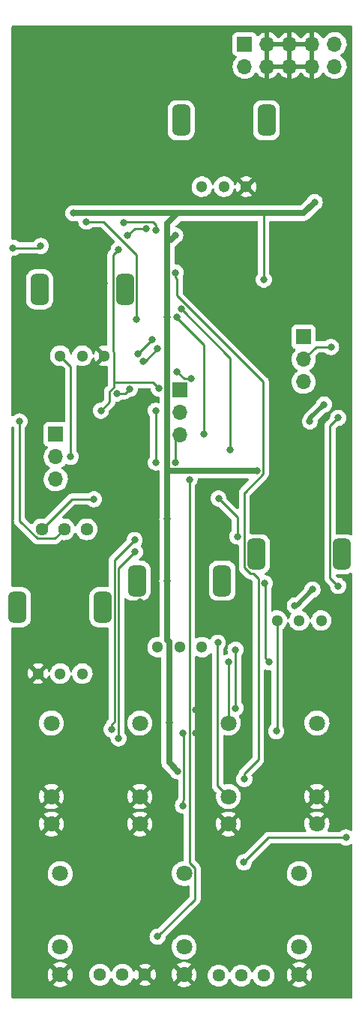
<source format=gtl>
G04 #@! TF.GenerationSoftware,KiCad,Pcbnew,(6.0.0)*
G04 #@! TF.CreationDate,2022-02-05T03:10:52+01:00*
G04 #@! TF.ProjectId,Schraeg,53636872-6165-4672-9e6b-696361645f70,rev?*
G04 #@! TF.SameCoordinates,Original*
G04 #@! TF.FileFunction,Copper,L1,Top*
G04 #@! TF.FilePolarity,Positive*
%FSLAX46Y46*%
G04 Gerber Fmt 4.6, Leading zero omitted, Abs format (unit mm)*
G04 Created by KiCad (PCBNEW (6.0.0)) date 2022-02-05 03:10:52*
%MOMM*%
%LPD*%
G01*
G04 APERTURE LIST*
G04 Aperture macros list*
%AMRoundRect*
0 Rectangle with rounded corners*
0 $1 Rounding radius*
0 $2 $3 $4 $5 $6 $7 $8 $9 X,Y pos of 4 corners*
0 Add a 4 corners polygon primitive as box body*
4,1,4,$2,$3,$4,$5,$6,$7,$8,$9,$2,$3,0*
0 Add four circle primitives for the rounded corners*
1,1,$1+$1,$2,$3*
1,1,$1+$1,$4,$5*
1,1,$1+$1,$6,$7*
1,1,$1+$1,$8,$9*
0 Add four rect primitives between the rounded corners*
20,1,$1+$1,$2,$3,$4,$5,0*
20,1,$1+$1,$4,$5,$6,$7,0*
20,1,$1+$1,$6,$7,$8,$9,0*
20,1,$1+$1,$8,$9,$2,$3,0*%
G04 Aperture macros list end*
G04 #@! TA.AperFunction,ComponentPad*
%ADD10C,1.800000*%
G04 #@! TD*
G04 #@! TA.AperFunction,ComponentPad*
%ADD11RoundRect,0.500000X-0.500000X-1.250000X0.500000X-1.250000X0.500000X1.250000X-0.500000X1.250000X0*%
G04 #@! TD*
G04 #@! TA.AperFunction,ComponentPad*
%ADD12C,1.300000*%
G04 #@! TD*
G04 #@! TA.AperFunction,ComponentPad*
%ADD13R,1.700000X1.700000*%
G04 #@! TD*
G04 #@! TA.AperFunction,ComponentPad*
%ADD14O,1.700000X1.700000*%
G04 #@! TD*
G04 #@! TA.AperFunction,ComponentPad*
%ADD15C,1.440000*%
G04 #@! TD*
G04 #@! TA.AperFunction,ViaPad*
%ADD16C,0.800000*%
G04 #@! TD*
G04 #@! TA.AperFunction,Conductor*
%ADD17C,0.250000*%
G04 #@! TD*
G04 #@! TA.AperFunction,Conductor*
%ADD18C,0.500000*%
G04 #@! TD*
G04 #@! TA.AperFunction,Conductor*
%ADD19C,0.700000*%
G04 #@! TD*
G04 APERTURE END LIST*
D10*
X50000000Y-99480000D03*
X50000000Y-96380000D03*
X50000000Y-88080000D03*
X65000000Y-116480000D03*
X65000000Y-113380000D03*
X65000000Y-105080000D03*
D11*
X74300000Y-20000000D03*
X64674000Y-20000000D03*
D12*
X67000000Y-27500000D03*
X69500000Y-27500000D03*
X72000000Y-27500000D03*
D10*
X70000000Y-99480000D03*
X70000000Y-96380000D03*
X70000000Y-88080000D03*
X78000000Y-116480000D03*
X78000000Y-113380000D03*
X78000000Y-105080000D03*
D11*
X46174000Y-75000000D03*
X55800000Y-75000000D03*
D12*
X48500000Y-82500000D03*
X51000000Y-82500000D03*
X53500000Y-82500000D03*
D10*
X51000000Y-116480000D03*
X51000000Y-113380000D03*
X51000000Y-105080000D03*
D11*
X69300000Y-72000000D03*
X59674000Y-72000000D03*
D12*
X62000000Y-79500000D03*
X64500000Y-79500000D03*
X67000000Y-79500000D03*
D10*
X60000000Y-99480000D03*
X60000000Y-96380000D03*
X60000000Y-88080000D03*
D11*
X48674000Y-39100000D03*
X58300000Y-39100000D03*
D12*
X51000000Y-46600000D03*
X53500000Y-46600000D03*
X56000000Y-46600000D03*
D13*
X50500000Y-55460000D03*
D14*
X50500000Y-58000000D03*
X50500000Y-60540000D03*
D13*
X78500000Y-44460000D03*
D14*
X78500000Y-47000000D03*
X78500000Y-49540000D03*
D13*
X64500000Y-50460000D03*
D14*
X64500000Y-53000000D03*
X64500000Y-55540000D03*
D10*
X80000000Y-99480000D03*
X80000000Y-96380000D03*
X80000000Y-88080000D03*
D11*
X73174000Y-69000000D03*
X82800000Y-69000000D03*
D12*
X75500000Y-76500000D03*
X78000000Y-76500000D03*
X80500000Y-76500000D03*
D13*
X71840000Y-11400000D03*
D14*
X71840000Y-13940000D03*
X74380000Y-11400000D03*
X74380000Y-13940000D03*
X76920000Y-11400000D03*
X76920000Y-13940000D03*
X79460000Y-11400000D03*
X79460000Y-13940000D03*
X82000000Y-11400000D03*
X82000000Y-13940000D03*
D15*
X54000000Y-66200000D03*
X51460000Y-66200000D03*
X48920000Y-66200000D03*
X55500000Y-116500000D03*
X58040000Y-116500000D03*
X60580000Y-116500000D03*
X68900000Y-116600000D03*
X71440000Y-116600000D03*
X73980000Y-116600000D03*
D16*
X54675001Y-29000000D03*
X75200000Y-32400000D03*
X69000000Y-42200000D03*
X61400000Y-69800000D03*
X60000000Y-74400000D03*
X62200000Y-29000000D03*
X68800000Y-66200000D03*
X54599998Y-33000000D03*
X69022000Y-75504000D03*
X48700000Y-36300000D03*
X74000000Y-47800000D03*
X60400000Y-66200000D03*
X58400000Y-24800000D03*
X77200000Y-59155000D03*
X56000000Y-38400000D03*
X74000000Y-26800000D03*
X67800000Y-96400000D03*
X69850000Y-43688000D03*
X62200000Y-96400000D03*
X80000000Y-68000000D03*
X58600000Y-58000000D03*
X67200000Y-72400000D03*
X81800000Y-32800000D03*
X66325000Y-89200000D03*
X54600000Y-47800000D03*
X73600000Y-65600000D03*
X66325000Y-86600000D03*
X67600000Y-29000000D03*
X48800000Y-29200000D03*
X74000000Y-40800000D03*
X78800000Y-61000000D03*
X68800000Y-64200000D03*
X75550000Y-61000000D03*
X62000000Y-45800000D03*
X60400000Y-47200000D03*
X68887347Y-62712653D03*
X71000000Y-67000000D03*
X67200000Y-55400000D03*
X64200000Y-42200000D03*
X83275000Y-101000000D03*
X71749999Y-103800000D03*
X45675000Y-34400000D03*
X48800000Y-34200000D03*
X70225000Y-57200000D03*
X64687347Y-41312653D03*
X59647908Y-42447908D03*
X64049999Y-58650000D03*
X53950001Y-31450000D03*
X65800000Y-49200000D03*
X64200000Y-48400000D03*
X52200000Y-58000000D03*
X68800000Y-79000000D03*
X58200000Y-31600000D03*
X70800000Y-79800000D03*
X80800000Y-52100000D03*
X64875000Y-89200000D03*
X79500000Y-73000000D03*
X70800000Y-86400000D03*
X61800000Y-32400000D03*
X79200000Y-54000000D03*
X64875000Y-97400000D03*
X77500000Y-74800000D03*
X74000000Y-38000000D03*
X64250000Y-93500000D03*
X63099999Y-42250000D03*
X52500000Y-30500000D03*
X63099999Y-72000000D03*
X63099999Y-65000000D03*
X79750000Y-29250000D03*
X73200000Y-59600000D03*
X63299999Y-88000000D03*
X64000000Y-33000000D03*
X82400000Y-72600000D03*
X82400000Y-53600000D03*
X71800000Y-94400000D03*
X64049999Y-37200000D03*
X81600000Y-45600000D03*
X75400000Y-89000000D03*
X59400000Y-67400000D03*
X56800000Y-88800000D03*
X57600000Y-89800000D03*
X59443154Y-68756846D03*
X60725000Y-32200000D03*
X58600000Y-33000000D03*
X46400000Y-54000000D03*
X57375000Y-50875000D03*
X58862653Y-50337347D03*
X54800000Y-62800000D03*
X61800000Y-52800000D03*
X61800000Y-58649999D03*
X57600000Y-34600000D03*
X55600000Y-52800000D03*
X62149999Y-50300000D03*
X61400000Y-44800000D03*
X59800000Y-46400000D03*
X62000000Y-112200000D03*
X65600000Y-60600000D03*
X70000000Y-81200000D03*
X74125000Y-72300000D03*
X74600000Y-81200000D03*
D17*
X60600000Y-47200000D02*
X62000000Y-45800000D01*
X60400000Y-47200000D02*
X60600000Y-47200000D01*
X71000000Y-64825306D02*
X68887347Y-62712653D01*
X71000000Y-67000000D02*
X71000000Y-64825306D01*
X64200000Y-42350001D02*
X64200000Y-42200000D01*
X67200000Y-45350001D02*
X64200000Y-42350001D01*
X67200000Y-55400000D02*
X67200000Y-45350001D01*
X71749999Y-103800000D02*
X74549999Y-101000000D01*
X74549999Y-101000000D02*
X83275000Y-101000000D01*
X48600000Y-34400000D02*
X48800000Y-34200000D01*
X45675000Y-34400000D02*
X48600000Y-34400000D01*
X70225000Y-57200000D02*
X70225000Y-46850306D01*
X70225000Y-46850306D02*
X64687347Y-41312653D01*
X64049999Y-55990001D02*
X64500000Y-55540000D01*
X59625001Y-35225001D02*
X55850000Y-31450000D01*
X55850000Y-31450000D02*
X53950001Y-31450000D01*
X59625001Y-41859316D02*
X59625001Y-35225001D01*
X59647908Y-41882223D02*
X59625001Y-41859316D01*
X64049999Y-58650000D02*
X64049999Y-55990001D01*
X59647908Y-42447908D02*
X59647908Y-41882223D01*
X65800000Y-49200000D02*
X65000000Y-49200000D01*
X65000000Y-49200000D02*
X64200000Y-48400000D01*
X52200000Y-58000000D02*
X52200000Y-47800000D01*
X52200000Y-47800000D02*
X51000000Y-46600000D01*
X68774999Y-95154999D02*
X70000000Y-96380000D01*
X68774999Y-79025001D02*
X68774999Y-95154999D01*
X68800000Y-79000000D02*
X68774999Y-79025001D01*
X64975001Y-96734314D02*
X64975001Y-89300001D01*
X64975001Y-89300001D02*
X64875000Y-89200000D01*
D18*
X79200000Y-53700000D02*
X80800000Y-52100000D01*
D17*
X70800000Y-86400000D02*
X70800000Y-79800000D01*
X58325001Y-31474999D02*
X58200000Y-31600000D01*
X64875000Y-96834315D02*
X64975001Y-96734314D01*
D18*
X77700000Y-74800000D02*
X79500000Y-73000000D01*
D17*
X64875000Y-97400000D02*
X64875000Y-96834315D01*
X61800000Y-32400000D02*
X61800000Y-31834315D01*
X61440684Y-31474999D02*
X58325001Y-31474999D01*
D18*
X77500000Y-74800000D02*
X77700000Y-74800000D01*
X79200000Y-54000000D02*
X79200000Y-53700000D01*
D17*
X61800000Y-31834315D02*
X61440684Y-31474999D01*
D19*
X64250000Y-30500000D02*
X52500000Y-30500000D01*
X63099999Y-60250000D02*
X63099999Y-65000000D01*
X63500000Y-33500000D02*
X64000000Y-33000000D01*
X63099999Y-78723999D02*
X63299999Y-78923999D01*
X63099999Y-65000000D02*
X63099999Y-72000000D01*
X78500000Y-30500000D02*
X74000000Y-30500000D01*
X79750000Y-29250000D02*
X78500000Y-30500000D01*
X63099999Y-42250000D02*
X63099999Y-59400000D01*
X63299999Y-59600000D02*
X63099999Y-59400000D01*
X74000000Y-30500000D02*
X64250000Y-30500000D01*
X63299999Y-78923999D02*
X63299999Y-88000000D01*
X63099999Y-33500000D02*
X63099999Y-42250000D01*
X63099999Y-59400000D02*
X63099999Y-60250000D01*
X63299999Y-92549999D02*
X64250000Y-93500000D01*
X73200000Y-59600000D02*
X63299999Y-59600000D01*
D17*
X74000000Y-30500000D02*
X74000000Y-38000000D01*
D19*
X63299999Y-88000000D02*
X63299999Y-92549999D01*
X63099999Y-33500000D02*
X63500000Y-33500000D01*
X63099999Y-72000000D02*
X63099999Y-78723999D01*
X64250000Y-30500000D02*
X63099999Y-31650001D01*
X63099999Y-31650001D02*
X63099999Y-33500000D01*
D17*
X81474999Y-71674999D02*
X81474999Y-54525001D01*
X82400000Y-72600000D02*
X81474999Y-71674999D01*
X81474999Y-54525001D02*
X82400000Y-53600000D01*
X64049999Y-37200000D02*
X64049999Y-37765685D01*
X64200000Y-37915686D02*
X64200000Y-39800000D01*
X64049999Y-37765685D02*
X64200000Y-37915686D01*
X72457258Y-71200000D02*
X72800000Y-71200000D01*
X73925001Y-59948001D02*
X73925001Y-49525001D01*
X71800000Y-94400000D02*
X71800000Y-93800000D01*
X73400000Y-92200000D02*
X73400000Y-71800000D01*
X72800000Y-71200000D02*
X73400000Y-71800000D01*
X71800000Y-70542742D02*
X72457258Y-71200000D01*
X71800000Y-62073002D02*
X71800000Y-70542742D01*
X71873002Y-62000000D02*
X73925001Y-59948001D01*
X71800000Y-93800000D02*
X73400000Y-92200000D01*
X73925001Y-49525001D02*
X64200000Y-39800000D01*
X79900000Y-45600000D02*
X78500000Y-47000000D01*
X81600000Y-45600000D02*
X79900000Y-45600000D01*
X75500000Y-88900000D02*
X75400000Y-89000000D01*
X75500000Y-76500000D02*
X75500000Y-88900000D01*
X56800000Y-88800000D02*
X56800000Y-88234315D01*
X57125001Y-87909314D02*
X57125001Y-69674999D01*
X57125001Y-69674999D02*
X59400000Y-67400000D01*
X56800000Y-88234315D02*
X57125001Y-87909314D01*
X57600000Y-70600000D02*
X59443154Y-68756846D01*
X57600000Y-89800000D02*
X57600000Y-70600000D01*
X59400000Y-32200000D02*
X58600000Y-33000000D01*
X60725000Y-32200000D02*
X59400000Y-32200000D01*
X51460000Y-66200000D02*
X50414999Y-67245001D01*
X50414999Y-67245001D02*
X48418399Y-67245001D01*
X48418399Y-67245001D02*
X46400000Y-65226602D01*
X46400000Y-65226602D02*
X46400000Y-54000000D01*
X54800000Y-62800000D02*
X52320000Y-62800000D01*
X52320000Y-62800000D02*
X48920000Y-66200000D01*
X57375000Y-50875000D02*
X58325000Y-50875000D01*
X58325000Y-50875000D02*
X58862653Y-50337347D01*
X61800000Y-58649999D02*
X61800000Y-52800000D01*
X56974999Y-35225001D02*
X56974999Y-46131997D01*
X56974999Y-46131997D02*
X57026999Y-46183997D01*
X57026999Y-49600000D02*
X57026999Y-50149999D01*
X56600000Y-51800000D02*
X55600000Y-52800000D01*
X57026999Y-50149999D02*
X56600000Y-50576998D01*
X57039345Y-49612346D02*
X57026999Y-49600000D01*
X61462345Y-49612346D02*
X57039345Y-49612346D01*
X62149999Y-50300000D02*
X61462345Y-49612346D01*
X56600000Y-50576998D02*
X56600000Y-51800000D01*
X57026999Y-46183997D02*
X57026999Y-49600000D01*
X57600000Y-34600000D02*
X56974999Y-35225001D01*
X59800000Y-46400000D02*
X61400000Y-44800000D01*
X66225001Y-104491999D02*
X65600000Y-103866998D01*
X62000000Y-112200000D02*
X66225001Y-107974999D01*
X65600000Y-103866998D02*
X65600000Y-60600000D01*
X66225001Y-107974999D02*
X66225001Y-104491999D01*
X70000000Y-81200000D02*
X70000000Y-88080000D01*
X74183187Y-80783187D02*
X74183187Y-72358187D01*
X74183187Y-72358187D02*
X74125000Y-72300000D01*
X74600000Y-81200000D02*
X74183187Y-80783187D01*
G04 #@! TA.AperFunction,Conductor*
G36*
X83934121Y-9328002D02*
G01*
X83980614Y-9381658D01*
X83992000Y-9434000D01*
X83992000Y-66763604D01*
X83971998Y-66831725D01*
X83918342Y-66878218D01*
X83848068Y-66888322D01*
X83795908Y-66868309D01*
X83783994Y-66860333D01*
X83783993Y-66860332D01*
X83778873Y-66856905D01*
X83596284Y-66780900D01*
X83590248Y-66779683D01*
X83590245Y-66779682D01*
X83406996Y-66742733D01*
X83406995Y-66742733D01*
X83402408Y-66741808D01*
X83396328Y-66741500D01*
X82234499Y-66741500D01*
X82166378Y-66721498D01*
X82119885Y-66667842D01*
X82108499Y-66615500D01*
X82108499Y-54839596D01*
X82128501Y-54771475D01*
X82145404Y-54750500D01*
X82350501Y-54545404D01*
X82412813Y-54511379D01*
X82439596Y-54508500D01*
X82495487Y-54508500D01*
X82501939Y-54507128D01*
X82501944Y-54507128D01*
X82606346Y-54484936D01*
X82682288Y-54468794D01*
X82688319Y-54466109D01*
X82850722Y-54393803D01*
X82850724Y-54393802D01*
X82856752Y-54391118D01*
X82883475Y-54371703D01*
X82938996Y-54331364D01*
X83011253Y-54278866D01*
X83033715Y-54253919D01*
X83134621Y-54141852D01*
X83134622Y-54141851D01*
X83139040Y-54136944D01*
X83234527Y-53971556D01*
X83293542Y-53789928D01*
X83302776Y-53702077D01*
X83312814Y-53606565D01*
X83313504Y-53600000D01*
X83301125Y-53482221D01*
X83294232Y-53416635D01*
X83294232Y-53416633D01*
X83293542Y-53410072D01*
X83234527Y-53228444D01*
X83139040Y-53063056D01*
X83073222Y-52989957D01*
X83015675Y-52926045D01*
X83015674Y-52926044D01*
X83011253Y-52921134D01*
X82856752Y-52808882D01*
X82850724Y-52806198D01*
X82850722Y-52806197D01*
X82688319Y-52733891D01*
X82688318Y-52733891D01*
X82682288Y-52731206D01*
X82588887Y-52711353D01*
X82501944Y-52692872D01*
X82501939Y-52692872D01*
X82495487Y-52691500D01*
X82304513Y-52691500D01*
X82298061Y-52692872D01*
X82298056Y-52692872D01*
X82211113Y-52711353D01*
X82117712Y-52731206D01*
X82111682Y-52733891D01*
X82111681Y-52733891D01*
X81949278Y-52806197D01*
X81949276Y-52806198D01*
X81943248Y-52808882D01*
X81788747Y-52921134D01*
X81784326Y-52926044D01*
X81784325Y-52926045D01*
X81726779Y-52989957D01*
X81660960Y-53063056D01*
X81565473Y-53228444D01*
X81506458Y-53410072D01*
X81505768Y-53416633D01*
X81505768Y-53416635D01*
X81489093Y-53575292D01*
X81462080Y-53640949D01*
X81452879Y-53651217D01*
X81241596Y-53862499D01*
X81082741Y-54021354D01*
X81074462Y-54028888D01*
X81067981Y-54033001D01*
X81057492Y-54044171D01*
X81021356Y-54082652D01*
X81018601Y-54085494D01*
X80998864Y-54105231D01*
X80996384Y-54108428D01*
X80988681Y-54117448D01*
X80958413Y-54149680D01*
X80954594Y-54156626D01*
X80954592Y-54156629D01*
X80948651Y-54167435D01*
X80937800Y-54183954D01*
X80925385Y-54199960D01*
X80922240Y-54207229D01*
X80922237Y-54207233D01*
X80907825Y-54240538D01*
X80902608Y-54251188D01*
X80881304Y-54289941D01*
X80879333Y-54297616D01*
X80879333Y-54297617D01*
X80876266Y-54309563D01*
X80869862Y-54328267D01*
X80861818Y-54346856D01*
X80860579Y-54354679D01*
X80860576Y-54354689D01*
X80854900Y-54390525D01*
X80852494Y-54402145D01*
X80843471Y-54437290D01*
X80841499Y-54444971D01*
X80841499Y-54465225D01*
X80839948Y-54484935D01*
X80836779Y-54504944D01*
X80837525Y-54512836D01*
X80840940Y-54548962D01*
X80841499Y-54560820D01*
X80841499Y-71596232D01*
X80840972Y-71607415D01*
X80839297Y-71614908D01*
X80839546Y-71622834D01*
X80839546Y-71622835D01*
X80841437Y-71682985D01*
X80841499Y-71686944D01*
X80841499Y-71714855D01*
X80841996Y-71718789D01*
X80841996Y-71718790D01*
X80842004Y-71718855D01*
X80842937Y-71730692D01*
X80844326Y-71774888D01*
X80849790Y-71793695D01*
X80849977Y-71794338D01*
X80853986Y-71813699D01*
X80855099Y-71822505D01*
X80856525Y-71833796D01*
X80859444Y-71841167D01*
X80859444Y-71841169D01*
X80872803Y-71874911D01*
X80876648Y-71886141D01*
X80888981Y-71928592D01*
X80893014Y-71935411D01*
X80893016Y-71935416D01*
X80899292Y-71946027D01*
X80907987Y-71963775D01*
X80915447Y-71982616D01*
X80920109Y-71989032D01*
X80920109Y-71989033D01*
X80941435Y-72018386D01*
X80947951Y-72028306D01*
X80965600Y-72058148D01*
X80970457Y-72066361D01*
X80984778Y-72080682D01*
X80997618Y-72095715D01*
X81009527Y-72112106D01*
X81015632Y-72117157D01*
X81015637Y-72117162D01*
X81043597Y-72140293D01*
X81052375Y-72148280D01*
X81452878Y-72548782D01*
X81486903Y-72611095D01*
X81489093Y-72624708D01*
X81503289Y-72759772D01*
X81506458Y-72789928D01*
X81565473Y-72971556D01*
X81660960Y-73136944D01*
X81665378Y-73141851D01*
X81665379Y-73141852D01*
X81708667Y-73189928D01*
X81788747Y-73278866D01*
X81943248Y-73391118D01*
X81949276Y-73393802D01*
X81949278Y-73393803D01*
X82083846Y-73453716D01*
X82117712Y-73468794D01*
X82211112Y-73488647D01*
X82298056Y-73507128D01*
X82298061Y-73507128D01*
X82304513Y-73508500D01*
X82495487Y-73508500D01*
X82501939Y-73507128D01*
X82501944Y-73507128D01*
X82588888Y-73488647D01*
X82682288Y-73468794D01*
X82716154Y-73453716D01*
X82850722Y-73393803D01*
X82850724Y-73393802D01*
X82856752Y-73391118D01*
X83011253Y-73278866D01*
X83091333Y-73189928D01*
X83134621Y-73141852D01*
X83134622Y-73141851D01*
X83139040Y-73136944D01*
X83234527Y-72971556D01*
X83293542Y-72789928D01*
X83296712Y-72759772D01*
X83312814Y-72606565D01*
X83313504Y-72600000D01*
X83293542Y-72410072D01*
X83234527Y-72228444D01*
X83139040Y-72063056D01*
X83103146Y-72023191D01*
X83015675Y-71926045D01*
X83015674Y-71926044D01*
X83011253Y-71921134D01*
X82896105Y-71837474D01*
X82862094Y-71812763D01*
X82862093Y-71812762D01*
X82856752Y-71808882D01*
X82850724Y-71806198D01*
X82850722Y-71806197D01*
X82688319Y-71733891D01*
X82688318Y-71733891D01*
X82682288Y-71731206D01*
X82586714Y-71710891D01*
X82501944Y-71692872D01*
X82501939Y-71692872D01*
X82495487Y-71691500D01*
X82439595Y-71691500D01*
X82371474Y-71671498D01*
X82350500Y-71654595D01*
X82169500Y-71473595D01*
X82135474Y-71411283D01*
X82140539Y-71340468D01*
X82183086Y-71283632D01*
X82249606Y-71258821D01*
X82258595Y-71258500D01*
X83396328Y-71258500D01*
X83402408Y-71258192D01*
X83455098Y-71247568D01*
X83590245Y-71220318D01*
X83590248Y-71220317D01*
X83596284Y-71219100D01*
X83778873Y-71143095D01*
X83795908Y-71131691D01*
X83863642Y-71110418D01*
X83932126Y-71129142D01*
X83979614Y-71181918D01*
X83992000Y-71236396D01*
X83992000Y-100150675D01*
X83971998Y-100218796D01*
X83918342Y-100265289D01*
X83848068Y-100275393D01*
X83791942Y-100252612D01*
X83731752Y-100208882D01*
X83725724Y-100206198D01*
X83725722Y-100206197D01*
X83563319Y-100133891D01*
X83563318Y-100133891D01*
X83557288Y-100131206D01*
X83463887Y-100111353D01*
X83376944Y-100092872D01*
X83376939Y-100092872D01*
X83370487Y-100091500D01*
X83179513Y-100091500D01*
X83173061Y-100092872D01*
X83173056Y-100092872D01*
X83086113Y-100111353D01*
X82992712Y-100131206D01*
X82986682Y-100133891D01*
X82986681Y-100133891D01*
X82824278Y-100206197D01*
X82824276Y-100206198D01*
X82818248Y-100208882D01*
X82812907Y-100212762D01*
X82812906Y-100212763D01*
X82738124Y-100267096D01*
X82663747Y-100321134D01*
X82659332Y-100326037D01*
X82654420Y-100330460D01*
X82653295Y-100329211D01*
X82599986Y-100362051D01*
X82566800Y-100366500D01*
X81335345Y-100366500D01*
X81267224Y-100346498D01*
X81220731Y-100292842D01*
X81210627Y-100222568D01*
X81222388Y-100184673D01*
X81311318Y-100004737D01*
X81315117Y-99995142D01*
X81379415Y-99783517D01*
X81381594Y-99773436D01*
X81410702Y-99552338D01*
X81411221Y-99545663D01*
X81412744Y-99483364D01*
X81412550Y-99476646D01*
X81394279Y-99254400D01*
X81392596Y-99244238D01*
X81338710Y-99029708D01*
X81335389Y-99019953D01*
X81247193Y-98817118D01*
X81242315Y-98808020D01*
X81169224Y-98695038D01*
X81158538Y-98685835D01*
X81148973Y-98690238D01*
X80089095Y-99750115D01*
X80026783Y-99784141D01*
X79955967Y-99779076D01*
X79910905Y-99750115D01*
X78853866Y-98693077D01*
X78842329Y-98686777D01*
X78830048Y-98696399D01*
X78774467Y-98777877D01*
X78769379Y-98786833D01*
X78676252Y-98987459D01*
X78672689Y-98997146D01*
X78613581Y-99210280D01*
X78611650Y-99220400D01*
X78588145Y-99440349D01*
X78587893Y-99450638D01*
X78600627Y-99671468D01*
X78602061Y-99681670D01*
X78650685Y-99897439D01*
X78653773Y-99907292D01*
X78736989Y-100112226D01*
X78741633Y-100121422D01*
X78774261Y-100174665D01*
X78792800Y-100243198D01*
X78771344Y-100310875D01*
X78716705Y-100356208D01*
X78666829Y-100366500D01*
X74628766Y-100366500D01*
X74617583Y-100365973D01*
X74610090Y-100364298D01*
X74602164Y-100364547D01*
X74602163Y-100364547D01*
X74542000Y-100366438D01*
X74538042Y-100366500D01*
X74510143Y-100366500D01*
X74506153Y-100367004D01*
X74494319Y-100367936D01*
X74450110Y-100369326D01*
X74442496Y-100371538D01*
X74442491Y-100371539D01*
X74430658Y-100374977D01*
X74411295Y-100378988D01*
X74391202Y-100381526D01*
X74383835Y-100384443D01*
X74383830Y-100384444D01*
X74350091Y-100397802D01*
X74338864Y-100401646D01*
X74296406Y-100413982D01*
X74289580Y-100418019D01*
X74278971Y-100424293D01*
X74261223Y-100432988D01*
X74242382Y-100440448D01*
X74235966Y-100445110D01*
X74235965Y-100445110D01*
X74206612Y-100466436D01*
X74196692Y-100472952D01*
X74165464Y-100491420D01*
X74165461Y-100491422D01*
X74158637Y-100495458D01*
X74144316Y-100509779D01*
X74129283Y-100522619D01*
X74112892Y-100534528D01*
X74107841Y-100540634D01*
X74084701Y-100568605D01*
X74076711Y-100577384D01*
X71799499Y-102854595D01*
X71737187Y-102888621D01*
X71710404Y-102891500D01*
X71654512Y-102891500D01*
X71648060Y-102892872D01*
X71648055Y-102892872D01*
X71561112Y-102911353D01*
X71467711Y-102931206D01*
X71461681Y-102933891D01*
X71461680Y-102933891D01*
X71299277Y-103006197D01*
X71299275Y-103006198D01*
X71293247Y-103008882D01*
X71138746Y-103121134D01*
X71010959Y-103263056D01*
X70915472Y-103428444D01*
X70856457Y-103610072D01*
X70855767Y-103616633D01*
X70855767Y-103616635D01*
X70849473Y-103676520D01*
X70836495Y-103800000D01*
X70856457Y-103989928D01*
X70915472Y-104171556D01*
X71010959Y-104336944D01*
X71015377Y-104341851D01*
X71015378Y-104341852D01*
X71134324Y-104473955D01*
X71138746Y-104478866D01*
X71293247Y-104591118D01*
X71299275Y-104593802D01*
X71299277Y-104593803D01*
X71461680Y-104666109D01*
X71467711Y-104668794D01*
X71561111Y-104688647D01*
X71648055Y-104707128D01*
X71648060Y-104707128D01*
X71654512Y-104708500D01*
X71845486Y-104708500D01*
X71851938Y-104707128D01*
X71851943Y-104707128D01*
X71938887Y-104688647D01*
X72032287Y-104668794D01*
X72038318Y-104666109D01*
X72200721Y-104593803D01*
X72200723Y-104593802D01*
X72206751Y-104591118D01*
X72361252Y-104478866D01*
X72365674Y-104473955D01*
X72484620Y-104341852D01*
X72484621Y-104341851D01*
X72489039Y-104336944D01*
X72584526Y-104171556D01*
X72643541Y-103989928D01*
X72660906Y-103824706D01*
X72687919Y-103759050D01*
X72697121Y-103748782D01*
X74775499Y-101670405D01*
X74837811Y-101636379D01*
X74864594Y-101633500D01*
X82566800Y-101633500D01*
X82634921Y-101653502D01*
X82654147Y-101669843D01*
X82654420Y-101669540D01*
X82659332Y-101673963D01*
X82663747Y-101678866D01*
X82818248Y-101791118D01*
X82824276Y-101793802D01*
X82824278Y-101793803D01*
X82986681Y-101866109D01*
X82992712Y-101868794D01*
X83086112Y-101888647D01*
X83173056Y-101907128D01*
X83173061Y-101907128D01*
X83179513Y-101908500D01*
X83370487Y-101908500D01*
X83376939Y-101907128D01*
X83376944Y-101907128D01*
X83463888Y-101888647D01*
X83557288Y-101868794D01*
X83563319Y-101866109D01*
X83725722Y-101793803D01*
X83725724Y-101793802D01*
X83731752Y-101791118D01*
X83791941Y-101747388D01*
X83858806Y-101723531D01*
X83927958Y-101739611D01*
X83977438Y-101790524D01*
X83992000Y-101849325D01*
X83992000Y-119066000D01*
X83971998Y-119134121D01*
X83918342Y-119180614D01*
X83866000Y-119192000D01*
X45634000Y-119192000D01*
X45565879Y-119171998D01*
X45519386Y-119118342D01*
X45508000Y-119066000D01*
X45508000Y-117641406D01*
X50203423Y-117641406D01*
X50208704Y-117648461D01*
X50385080Y-117751527D01*
X50394363Y-117755974D01*
X50601003Y-117834883D01*
X50610901Y-117837759D01*
X50827653Y-117881857D01*
X50837883Y-117883076D01*
X51058914Y-117891182D01*
X51069223Y-117890714D01*
X51288623Y-117862608D01*
X51298688Y-117860468D01*
X51510557Y-117796905D01*
X51520152Y-117793144D01*
X51718778Y-117695838D01*
X51727636Y-117690559D01*
X51785097Y-117649572D01*
X51793497Y-117638874D01*
X51786510Y-117625721D01*
X51012811Y-116852021D01*
X50998868Y-116844408D01*
X50997034Y-116844539D01*
X50990420Y-116848790D01*
X50210180Y-117629031D01*
X50203423Y-117641406D01*
X45508000Y-117641406D01*
X45508000Y-116450638D01*
X49587893Y-116450638D01*
X49600627Y-116671468D01*
X49602061Y-116681670D01*
X49650685Y-116897439D01*
X49653773Y-116907292D01*
X49736986Y-117112220D01*
X49741634Y-117121421D01*
X49830097Y-117265781D01*
X49840553Y-117275242D01*
X49849331Y-117271458D01*
X50627979Y-116492811D01*
X50634356Y-116481132D01*
X51364408Y-116481132D01*
X51364539Y-116482966D01*
X51368790Y-116489580D01*
X52146307Y-117267096D01*
X52158313Y-117273652D01*
X52170052Y-117264684D01*
X52208010Y-117211859D01*
X52213321Y-117203020D01*
X52311318Y-117004737D01*
X52315117Y-116995142D01*
X52379415Y-116783517D01*
X52381594Y-116773436D01*
X52410702Y-116552338D01*
X52411221Y-116545663D01*
X52412337Y-116500000D01*
X54266807Y-116500000D01*
X54285542Y-116714142D01*
X54286966Y-116719455D01*
X54286966Y-116719457D01*
X54334657Y-116897439D01*
X54341178Y-116921777D01*
X54343500Y-116926757D01*
X54343501Y-116926759D01*
X54365979Y-116974962D01*
X54432024Y-117116596D01*
X54555319Y-117292681D01*
X54707319Y-117444681D01*
X54883403Y-117567976D01*
X54888381Y-117570297D01*
X54888384Y-117570299D01*
X55058386Y-117649572D01*
X55078223Y-117658822D01*
X55083531Y-117660244D01*
X55083533Y-117660245D01*
X55280543Y-117713034D01*
X55280545Y-117713034D01*
X55285858Y-117714458D01*
X55500000Y-117733193D01*
X55714142Y-117714458D01*
X55719455Y-117713034D01*
X55719457Y-117713034D01*
X55916467Y-117660245D01*
X55916469Y-117660244D01*
X55921777Y-117658822D01*
X55941614Y-117649572D01*
X56111616Y-117570299D01*
X56111619Y-117570297D01*
X56116597Y-117567976D01*
X56292681Y-117444681D01*
X56444681Y-117292681D01*
X56567976Y-117116596D01*
X56655805Y-116928247D01*
X56702723Y-116874962D01*
X56771000Y-116855501D01*
X56838960Y-116876043D01*
X56884195Y-116928247D01*
X56972024Y-117116596D01*
X57095319Y-117292681D01*
X57247319Y-117444681D01*
X57423403Y-117567976D01*
X57428381Y-117570297D01*
X57428384Y-117570299D01*
X57598386Y-117649572D01*
X57618223Y-117658822D01*
X57623531Y-117660244D01*
X57623533Y-117660245D01*
X57820543Y-117713034D01*
X57820545Y-117713034D01*
X57825858Y-117714458D01*
X58040000Y-117733193D01*
X58254142Y-117714458D01*
X58259455Y-117713034D01*
X58259457Y-117713034D01*
X58456467Y-117660245D01*
X58456469Y-117660244D01*
X58461777Y-117658822D01*
X58481614Y-117649572D01*
X58651616Y-117570299D01*
X58651619Y-117570297D01*
X58656597Y-117567976D01*
X58712802Y-117528621D01*
X59915933Y-117528621D01*
X59925227Y-117540635D01*
X59959146Y-117564385D01*
X59968641Y-117569868D01*
X60153413Y-117656028D01*
X60163705Y-117659774D01*
X60360632Y-117712540D01*
X60371425Y-117714443D01*
X60574525Y-117732212D01*
X60585475Y-117732212D01*
X60788575Y-117714443D01*
X60799368Y-117712540D01*
X60996295Y-117659774D01*
X61006587Y-117656028D01*
X61037944Y-117641406D01*
X64203423Y-117641406D01*
X64208704Y-117648461D01*
X64385080Y-117751527D01*
X64394363Y-117755974D01*
X64601003Y-117834883D01*
X64610901Y-117837759D01*
X64827653Y-117881857D01*
X64837883Y-117883076D01*
X65058914Y-117891182D01*
X65069223Y-117890714D01*
X65288623Y-117862608D01*
X65298688Y-117860468D01*
X65510557Y-117796905D01*
X65520152Y-117793144D01*
X65718778Y-117695838D01*
X65727636Y-117690559D01*
X65785097Y-117649572D01*
X65793497Y-117638874D01*
X65786510Y-117625721D01*
X65012811Y-116852021D01*
X64998868Y-116844408D01*
X64997034Y-116844539D01*
X64990420Y-116848790D01*
X64210180Y-117629031D01*
X64203423Y-117641406D01*
X61037944Y-117641406D01*
X61191359Y-117569868D01*
X61200854Y-117564385D01*
X61235607Y-117540051D01*
X61243983Y-117529572D01*
X61236916Y-117516127D01*
X60592811Y-116872021D01*
X60578868Y-116864408D01*
X60577034Y-116864539D01*
X60570420Y-116868790D01*
X59922360Y-117516851D01*
X59915933Y-117528621D01*
X58712802Y-117528621D01*
X58832681Y-117444681D01*
X58984681Y-117292681D01*
X59107976Y-117116596D01*
X59152191Y-117021777D01*
X59196081Y-116927656D01*
X59242999Y-116874371D01*
X59311276Y-116854910D01*
X59379236Y-116875452D01*
X59424471Y-116927656D01*
X59510135Y-117111364D01*
X59515613Y-117120850D01*
X59539949Y-117155607D01*
X59550428Y-117163983D01*
X59563872Y-117156917D01*
X60207979Y-116512811D01*
X60214356Y-116501132D01*
X60944408Y-116501132D01*
X60944539Y-116502966D01*
X60948790Y-116509580D01*
X61596851Y-117157640D01*
X61608621Y-117164067D01*
X61620635Y-117154772D01*
X61644387Y-117120850D01*
X61649865Y-117111364D01*
X61736028Y-116926587D01*
X61739774Y-116916295D01*
X61792540Y-116719368D01*
X61794443Y-116708575D01*
X61812212Y-116505475D01*
X61812212Y-116494525D01*
X61808372Y-116450638D01*
X63587893Y-116450638D01*
X63600627Y-116671468D01*
X63602061Y-116681670D01*
X63650685Y-116897439D01*
X63653773Y-116907292D01*
X63736986Y-117112220D01*
X63741634Y-117121421D01*
X63830097Y-117265781D01*
X63840553Y-117275242D01*
X63849331Y-117271458D01*
X64627979Y-116492811D01*
X64634356Y-116481132D01*
X65364408Y-116481132D01*
X65364539Y-116482966D01*
X65368790Y-116489580D01*
X66146307Y-117267096D01*
X66158313Y-117273652D01*
X66170052Y-117264684D01*
X66208010Y-117211859D01*
X66213321Y-117203020D01*
X66311318Y-117004737D01*
X66315117Y-116995142D01*
X66379415Y-116783517D01*
X66381594Y-116773436D01*
X66404427Y-116600000D01*
X67666807Y-116600000D01*
X67685542Y-116814142D01*
X67686966Y-116819455D01*
X67686966Y-116819457D01*
X67728924Y-116976043D01*
X67741178Y-117021777D01*
X67743500Y-117026757D01*
X67743501Y-117026759D01*
X67787377Y-117120850D01*
X67832024Y-117216596D01*
X67955319Y-117392681D01*
X68107319Y-117544681D01*
X68283403Y-117667976D01*
X68288381Y-117670297D01*
X68288384Y-117670299D01*
X68472115Y-117755974D01*
X68478223Y-117758822D01*
X68483531Y-117760244D01*
X68483533Y-117760245D01*
X68680543Y-117813034D01*
X68680545Y-117813034D01*
X68685858Y-117814458D01*
X68900000Y-117833193D01*
X69114142Y-117814458D01*
X69119455Y-117813034D01*
X69119457Y-117813034D01*
X69316467Y-117760245D01*
X69316469Y-117760244D01*
X69321777Y-117758822D01*
X69327885Y-117755974D01*
X69511616Y-117670299D01*
X69511619Y-117670297D01*
X69516597Y-117667976D01*
X69692681Y-117544681D01*
X69844681Y-117392681D01*
X69967976Y-117216596D01*
X70055805Y-117028247D01*
X70102723Y-116974962D01*
X70171000Y-116955501D01*
X70238960Y-116976043D01*
X70284195Y-117028247D01*
X70372024Y-117216596D01*
X70495319Y-117392681D01*
X70647319Y-117544681D01*
X70823403Y-117667976D01*
X70828381Y-117670297D01*
X70828384Y-117670299D01*
X71012115Y-117755974D01*
X71018223Y-117758822D01*
X71023531Y-117760244D01*
X71023533Y-117760245D01*
X71220543Y-117813034D01*
X71220545Y-117813034D01*
X71225858Y-117814458D01*
X71440000Y-117833193D01*
X71654142Y-117814458D01*
X71659455Y-117813034D01*
X71659457Y-117813034D01*
X71856467Y-117760245D01*
X71856469Y-117760244D01*
X71861777Y-117758822D01*
X71867885Y-117755974D01*
X72051616Y-117670299D01*
X72051619Y-117670297D01*
X72056597Y-117667976D01*
X72232681Y-117544681D01*
X72384681Y-117392681D01*
X72507976Y-117216596D01*
X72595805Y-117028247D01*
X72642723Y-116974962D01*
X72711000Y-116955501D01*
X72778960Y-116976043D01*
X72824195Y-117028247D01*
X72912024Y-117216596D01*
X73035319Y-117392681D01*
X73187319Y-117544681D01*
X73363403Y-117667976D01*
X73368381Y-117670297D01*
X73368384Y-117670299D01*
X73552115Y-117755974D01*
X73558223Y-117758822D01*
X73563531Y-117760244D01*
X73563533Y-117760245D01*
X73760543Y-117813034D01*
X73760545Y-117813034D01*
X73765858Y-117814458D01*
X73980000Y-117833193D01*
X74194142Y-117814458D01*
X74199455Y-117813034D01*
X74199457Y-117813034D01*
X74396467Y-117760245D01*
X74396469Y-117760244D01*
X74401777Y-117758822D01*
X74407885Y-117755974D01*
X74591616Y-117670299D01*
X74591619Y-117670297D01*
X74596597Y-117667976D01*
X74634543Y-117641406D01*
X77203423Y-117641406D01*
X77208704Y-117648461D01*
X77385080Y-117751527D01*
X77394363Y-117755974D01*
X77601003Y-117834883D01*
X77610901Y-117837759D01*
X77827653Y-117881857D01*
X77837883Y-117883076D01*
X78058914Y-117891182D01*
X78069223Y-117890714D01*
X78288623Y-117862608D01*
X78298688Y-117860468D01*
X78510557Y-117796905D01*
X78520152Y-117793144D01*
X78718778Y-117695838D01*
X78727636Y-117690559D01*
X78785097Y-117649572D01*
X78793497Y-117638874D01*
X78786510Y-117625721D01*
X78012811Y-116852021D01*
X77998868Y-116844408D01*
X77997034Y-116844539D01*
X77990420Y-116848790D01*
X77210180Y-117629031D01*
X77203423Y-117641406D01*
X74634543Y-117641406D01*
X74772681Y-117544681D01*
X74924681Y-117392681D01*
X75047976Y-117216596D01*
X75092624Y-117120850D01*
X75136499Y-117026759D01*
X75136500Y-117026757D01*
X75138822Y-117021777D01*
X75151077Y-116976043D01*
X75193034Y-116819457D01*
X75193034Y-116819455D01*
X75194458Y-116814142D01*
X75213193Y-116600000D01*
X75200126Y-116450638D01*
X76587893Y-116450638D01*
X76600627Y-116671468D01*
X76602061Y-116681670D01*
X76650685Y-116897439D01*
X76653773Y-116907292D01*
X76736986Y-117112220D01*
X76741634Y-117121421D01*
X76830097Y-117265781D01*
X76840553Y-117275242D01*
X76849331Y-117271458D01*
X77627979Y-116492811D01*
X77634356Y-116481132D01*
X78364408Y-116481132D01*
X78364539Y-116482966D01*
X78368790Y-116489580D01*
X79146307Y-117267096D01*
X79158313Y-117273652D01*
X79170052Y-117264684D01*
X79208010Y-117211859D01*
X79213321Y-117203020D01*
X79311318Y-117004737D01*
X79315117Y-116995142D01*
X79379415Y-116783517D01*
X79381594Y-116773436D01*
X79410702Y-116552338D01*
X79411221Y-116545663D01*
X79412744Y-116483364D01*
X79412550Y-116476646D01*
X79394279Y-116254400D01*
X79392596Y-116244238D01*
X79338710Y-116029708D01*
X79335389Y-116019953D01*
X79247193Y-115817118D01*
X79242315Y-115808020D01*
X79169224Y-115695038D01*
X79158538Y-115685835D01*
X79148973Y-115690238D01*
X78372021Y-116467189D01*
X78364408Y-116481132D01*
X77634356Y-116481132D01*
X77635592Y-116478868D01*
X77635461Y-116477034D01*
X77631210Y-116470420D01*
X76853862Y-115693073D01*
X76842330Y-115686776D01*
X76830048Y-115696399D01*
X76774467Y-115777877D01*
X76769379Y-115786833D01*
X76676252Y-115987459D01*
X76672689Y-115997146D01*
X76613581Y-116210280D01*
X76611650Y-116220400D01*
X76588145Y-116440349D01*
X76587893Y-116450638D01*
X75200126Y-116450638D01*
X75194458Y-116385858D01*
X75151366Y-116225038D01*
X75140245Y-116183533D01*
X75140244Y-116183531D01*
X75138822Y-116178223D01*
X75118882Y-116135461D01*
X75050299Y-115988385D01*
X75050297Y-115988382D01*
X75047976Y-115983404D01*
X74924681Y-115807319D01*
X74772681Y-115655319D01*
X74596597Y-115532024D01*
X74591619Y-115529703D01*
X74591616Y-115529701D01*
X74406759Y-115443501D01*
X74406758Y-115443500D01*
X74401777Y-115441178D01*
X74396469Y-115439756D01*
X74396467Y-115439755D01*
X74199457Y-115386966D01*
X74199455Y-115386966D01*
X74194142Y-115385542D01*
X73980000Y-115366807D01*
X73765858Y-115385542D01*
X73760545Y-115386966D01*
X73760543Y-115386966D01*
X73563533Y-115439755D01*
X73563531Y-115439756D01*
X73558223Y-115441178D01*
X73553243Y-115443500D01*
X73553241Y-115443501D01*
X73368385Y-115529701D01*
X73368382Y-115529703D01*
X73363404Y-115532024D01*
X73187319Y-115655319D01*
X73035319Y-115807319D01*
X72912024Y-115983404D01*
X72909703Y-115988382D01*
X72909701Y-115988385D01*
X72824195Y-116171753D01*
X72777277Y-116225038D01*
X72709000Y-116244499D01*
X72641040Y-116223957D01*
X72595805Y-116171753D01*
X72510299Y-115988385D01*
X72510297Y-115988382D01*
X72507976Y-115983404D01*
X72384681Y-115807319D01*
X72232681Y-115655319D01*
X72056597Y-115532024D01*
X72051619Y-115529703D01*
X72051616Y-115529701D01*
X71866759Y-115443501D01*
X71866758Y-115443500D01*
X71861777Y-115441178D01*
X71856469Y-115439756D01*
X71856467Y-115439755D01*
X71659457Y-115386966D01*
X71659455Y-115386966D01*
X71654142Y-115385542D01*
X71440000Y-115366807D01*
X71225858Y-115385542D01*
X71220545Y-115386966D01*
X71220543Y-115386966D01*
X71023533Y-115439755D01*
X71023531Y-115439756D01*
X71018223Y-115441178D01*
X71013243Y-115443500D01*
X71013241Y-115443501D01*
X70828385Y-115529701D01*
X70828382Y-115529703D01*
X70823404Y-115532024D01*
X70647319Y-115655319D01*
X70495319Y-115807319D01*
X70372024Y-115983404D01*
X70369703Y-115988382D01*
X70369701Y-115988385D01*
X70284195Y-116171753D01*
X70237277Y-116225038D01*
X70169000Y-116244499D01*
X70101040Y-116223957D01*
X70055805Y-116171753D01*
X69970299Y-115988385D01*
X69970297Y-115988382D01*
X69967976Y-115983404D01*
X69844681Y-115807319D01*
X69692681Y-115655319D01*
X69516597Y-115532024D01*
X69511619Y-115529703D01*
X69511616Y-115529701D01*
X69326759Y-115443501D01*
X69326758Y-115443500D01*
X69321777Y-115441178D01*
X69316469Y-115439756D01*
X69316467Y-115439755D01*
X69119457Y-115386966D01*
X69119455Y-115386966D01*
X69114142Y-115385542D01*
X68900000Y-115366807D01*
X68685858Y-115385542D01*
X68680545Y-115386966D01*
X68680543Y-115386966D01*
X68483533Y-115439755D01*
X68483531Y-115439756D01*
X68478223Y-115441178D01*
X68473243Y-115443500D01*
X68473241Y-115443501D01*
X68288385Y-115529701D01*
X68288382Y-115529703D01*
X68283404Y-115532024D01*
X68107319Y-115655319D01*
X67955319Y-115807319D01*
X67832024Y-115983404D01*
X67829703Y-115988382D01*
X67829701Y-115988385D01*
X67761118Y-116135461D01*
X67741178Y-116178223D01*
X67739756Y-116183531D01*
X67739755Y-116183533D01*
X67728634Y-116225038D01*
X67685542Y-116385858D01*
X67666807Y-116600000D01*
X66404427Y-116600000D01*
X66410702Y-116552338D01*
X66411221Y-116545663D01*
X66412744Y-116483364D01*
X66412550Y-116476646D01*
X66394279Y-116254400D01*
X66392596Y-116244238D01*
X66338710Y-116029708D01*
X66335389Y-116019953D01*
X66247193Y-115817118D01*
X66242315Y-115808020D01*
X66169224Y-115695038D01*
X66158538Y-115685835D01*
X66148973Y-115690238D01*
X65372021Y-116467189D01*
X65364408Y-116481132D01*
X64634356Y-116481132D01*
X64635592Y-116478868D01*
X64635461Y-116477034D01*
X64631210Y-116470420D01*
X63853862Y-115693073D01*
X63842330Y-115686776D01*
X63830048Y-115696399D01*
X63774467Y-115777877D01*
X63769379Y-115786833D01*
X63676252Y-115987459D01*
X63672689Y-115997146D01*
X63613581Y-116210280D01*
X63611650Y-116220400D01*
X63588145Y-116440349D01*
X63587893Y-116450638D01*
X61808372Y-116450638D01*
X61794443Y-116291425D01*
X61792540Y-116280632D01*
X61739774Y-116083705D01*
X61736028Y-116073413D01*
X61649865Y-115888636D01*
X61644387Y-115879150D01*
X61620051Y-115844393D01*
X61609572Y-115836017D01*
X61596128Y-115843083D01*
X60952021Y-116487189D01*
X60944408Y-116501132D01*
X60214356Y-116501132D01*
X60215592Y-116498868D01*
X60215461Y-116497034D01*
X60211210Y-116490420D01*
X59563149Y-115842360D01*
X59551379Y-115835933D01*
X59539365Y-115845228D01*
X59515613Y-115879150D01*
X59510135Y-115888636D01*
X59424471Y-116072344D01*
X59377554Y-116125629D01*
X59309276Y-116145090D01*
X59241317Y-116124548D01*
X59196081Y-116072344D01*
X59110299Y-115888385D01*
X59110297Y-115888382D01*
X59107976Y-115883404D01*
X58984681Y-115707319D01*
X58832681Y-115555319D01*
X58711444Y-115470428D01*
X59916017Y-115470428D01*
X59923083Y-115483872D01*
X60567189Y-116127979D01*
X60581132Y-116135592D01*
X60582966Y-116135461D01*
X60589580Y-116131210D01*
X61237640Y-115483149D01*
X61244067Y-115471379D01*
X61234773Y-115459365D01*
X61200854Y-115435615D01*
X61191359Y-115430132D01*
X61006587Y-115343972D01*
X60996295Y-115340226D01*
X60923463Y-115320711D01*
X64205508Y-115320711D01*
X64212251Y-115333040D01*
X64987189Y-116107979D01*
X65001132Y-116115592D01*
X65002966Y-116115461D01*
X65009580Y-116111210D01*
X65788994Y-115331795D01*
X65795046Y-115320711D01*
X77205508Y-115320711D01*
X77212251Y-115333040D01*
X77987189Y-116107979D01*
X78001132Y-116115592D01*
X78002966Y-116115461D01*
X78009580Y-116111210D01*
X78788994Y-115331795D01*
X78796011Y-115318944D01*
X78788237Y-115308274D01*
X78785902Y-115306430D01*
X78777320Y-115300729D01*
X78583678Y-115193833D01*
X78574272Y-115189606D01*
X78365772Y-115115772D01*
X78355809Y-115113140D01*
X78138047Y-115074350D01*
X78127796Y-115073381D01*
X77906616Y-115070679D01*
X77896332Y-115071399D01*
X77677693Y-115104855D01*
X77667666Y-115107244D01*
X77457426Y-115175961D01*
X77447916Y-115179958D01*
X77251725Y-115282089D01*
X77243007Y-115287578D01*
X77213961Y-115309386D01*
X77205508Y-115320711D01*
X65795046Y-115320711D01*
X65796011Y-115318944D01*
X65788237Y-115308274D01*
X65785902Y-115306430D01*
X65777320Y-115300729D01*
X65583678Y-115193833D01*
X65574272Y-115189606D01*
X65365772Y-115115772D01*
X65355809Y-115113140D01*
X65138047Y-115074350D01*
X65127796Y-115073381D01*
X64906616Y-115070679D01*
X64896332Y-115071399D01*
X64677693Y-115104855D01*
X64667666Y-115107244D01*
X64457426Y-115175961D01*
X64447916Y-115179958D01*
X64251725Y-115282089D01*
X64243007Y-115287578D01*
X64213961Y-115309386D01*
X64205508Y-115320711D01*
X60923463Y-115320711D01*
X60799368Y-115287460D01*
X60788575Y-115285557D01*
X60585475Y-115267788D01*
X60574525Y-115267788D01*
X60371425Y-115285557D01*
X60360632Y-115287460D01*
X60163705Y-115340226D01*
X60153413Y-115343972D01*
X59968636Y-115430135D01*
X59959150Y-115435613D01*
X59924393Y-115459949D01*
X59916017Y-115470428D01*
X58711444Y-115470428D01*
X58656597Y-115432024D01*
X58651619Y-115429703D01*
X58651616Y-115429701D01*
X58466759Y-115343501D01*
X58466758Y-115343500D01*
X58461777Y-115341178D01*
X58456469Y-115339756D01*
X58456467Y-115339755D01*
X58259457Y-115286966D01*
X58259455Y-115286966D01*
X58254142Y-115285542D01*
X58040000Y-115266807D01*
X57825858Y-115285542D01*
X57820545Y-115286966D01*
X57820543Y-115286966D01*
X57623533Y-115339755D01*
X57623531Y-115339756D01*
X57618223Y-115341178D01*
X57613243Y-115343500D01*
X57613241Y-115343501D01*
X57428385Y-115429701D01*
X57428382Y-115429703D01*
X57423404Y-115432024D01*
X57247319Y-115555319D01*
X57095319Y-115707319D01*
X56972024Y-115883404D01*
X56969703Y-115888382D01*
X56969701Y-115888385D01*
X56884195Y-116071753D01*
X56837277Y-116125038D01*
X56769000Y-116144499D01*
X56701040Y-116123957D01*
X56655805Y-116071753D01*
X56570299Y-115888385D01*
X56570297Y-115888382D01*
X56567976Y-115883404D01*
X56444681Y-115707319D01*
X56292681Y-115555319D01*
X56116597Y-115432024D01*
X56111619Y-115429703D01*
X56111616Y-115429701D01*
X55926759Y-115343501D01*
X55926758Y-115343500D01*
X55921777Y-115341178D01*
X55916469Y-115339756D01*
X55916467Y-115339755D01*
X55719457Y-115286966D01*
X55719455Y-115286966D01*
X55714142Y-115285542D01*
X55500000Y-115266807D01*
X55285858Y-115285542D01*
X55280545Y-115286966D01*
X55280543Y-115286966D01*
X55083533Y-115339755D01*
X55083531Y-115339756D01*
X55078223Y-115341178D01*
X55073243Y-115343500D01*
X55073241Y-115343501D01*
X54888385Y-115429701D01*
X54888382Y-115429703D01*
X54883404Y-115432024D01*
X54707319Y-115555319D01*
X54555319Y-115707319D01*
X54432024Y-115883404D01*
X54341178Y-116078223D01*
X54339756Y-116083531D01*
X54339755Y-116083533D01*
X54302128Y-116223957D01*
X54285542Y-116285858D01*
X54266807Y-116500000D01*
X52412337Y-116500000D01*
X52412744Y-116483364D01*
X52412550Y-116476646D01*
X52394279Y-116254400D01*
X52392596Y-116244238D01*
X52338710Y-116029708D01*
X52335389Y-116019953D01*
X52247193Y-115817118D01*
X52242315Y-115808020D01*
X52169224Y-115695038D01*
X52158538Y-115685835D01*
X52148973Y-115690238D01*
X51372021Y-116467189D01*
X51364408Y-116481132D01*
X50634356Y-116481132D01*
X50635592Y-116478868D01*
X50635461Y-116477034D01*
X50631210Y-116470420D01*
X49853862Y-115693073D01*
X49842330Y-115686776D01*
X49830048Y-115696399D01*
X49774467Y-115777877D01*
X49769379Y-115786833D01*
X49676252Y-115987459D01*
X49672689Y-115997146D01*
X49613581Y-116210280D01*
X49611650Y-116220400D01*
X49588145Y-116440349D01*
X49587893Y-116450638D01*
X45508000Y-116450638D01*
X45508000Y-115320711D01*
X50205508Y-115320711D01*
X50212251Y-115333040D01*
X50987189Y-116107979D01*
X51001132Y-116115592D01*
X51002966Y-116115461D01*
X51009580Y-116111210D01*
X51788994Y-115331795D01*
X51796011Y-115318944D01*
X51788237Y-115308274D01*
X51785902Y-115306430D01*
X51777320Y-115300729D01*
X51583678Y-115193833D01*
X51574272Y-115189606D01*
X51365772Y-115115772D01*
X51355809Y-115113140D01*
X51138047Y-115074350D01*
X51127796Y-115073381D01*
X50906616Y-115070679D01*
X50896332Y-115071399D01*
X50677693Y-115104855D01*
X50667666Y-115107244D01*
X50457426Y-115175961D01*
X50447916Y-115179958D01*
X50251725Y-115282089D01*
X50243007Y-115287578D01*
X50213961Y-115309386D01*
X50205508Y-115320711D01*
X45508000Y-115320711D01*
X45508000Y-113345469D01*
X49587095Y-113345469D01*
X49587392Y-113350622D01*
X49587392Y-113350625D01*
X49593067Y-113449041D01*
X49600427Y-113576697D01*
X49601564Y-113581743D01*
X49601565Y-113581749D01*
X49633741Y-113724523D01*
X49651346Y-113802642D01*
X49653288Y-113807424D01*
X49653289Y-113807428D01*
X49736540Y-114012450D01*
X49738484Y-114017237D01*
X49859501Y-114214719D01*
X50011147Y-114389784D01*
X50189349Y-114537730D01*
X50389322Y-114654584D01*
X50605694Y-114737209D01*
X50610760Y-114738240D01*
X50610761Y-114738240D01*
X50663846Y-114749040D01*
X50832656Y-114783385D01*
X50963324Y-114788176D01*
X51058949Y-114791683D01*
X51058953Y-114791683D01*
X51064113Y-114791872D01*
X51069233Y-114791216D01*
X51069235Y-114791216D01*
X51142270Y-114781860D01*
X51293847Y-114762442D01*
X51298795Y-114760957D01*
X51298802Y-114760956D01*
X51510747Y-114697369D01*
X51515690Y-114695886D01*
X51596236Y-114656427D01*
X51719049Y-114596262D01*
X51719052Y-114596260D01*
X51723684Y-114593991D01*
X51912243Y-114459494D01*
X52076303Y-114296005D01*
X52211458Y-114107917D01*
X52258641Y-114012450D01*
X52311784Y-113904922D01*
X52311785Y-113904920D01*
X52314078Y-113900280D01*
X52381408Y-113678671D01*
X52411640Y-113449041D01*
X52413327Y-113380000D01*
X52410488Y-113345469D01*
X63587095Y-113345469D01*
X63587392Y-113350622D01*
X63587392Y-113350625D01*
X63593067Y-113449041D01*
X63600427Y-113576697D01*
X63601564Y-113581743D01*
X63601565Y-113581749D01*
X63633741Y-113724523D01*
X63651346Y-113802642D01*
X63653288Y-113807424D01*
X63653289Y-113807428D01*
X63736540Y-114012450D01*
X63738484Y-114017237D01*
X63859501Y-114214719D01*
X64011147Y-114389784D01*
X64189349Y-114537730D01*
X64389322Y-114654584D01*
X64605694Y-114737209D01*
X64610760Y-114738240D01*
X64610761Y-114738240D01*
X64663846Y-114749040D01*
X64832656Y-114783385D01*
X64963324Y-114788176D01*
X65058949Y-114791683D01*
X65058953Y-114791683D01*
X65064113Y-114791872D01*
X65069233Y-114791216D01*
X65069235Y-114791216D01*
X65142270Y-114781860D01*
X65293847Y-114762442D01*
X65298795Y-114760957D01*
X65298802Y-114760956D01*
X65510747Y-114697369D01*
X65515690Y-114695886D01*
X65596236Y-114656427D01*
X65719049Y-114596262D01*
X65719052Y-114596260D01*
X65723684Y-114593991D01*
X65912243Y-114459494D01*
X66076303Y-114296005D01*
X66211458Y-114107917D01*
X66258641Y-114012450D01*
X66311784Y-113904922D01*
X66311785Y-113904920D01*
X66314078Y-113900280D01*
X66381408Y-113678671D01*
X66411640Y-113449041D01*
X66413327Y-113380000D01*
X66410488Y-113345469D01*
X76587095Y-113345469D01*
X76587392Y-113350622D01*
X76587392Y-113350625D01*
X76593067Y-113449041D01*
X76600427Y-113576697D01*
X76601564Y-113581743D01*
X76601565Y-113581749D01*
X76633741Y-113724523D01*
X76651346Y-113802642D01*
X76653288Y-113807424D01*
X76653289Y-113807428D01*
X76736540Y-114012450D01*
X76738484Y-114017237D01*
X76859501Y-114214719D01*
X77011147Y-114389784D01*
X77189349Y-114537730D01*
X77389322Y-114654584D01*
X77605694Y-114737209D01*
X77610760Y-114738240D01*
X77610761Y-114738240D01*
X77663846Y-114749040D01*
X77832656Y-114783385D01*
X77963324Y-114788176D01*
X78058949Y-114791683D01*
X78058953Y-114791683D01*
X78064113Y-114791872D01*
X78069233Y-114791216D01*
X78069235Y-114791216D01*
X78142270Y-114781860D01*
X78293847Y-114762442D01*
X78298795Y-114760957D01*
X78298802Y-114760956D01*
X78510747Y-114697369D01*
X78515690Y-114695886D01*
X78596236Y-114656427D01*
X78719049Y-114596262D01*
X78719052Y-114596260D01*
X78723684Y-114593991D01*
X78912243Y-114459494D01*
X79076303Y-114296005D01*
X79211458Y-114107917D01*
X79258641Y-114012450D01*
X79311784Y-113904922D01*
X79311785Y-113904920D01*
X79314078Y-113900280D01*
X79381408Y-113678671D01*
X79411640Y-113449041D01*
X79413327Y-113380000D01*
X79407032Y-113303434D01*
X79394773Y-113154318D01*
X79394772Y-113154312D01*
X79394349Y-113149167D01*
X79366137Y-113036850D01*
X79339184Y-112929544D01*
X79339183Y-112929540D01*
X79337925Y-112924533D01*
X79335866Y-112919797D01*
X79247630Y-112716868D01*
X79247628Y-112716865D01*
X79245570Y-112712131D01*
X79119764Y-112517665D01*
X78963887Y-112346358D01*
X78959836Y-112343159D01*
X78959832Y-112343155D01*
X78786177Y-112206011D01*
X78786172Y-112206008D01*
X78782123Y-112202810D01*
X78777607Y-112200317D01*
X78777604Y-112200315D01*
X78583879Y-112093373D01*
X78583875Y-112093371D01*
X78579355Y-112090876D01*
X78574486Y-112089152D01*
X78574482Y-112089150D01*
X78365903Y-112015288D01*
X78365899Y-112015287D01*
X78361028Y-112013562D01*
X78355935Y-112012655D01*
X78355932Y-112012654D01*
X78138095Y-111973851D01*
X78138089Y-111973850D01*
X78133006Y-111972945D01*
X78060096Y-111972054D01*
X77906581Y-111970179D01*
X77906579Y-111970179D01*
X77901411Y-111970116D01*
X77672464Y-112005150D01*
X77452314Y-112077106D01*
X77447726Y-112079494D01*
X77447722Y-112079496D01*
X77251461Y-112181663D01*
X77246872Y-112184052D01*
X77242739Y-112187155D01*
X77242736Y-112187157D01*
X77065790Y-112320012D01*
X77061655Y-112323117D01*
X76901639Y-112490564D01*
X76898725Y-112494836D01*
X76898724Y-112494837D01*
X76883152Y-112517665D01*
X76771119Y-112681899D01*
X76673602Y-112891981D01*
X76611707Y-113115169D01*
X76587095Y-113345469D01*
X66410488Y-113345469D01*
X66407032Y-113303434D01*
X66394773Y-113154318D01*
X66394772Y-113154312D01*
X66394349Y-113149167D01*
X66366137Y-113036850D01*
X66339184Y-112929544D01*
X66339183Y-112929540D01*
X66337925Y-112924533D01*
X66335866Y-112919797D01*
X66247630Y-112716868D01*
X66247628Y-112716865D01*
X66245570Y-112712131D01*
X66119764Y-112517665D01*
X65963887Y-112346358D01*
X65959836Y-112343159D01*
X65959832Y-112343155D01*
X65786177Y-112206011D01*
X65786172Y-112206008D01*
X65782123Y-112202810D01*
X65777607Y-112200317D01*
X65777604Y-112200315D01*
X65583879Y-112093373D01*
X65583875Y-112093371D01*
X65579355Y-112090876D01*
X65574486Y-112089152D01*
X65574482Y-112089150D01*
X65365903Y-112015288D01*
X65365899Y-112015287D01*
X65361028Y-112013562D01*
X65355935Y-112012655D01*
X65355932Y-112012654D01*
X65138095Y-111973851D01*
X65138089Y-111973850D01*
X65133006Y-111972945D01*
X65060096Y-111972054D01*
X64906581Y-111970179D01*
X64906579Y-111970179D01*
X64901411Y-111970116D01*
X64672464Y-112005150D01*
X64452314Y-112077106D01*
X64447726Y-112079494D01*
X64447722Y-112079496D01*
X64251461Y-112181663D01*
X64246872Y-112184052D01*
X64242739Y-112187155D01*
X64242736Y-112187157D01*
X64065790Y-112320012D01*
X64061655Y-112323117D01*
X63901639Y-112490564D01*
X63898725Y-112494836D01*
X63898724Y-112494837D01*
X63883152Y-112517665D01*
X63771119Y-112681899D01*
X63673602Y-112891981D01*
X63611707Y-113115169D01*
X63587095Y-113345469D01*
X52410488Y-113345469D01*
X52407032Y-113303434D01*
X52394773Y-113154318D01*
X52394772Y-113154312D01*
X52394349Y-113149167D01*
X52366137Y-113036850D01*
X52339184Y-112929544D01*
X52339183Y-112929540D01*
X52337925Y-112924533D01*
X52335866Y-112919797D01*
X52247630Y-112716868D01*
X52247628Y-112716865D01*
X52245570Y-112712131D01*
X52119764Y-112517665D01*
X51963887Y-112346358D01*
X51959836Y-112343159D01*
X51959832Y-112343155D01*
X51786177Y-112206011D01*
X51786172Y-112206008D01*
X51782123Y-112202810D01*
X51777607Y-112200317D01*
X51777604Y-112200315D01*
X51583879Y-112093373D01*
X51583875Y-112093371D01*
X51579355Y-112090876D01*
X51574486Y-112089152D01*
X51574482Y-112089150D01*
X51365903Y-112015288D01*
X51365899Y-112015287D01*
X51361028Y-112013562D01*
X51355935Y-112012655D01*
X51355932Y-112012654D01*
X51138095Y-111973851D01*
X51138089Y-111973850D01*
X51133006Y-111972945D01*
X51060096Y-111972054D01*
X50906581Y-111970179D01*
X50906579Y-111970179D01*
X50901411Y-111970116D01*
X50672464Y-112005150D01*
X50452314Y-112077106D01*
X50447726Y-112079494D01*
X50447722Y-112079496D01*
X50251461Y-112181663D01*
X50246872Y-112184052D01*
X50242739Y-112187155D01*
X50242736Y-112187157D01*
X50065790Y-112320012D01*
X50061655Y-112323117D01*
X49901639Y-112490564D01*
X49898725Y-112494836D01*
X49898724Y-112494837D01*
X49883152Y-112517665D01*
X49771119Y-112681899D01*
X49673602Y-112891981D01*
X49611707Y-113115169D01*
X49587095Y-113345469D01*
X45508000Y-113345469D01*
X45508000Y-105045469D01*
X49587095Y-105045469D01*
X49587392Y-105050622D01*
X49587392Y-105050625D01*
X49593067Y-105149041D01*
X49600427Y-105276697D01*
X49601564Y-105281743D01*
X49601565Y-105281749D01*
X49633741Y-105424523D01*
X49651346Y-105502642D01*
X49653288Y-105507424D01*
X49653289Y-105507428D01*
X49736540Y-105712450D01*
X49738484Y-105717237D01*
X49859501Y-105914719D01*
X50011147Y-106089784D01*
X50189349Y-106237730D01*
X50389322Y-106354584D01*
X50394147Y-106356426D01*
X50394148Y-106356427D01*
X50468665Y-106384883D01*
X50605694Y-106437209D01*
X50610760Y-106438240D01*
X50610761Y-106438240D01*
X50663846Y-106449040D01*
X50832656Y-106483385D01*
X50963324Y-106488176D01*
X51058949Y-106491683D01*
X51058953Y-106491683D01*
X51064113Y-106491872D01*
X51069233Y-106491216D01*
X51069235Y-106491216D01*
X51142270Y-106481860D01*
X51293847Y-106462442D01*
X51298795Y-106460957D01*
X51298802Y-106460956D01*
X51510747Y-106397369D01*
X51515690Y-106395886D01*
X51520324Y-106393616D01*
X51719049Y-106296262D01*
X51719052Y-106296260D01*
X51723684Y-106293991D01*
X51912243Y-106159494D01*
X52076303Y-105996005D01*
X52211458Y-105807917D01*
X52258641Y-105712450D01*
X52311784Y-105604922D01*
X52311785Y-105604920D01*
X52314078Y-105600280D01*
X52381408Y-105378671D01*
X52411640Y-105149041D01*
X52413327Y-105080000D01*
X52407032Y-105003434D01*
X52394773Y-104854318D01*
X52394772Y-104854312D01*
X52394349Y-104849167D01*
X52337925Y-104624533D01*
X52335866Y-104619797D01*
X52247630Y-104416868D01*
X52247628Y-104416865D01*
X52245570Y-104412131D01*
X52119764Y-104217665D01*
X51963887Y-104046358D01*
X51959836Y-104043159D01*
X51959832Y-104043155D01*
X51786177Y-103906011D01*
X51786172Y-103906008D01*
X51782123Y-103902810D01*
X51777607Y-103900317D01*
X51777604Y-103900315D01*
X51583879Y-103793373D01*
X51583875Y-103793371D01*
X51579355Y-103790876D01*
X51574486Y-103789152D01*
X51574482Y-103789150D01*
X51365903Y-103715288D01*
X51365899Y-103715287D01*
X51361028Y-103713562D01*
X51355935Y-103712655D01*
X51355932Y-103712654D01*
X51138095Y-103673851D01*
X51138089Y-103673850D01*
X51133006Y-103672945D01*
X51060096Y-103672054D01*
X50906581Y-103670179D01*
X50906579Y-103670179D01*
X50901411Y-103670116D01*
X50672464Y-103705150D01*
X50452314Y-103777106D01*
X50447726Y-103779494D01*
X50447722Y-103779496D01*
X50251461Y-103881663D01*
X50246872Y-103884052D01*
X50242739Y-103887155D01*
X50242736Y-103887157D01*
X50065790Y-104020012D01*
X50061655Y-104023117D01*
X50007963Y-104079302D01*
X49907547Y-104184382D01*
X49901639Y-104190564D01*
X49898725Y-104194836D01*
X49898724Y-104194837D01*
X49883152Y-104217665D01*
X49771119Y-104381899D01*
X49673602Y-104591981D01*
X49611707Y-104815169D01*
X49587095Y-105045469D01*
X45508000Y-105045469D01*
X45508000Y-100641406D01*
X49203423Y-100641406D01*
X49208704Y-100648461D01*
X49385080Y-100751527D01*
X49394363Y-100755974D01*
X49601003Y-100834883D01*
X49610901Y-100837759D01*
X49827653Y-100881857D01*
X49837883Y-100883076D01*
X50058914Y-100891182D01*
X50069223Y-100890714D01*
X50288623Y-100862608D01*
X50298688Y-100860468D01*
X50510557Y-100796905D01*
X50520152Y-100793144D01*
X50718778Y-100695838D01*
X50727636Y-100690559D01*
X50785097Y-100649572D01*
X50791509Y-100641406D01*
X59203423Y-100641406D01*
X59208704Y-100648461D01*
X59385080Y-100751527D01*
X59394363Y-100755974D01*
X59601003Y-100834883D01*
X59610901Y-100837759D01*
X59827653Y-100881857D01*
X59837883Y-100883076D01*
X60058914Y-100891182D01*
X60069223Y-100890714D01*
X60288623Y-100862608D01*
X60298688Y-100860468D01*
X60510557Y-100796905D01*
X60520152Y-100793144D01*
X60718778Y-100695838D01*
X60727636Y-100690559D01*
X60785097Y-100649572D01*
X60793497Y-100638874D01*
X60786510Y-100625721D01*
X60012811Y-99852021D01*
X59998868Y-99844408D01*
X59997034Y-99844539D01*
X59990420Y-99848790D01*
X59210180Y-100629031D01*
X59203423Y-100641406D01*
X50791509Y-100641406D01*
X50793497Y-100638874D01*
X50786510Y-100625721D01*
X50012811Y-99852021D01*
X49998868Y-99844408D01*
X49997034Y-99844539D01*
X49990420Y-99848790D01*
X49210180Y-100629031D01*
X49203423Y-100641406D01*
X45508000Y-100641406D01*
X45508000Y-99450638D01*
X48587893Y-99450638D01*
X48600627Y-99671468D01*
X48602061Y-99681670D01*
X48650685Y-99897439D01*
X48653773Y-99907292D01*
X48736986Y-100112220D01*
X48741634Y-100121421D01*
X48830097Y-100265781D01*
X48840553Y-100275242D01*
X48849331Y-100271458D01*
X49627979Y-99492811D01*
X49634356Y-99481132D01*
X50364408Y-99481132D01*
X50364539Y-99482966D01*
X50368790Y-99489580D01*
X51146307Y-100267096D01*
X51158313Y-100273652D01*
X51170052Y-100264684D01*
X51208010Y-100211859D01*
X51213321Y-100203020D01*
X51311318Y-100004737D01*
X51315117Y-99995142D01*
X51379415Y-99783517D01*
X51381594Y-99773436D01*
X51410702Y-99552338D01*
X51411221Y-99545663D01*
X51412744Y-99483364D01*
X51412550Y-99476646D01*
X51410412Y-99450638D01*
X58587893Y-99450638D01*
X58600627Y-99671468D01*
X58602061Y-99681670D01*
X58650685Y-99897439D01*
X58653773Y-99907292D01*
X58736986Y-100112220D01*
X58741634Y-100121421D01*
X58830097Y-100265781D01*
X58840553Y-100275242D01*
X58849331Y-100271458D01*
X59627979Y-99492811D01*
X59634356Y-99481132D01*
X60364408Y-99481132D01*
X60364539Y-99482966D01*
X60368790Y-99489580D01*
X61146307Y-100267096D01*
X61158313Y-100273652D01*
X61170052Y-100264684D01*
X61208010Y-100211859D01*
X61213321Y-100203020D01*
X61311318Y-100004737D01*
X61315117Y-99995142D01*
X61379415Y-99783517D01*
X61381594Y-99773436D01*
X61410702Y-99552338D01*
X61411221Y-99545663D01*
X61412744Y-99483364D01*
X61412550Y-99476646D01*
X61394279Y-99254400D01*
X61392596Y-99244238D01*
X61338710Y-99029708D01*
X61335389Y-99019953D01*
X61247193Y-98817118D01*
X61242315Y-98808020D01*
X61169224Y-98695038D01*
X61158538Y-98685835D01*
X61148973Y-98690238D01*
X60372021Y-99467189D01*
X60364408Y-99481132D01*
X59634356Y-99481132D01*
X59635592Y-99478868D01*
X59635461Y-99477034D01*
X59631210Y-99470420D01*
X58853862Y-98693073D01*
X58842330Y-98686776D01*
X58830048Y-98696399D01*
X58774467Y-98777877D01*
X58769379Y-98786833D01*
X58676252Y-98987459D01*
X58672689Y-98997146D01*
X58613581Y-99210280D01*
X58611650Y-99220400D01*
X58588145Y-99440349D01*
X58587893Y-99450638D01*
X51410412Y-99450638D01*
X51394279Y-99254400D01*
X51392596Y-99244238D01*
X51338710Y-99029708D01*
X51335389Y-99019953D01*
X51247193Y-98817118D01*
X51242315Y-98808020D01*
X51169224Y-98695038D01*
X51158538Y-98685835D01*
X51148973Y-98690238D01*
X50372021Y-99467189D01*
X50364408Y-99481132D01*
X49634356Y-99481132D01*
X49635592Y-99478868D01*
X49635461Y-99477034D01*
X49631210Y-99470420D01*
X48853862Y-98693073D01*
X48842330Y-98686776D01*
X48830048Y-98696399D01*
X48774467Y-98777877D01*
X48769379Y-98786833D01*
X48676252Y-98987459D01*
X48672689Y-98997146D01*
X48613581Y-99210280D01*
X48611650Y-99220400D01*
X48588145Y-99440349D01*
X48587893Y-99450638D01*
X45508000Y-99450638D01*
X45508000Y-98320711D01*
X49205508Y-98320711D01*
X49212251Y-98333040D01*
X49987189Y-99107979D01*
X50001132Y-99115592D01*
X50002966Y-99115461D01*
X50009580Y-99111210D01*
X50788994Y-98331795D01*
X50795046Y-98320711D01*
X59205508Y-98320711D01*
X59212251Y-98333040D01*
X59987189Y-99107979D01*
X60001132Y-99115592D01*
X60002966Y-99115461D01*
X60009580Y-99111210D01*
X60788994Y-98331795D01*
X60796011Y-98318944D01*
X60788237Y-98308274D01*
X60785902Y-98306430D01*
X60777320Y-98300729D01*
X60583678Y-98193833D01*
X60574272Y-98189606D01*
X60365772Y-98115772D01*
X60355809Y-98113140D01*
X60138047Y-98074350D01*
X60127796Y-98073381D01*
X59906616Y-98070679D01*
X59896332Y-98071399D01*
X59677693Y-98104855D01*
X59667666Y-98107244D01*
X59457426Y-98175961D01*
X59447916Y-98179958D01*
X59251725Y-98282089D01*
X59243007Y-98287578D01*
X59213961Y-98309386D01*
X59205508Y-98320711D01*
X50795046Y-98320711D01*
X50796011Y-98318944D01*
X50788237Y-98308274D01*
X50785902Y-98306430D01*
X50777320Y-98300729D01*
X50583678Y-98193833D01*
X50574272Y-98189606D01*
X50365772Y-98115772D01*
X50355809Y-98113140D01*
X50138047Y-98074350D01*
X50127796Y-98073381D01*
X49906616Y-98070679D01*
X49896332Y-98071399D01*
X49677693Y-98104855D01*
X49667666Y-98107244D01*
X49457426Y-98175961D01*
X49447916Y-98179958D01*
X49251725Y-98282089D01*
X49243007Y-98287578D01*
X49213961Y-98309386D01*
X49205508Y-98320711D01*
X45508000Y-98320711D01*
X45508000Y-97541406D01*
X49203423Y-97541406D01*
X49208704Y-97548461D01*
X49385080Y-97651527D01*
X49394363Y-97655974D01*
X49601003Y-97734883D01*
X49610901Y-97737759D01*
X49827653Y-97781857D01*
X49837883Y-97783076D01*
X50058914Y-97791182D01*
X50069223Y-97790714D01*
X50288623Y-97762608D01*
X50298688Y-97760468D01*
X50510557Y-97696905D01*
X50520152Y-97693144D01*
X50718778Y-97595838D01*
X50727636Y-97590559D01*
X50785097Y-97549572D01*
X50791509Y-97541406D01*
X59203423Y-97541406D01*
X59208704Y-97548461D01*
X59385080Y-97651527D01*
X59394363Y-97655974D01*
X59601003Y-97734883D01*
X59610901Y-97737759D01*
X59827653Y-97781857D01*
X59837883Y-97783076D01*
X60058914Y-97791182D01*
X60069223Y-97790714D01*
X60288623Y-97762608D01*
X60298688Y-97760468D01*
X60510557Y-97696905D01*
X60520152Y-97693144D01*
X60718778Y-97595838D01*
X60727636Y-97590559D01*
X60785097Y-97549572D01*
X60793497Y-97538874D01*
X60786510Y-97525721D01*
X60012811Y-96752021D01*
X59998868Y-96744408D01*
X59997034Y-96744539D01*
X59990420Y-96748790D01*
X59210180Y-97529031D01*
X59203423Y-97541406D01*
X50791509Y-97541406D01*
X50793497Y-97538874D01*
X50786510Y-97525721D01*
X50012811Y-96752021D01*
X49998868Y-96744408D01*
X49997034Y-96744539D01*
X49990420Y-96748790D01*
X49210180Y-97529031D01*
X49203423Y-97541406D01*
X45508000Y-97541406D01*
X45508000Y-96350638D01*
X48587893Y-96350638D01*
X48600627Y-96571468D01*
X48602061Y-96581670D01*
X48650685Y-96797439D01*
X48653773Y-96807292D01*
X48736986Y-97012220D01*
X48741634Y-97021421D01*
X48830097Y-97165781D01*
X48840553Y-97175242D01*
X48849331Y-97171458D01*
X49627979Y-96392811D01*
X49634356Y-96381132D01*
X50364408Y-96381132D01*
X50364539Y-96382966D01*
X50368790Y-96389580D01*
X51146307Y-97167096D01*
X51158313Y-97173652D01*
X51170052Y-97164684D01*
X51208010Y-97111859D01*
X51213321Y-97103020D01*
X51311318Y-96904737D01*
X51315117Y-96895142D01*
X51379415Y-96683517D01*
X51381594Y-96673436D01*
X51410702Y-96452338D01*
X51411221Y-96445663D01*
X51412744Y-96383364D01*
X51412550Y-96376646D01*
X51410412Y-96350638D01*
X58587893Y-96350638D01*
X58600627Y-96571468D01*
X58602061Y-96581670D01*
X58650685Y-96797439D01*
X58653773Y-96807292D01*
X58736986Y-97012220D01*
X58741634Y-97021421D01*
X58830097Y-97165781D01*
X58840553Y-97175242D01*
X58849331Y-97171458D01*
X59627979Y-96392811D01*
X59634356Y-96381132D01*
X60364408Y-96381132D01*
X60364539Y-96382966D01*
X60368790Y-96389580D01*
X61146307Y-97167096D01*
X61158313Y-97173652D01*
X61170052Y-97164684D01*
X61208010Y-97111859D01*
X61213321Y-97103020D01*
X61311318Y-96904737D01*
X61315117Y-96895142D01*
X61379415Y-96683517D01*
X61381594Y-96673436D01*
X61410702Y-96452338D01*
X61411221Y-96445663D01*
X61412744Y-96383364D01*
X61412550Y-96376646D01*
X61394279Y-96154400D01*
X61392596Y-96144238D01*
X61338710Y-95929708D01*
X61335389Y-95919953D01*
X61247193Y-95717118D01*
X61242315Y-95708020D01*
X61169224Y-95595038D01*
X61158538Y-95585835D01*
X61148973Y-95590238D01*
X60372021Y-96367189D01*
X60364408Y-96381132D01*
X59634356Y-96381132D01*
X59635592Y-96378868D01*
X59635461Y-96377034D01*
X59631210Y-96370420D01*
X58853862Y-95593073D01*
X58842330Y-95586776D01*
X58830048Y-95596399D01*
X58774467Y-95677877D01*
X58769379Y-95686833D01*
X58676252Y-95887459D01*
X58672689Y-95897146D01*
X58613581Y-96110280D01*
X58611650Y-96120400D01*
X58588145Y-96340349D01*
X58587893Y-96350638D01*
X51410412Y-96350638D01*
X51394279Y-96154400D01*
X51392596Y-96144238D01*
X51338710Y-95929708D01*
X51335389Y-95919953D01*
X51247193Y-95717118D01*
X51242315Y-95708020D01*
X51169224Y-95595038D01*
X51158538Y-95585835D01*
X51148973Y-95590238D01*
X50372021Y-96367189D01*
X50364408Y-96381132D01*
X49634356Y-96381132D01*
X49635592Y-96378868D01*
X49635461Y-96377034D01*
X49631210Y-96370420D01*
X48853862Y-95593073D01*
X48842330Y-95586776D01*
X48830048Y-95596399D01*
X48774467Y-95677877D01*
X48769379Y-95686833D01*
X48676252Y-95887459D01*
X48672689Y-95897146D01*
X48613581Y-96110280D01*
X48611650Y-96120400D01*
X48588145Y-96340349D01*
X48587893Y-96350638D01*
X45508000Y-96350638D01*
X45508000Y-95220711D01*
X49205508Y-95220711D01*
X49212251Y-95233040D01*
X49987189Y-96007979D01*
X50001132Y-96015592D01*
X50002966Y-96015461D01*
X50009580Y-96011210D01*
X50788994Y-95231795D01*
X50795046Y-95220711D01*
X59205508Y-95220711D01*
X59212251Y-95233040D01*
X59987189Y-96007979D01*
X60001132Y-96015592D01*
X60002966Y-96015461D01*
X60009580Y-96011210D01*
X60788994Y-95231795D01*
X60796011Y-95218944D01*
X60788237Y-95208274D01*
X60785902Y-95206430D01*
X60777320Y-95200729D01*
X60583678Y-95093833D01*
X60574272Y-95089606D01*
X60365772Y-95015772D01*
X60355809Y-95013140D01*
X60138047Y-94974350D01*
X60127796Y-94973381D01*
X59906616Y-94970679D01*
X59896332Y-94971399D01*
X59677693Y-95004855D01*
X59667666Y-95007244D01*
X59457426Y-95075961D01*
X59447916Y-95079958D01*
X59251725Y-95182089D01*
X59243007Y-95187578D01*
X59213961Y-95209386D01*
X59205508Y-95220711D01*
X50795046Y-95220711D01*
X50796011Y-95218944D01*
X50788237Y-95208274D01*
X50785902Y-95206430D01*
X50777320Y-95200729D01*
X50583678Y-95093833D01*
X50574272Y-95089606D01*
X50365772Y-95015772D01*
X50355809Y-95013140D01*
X50138047Y-94974350D01*
X50127796Y-94973381D01*
X49906616Y-94970679D01*
X49896332Y-94971399D01*
X49677693Y-95004855D01*
X49667666Y-95007244D01*
X49457426Y-95075961D01*
X49447916Y-95079958D01*
X49251725Y-95182089D01*
X49243007Y-95187578D01*
X49213961Y-95209386D01*
X49205508Y-95220711D01*
X45508000Y-95220711D01*
X45508000Y-88045469D01*
X48587095Y-88045469D01*
X48587392Y-88050622D01*
X48587392Y-88050625D01*
X48599640Y-88263056D01*
X48600427Y-88276697D01*
X48601564Y-88281743D01*
X48601565Y-88281749D01*
X48629611Y-88406197D01*
X48651346Y-88502642D01*
X48653288Y-88507424D01*
X48653289Y-88507428D01*
X48700105Y-88622721D01*
X48738484Y-88717237D01*
X48859501Y-88914719D01*
X49011147Y-89089784D01*
X49189349Y-89237730D01*
X49389322Y-89354584D01*
X49605694Y-89437209D01*
X49610760Y-89438240D01*
X49610761Y-89438240D01*
X49663846Y-89449040D01*
X49832656Y-89483385D01*
X49963324Y-89488176D01*
X50058949Y-89491683D01*
X50058953Y-89491683D01*
X50064113Y-89491872D01*
X50069233Y-89491216D01*
X50069235Y-89491216D01*
X50165639Y-89478866D01*
X50293847Y-89462442D01*
X50298795Y-89460957D01*
X50298802Y-89460956D01*
X50510747Y-89397369D01*
X50515690Y-89395886D01*
X50565354Y-89371556D01*
X50719049Y-89296262D01*
X50719052Y-89296260D01*
X50723684Y-89293991D01*
X50912243Y-89159494D01*
X51076303Y-88996005D01*
X51211458Y-88807917D01*
X51218616Y-88793435D01*
X51311784Y-88604922D01*
X51311785Y-88604920D01*
X51314078Y-88600280D01*
X51381408Y-88378671D01*
X51411640Y-88149041D01*
X51411722Y-88145691D01*
X51413245Y-88083365D01*
X51413245Y-88083361D01*
X51413327Y-88080000D01*
X51396617Y-87876749D01*
X51394773Y-87854318D01*
X51394772Y-87854312D01*
X51394349Y-87849167D01*
X51347547Y-87662840D01*
X51339184Y-87629544D01*
X51339183Y-87629540D01*
X51337925Y-87624533D01*
X51335866Y-87619797D01*
X51247630Y-87416868D01*
X51247628Y-87416865D01*
X51245570Y-87412131D01*
X51119764Y-87217665D01*
X50963887Y-87046358D01*
X50959836Y-87043159D01*
X50959832Y-87043155D01*
X50786177Y-86906011D01*
X50786172Y-86906008D01*
X50782123Y-86902810D01*
X50777607Y-86900317D01*
X50777604Y-86900315D01*
X50583879Y-86793373D01*
X50583875Y-86793371D01*
X50579355Y-86790876D01*
X50574486Y-86789152D01*
X50574482Y-86789150D01*
X50365903Y-86715288D01*
X50365899Y-86715287D01*
X50361028Y-86713562D01*
X50355935Y-86712655D01*
X50355932Y-86712654D01*
X50138095Y-86673851D01*
X50138089Y-86673850D01*
X50133006Y-86672945D01*
X50060096Y-86672054D01*
X49906581Y-86670179D01*
X49906579Y-86670179D01*
X49901411Y-86670116D01*
X49672464Y-86705150D01*
X49452314Y-86777106D01*
X49447726Y-86779494D01*
X49447722Y-86779496D01*
X49421065Y-86793373D01*
X49246872Y-86884052D01*
X49242739Y-86887155D01*
X49242736Y-86887157D01*
X49065790Y-87020012D01*
X49061655Y-87023117D01*
X48901639Y-87190564D01*
X48898725Y-87194836D01*
X48898724Y-87194837D01*
X48883152Y-87217665D01*
X48771119Y-87381899D01*
X48673602Y-87591981D01*
X48611707Y-87815169D01*
X48587095Y-88045469D01*
X45508000Y-88045469D01*
X45508000Y-83477344D01*
X47887016Y-83477344D01*
X47896898Y-83489834D01*
X47940279Y-83518820D01*
X47950389Y-83524310D01*
X48135318Y-83603762D01*
X48146261Y-83607317D01*
X48342567Y-83651737D01*
X48353975Y-83653239D01*
X48555096Y-83661140D01*
X48566580Y-83660538D01*
X48765774Y-83631657D01*
X48776957Y-83628972D01*
X48967547Y-83564276D01*
X48978060Y-83559595D01*
X49104766Y-83488635D01*
X49114631Y-83478557D01*
X49111675Y-83470885D01*
X48512812Y-82872022D01*
X48498868Y-82864408D01*
X48497035Y-82864539D01*
X48490420Y-82868790D01*
X47893212Y-83465998D01*
X47887016Y-83477344D01*
X45508000Y-83477344D01*
X45508000Y-82475323D01*
X47337816Y-82475323D01*
X47350979Y-82676159D01*
X47352780Y-82687529D01*
X47402323Y-82882604D01*
X47406164Y-82893451D01*
X47490429Y-83076238D01*
X47496178Y-83086195D01*
X47509912Y-83105628D01*
X47520501Y-83114016D01*
X47533802Y-83106988D01*
X48127978Y-82512812D01*
X48134356Y-82501132D01*
X48864408Y-82501132D01*
X48864539Y-82502965D01*
X48868790Y-82509580D01*
X49466971Y-83107761D01*
X49479351Y-83114521D01*
X49485931Y-83109595D01*
X49559595Y-82978060D01*
X49564276Y-82967547D01*
X49628969Y-82776965D01*
X49629434Y-82775027D01*
X49629905Y-82774206D01*
X49630828Y-82771488D01*
X49631362Y-82771669D01*
X49664784Y-82713456D01*
X49727809Y-82680771D01*
X49798500Y-82687349D01*
X49854413Y-82731101D01*
X49874077Y-82773420D01*
X49901851Y-82882777D01*
X49903272Y-82888372D01*
X49905689Y-82893615D01*
X49942389Y-82973223D01*
X49992411Y-83081731D01*
X50115296Y-83255609D01*
X50267809Y-83404181D01*
X50272605Y-83407386D01*
X50272608Y-83407388D01*
X50344088Y-83455149D01*
X50444843Y-83522471D01*
X50450146Y-83524749D01*
X50450149Y-83524751D01*
X50543208Y-83564732D01*
X50640470Y-83606519D01*
X50716316Y-83623681D01*
X50842501Y-83652234D01*
X50842506Y-83652235D01*
X50848138Y-83653509D01*
X50853909Y-83653736D01*
X50853911Y-83653736D01*
X50915252Y-83656146D01*
X51060891Y-83661869D01*
X51066600Y-83661041D01*
X51066604Y-83661041D01*
X51265890Y-83632145D01*
X51265894Y-83632144D01*
X51271605Y-83631316D01*
X51473223Y-83562876D01*
X51658993Y-83458840D01*
X51822693Y-83322693D01*
X51958840Y-83158993D01*
X52062876Y-82973223D01*
X52131316Y-82771605D01*
X52132107Y-82771874D01*
X52165056Y-82714494D01*
X52228084Y-82681813D01*
X52298775Y-82688396D01*
X52354685Y-82732152D01*
X52374343Y-82774465D01*
X52401850Y-82882775D01*
X52401851Y-82882777D01*
X52403272Y-82888372D01*
X52405689Y-82893615D01*
X52442389Y-82973223D01*
X52492411Y-83081731D01*
X52615296Y-83255609D01*
X52767809Y-83404181D01*
X52772605Y-83407386D01*
X52772608Y-83407388D01*
X52844088Y-83455149D01*
X52944843Y-83522471D01*
X52950146Y-83524749D01*
X52950149Y-83524751D01*
X53043208Y-83564732D01*
X53140470Y-83606519D01*
X53216316Y-83623681D01*
X53342501Y-83652234D01*
X53342506Y-83652235D01*
X53348138Y-83653509D01*
X53353909Y-83653736D01*
X53353911Y-83653736D01*
X53415252Y-83656146D01*
X53560891Y-83661869D01*
X53566600Y-83661041D01*
X53566604Y-83661041D01*
X53765890Y-83632145D01*
X53765894Y-83632144D01*
X53771605Y-83631316D01*
X53973223Y-83562876D01*
X54158993Y-83458840D01*
X54322693Y-83322693D01*
X54458840Y-83158993D01*
X54562876Y-82973223D01*
X54631316Y-82771605D01*
X54639748Y-82713456D01*
X54661337Y-82564561D01*
X54661337Y-82564559D01*
X54661869Y-82560891D01*
X54663463Y-82500000D01*
X54646121Y-82311265D01*
X54644510Y-82293730D01*
X54644509Y-82293727D01*
X54643981Y-82287976D01*
X54626995Y-82227748D01*
X54587754Y-82088611D01*
X54587753Y-82088609D01*
X54586186Y-82083052D01*
X54579832Y-82070166D01*
X54494570Y-81897273D01*
X54492015Y-81892092D01*
X54364622Y-81721491D01*
X54208271Y-81576963D01*
X54028201Y-81463347D01*
X53830441Y-81384449D01*
X53824781Y-81383323D01*
X53824777Y-81383322D01*
X53627282Y-81344038D01*
X53627280Y-81344038D01*
X53621615Y-81342911D01*
X53615840Y-81342835D01*
X53615836Y-81342835D01*
X53509161Y-81341439D01*
X53408716Y-81340124D01*
X53403019Y-81341103D01*
X53403018Y-81341103D01*
X53204564Y-81375203D01*
X53204561Y-81375204D01*
X53198874Y-81376181D01*
X52999116Y-81449875D01*
X52816134Y-81558739D01*
X52656054Y-81699125D01*
X52524238Y-81866333D01*
X52521549Y-81871444D01*
X52521547Y-81871447D01*
X52507822Y-81897534D01*
X52425100Y-82054762D01*
X52369456Y-82233966D01*
X52330155Y-82293087D01*
X52265125Y-82321578D01*
X52195016Y-82310388D01*
X52142086Y-82263071D01*
X52127856Y-82230800D01*
X52087754Y-82088611D01*
X52087753Y-82088609D01*
X52086186Y-82083052D01*
X52079832Y-82070166D01*
X51994570Y-81897273D01*
X51992015Y-81892092D01*
X51864622Y-81721491D01*
X51708271Y-81576963D01*
X51528201Y-81463347D01*
X51330441Y-81384449D01*
X51324781Y-81383323D01*
X51324777Y-81383322D01*
X51127282Y-81344038D01*
X51127280Y-81344038D01*
X51121615Y-81342911D01*
X51115840Y-81342835D01*
X51115836Y-81342835D01*
X51009161Y-81341439D01*
X50908716Y-81340124D01*
X50903019Y-81341103D01*
X50903018Y-81341103D01*
X50704564Y-81375203D01*
X50704561Y-81375204D01*
X50698874Y-81376181D01*
X50499116Y-81449875D01*
X50316134Y-81558739D01*
X50156054Y-81699125D01*
X50024238Y-81866333D01*
X50021549Y-81871444D01*
X50021547Y-81871447D01*
X50007822Y-81897534D01*
X49925100Y-82054762D01*
X49874702Y-82217070D01*
X49869184Y-82234840D01*
X49829881Y-82293965D01*
X49764852Y-82322455D01*
X49694743Y-82311265D01*
X49641813Y-82263948D01*
X49627583Y-82231676D01*
X49587287Y-82088797D01*
X49583163Y-82078050D01*
X49494141Y-81897534D01*
X49490617Y-81891784D01*
X49480595Y-81884262D01*
X49468176Y-81891034D01*
X48872022Y-82487188D01*
X48864408Y-82501132D01*
X48134356Y-82501132D01*
X48135592Y-82498868D01*
X48135461Y-82497035D01*
X48131210Y-82490420D01*
X47531520Y-81890730D01*
X47519140Y-81883970D01*
X47513174Y-81888436D01*
X47428257Y-82049836D01*
X47423848Y-82060479D01*
X47364167Y-82252684D01*
X47361773Y-82263946D01*
X47338117Y-82463821D01*
X47337816Y-82475323D01*
X45508000Y-82475323D01*
X45508000Y-81522196D01*
X47886307Y-81522196D01*
X47889793Y-81530583D01*
X48487188Y-82127978D01*
X48501132Y-82135592D01*
X48502965Y-82135461D01*
X48509580Y-82131210D01*
X49106533Y-81534257D01*
X49113293Y-81521877D01*
X49107263Y-81513822D01*
X49032857Y-81466875D01*
X49022609Y-81461654D01*
X48835663Y-81387070D01*
X48824635Y-81383803D01*
X48627230Y-81344537D01*
X48615784Y-81343334D01*
X48414537Y-81340700D01*
X48403057Y-81341603D01*
X48204701Y-81375687D01*
X48193581Y-81378667D01*
X48004748Y-81448331D01*
X47994370Y-81453281D01*
X47895906Y-81511861D01*
X47886307Y-81522196D01*
X45508000Y-81522196D01*
X45508000Y-77384500D01*
X45528002Y-77316379D01*
X45581658Y-77269886D01*
X45634000Y-77258500D01*
X46770328Y-77258500D01*
X46776408Y-77258192D01*
X46780996Y-77257267D01*
X46964245Y-77220318D01*
X46964248Y-77220317D01*
X46970284Y-77219100D01*
X47152873Y-77143095D01*
X47157992Y-77139668D01*
X47157996Y-77139666D01*
X47312099Y-77036504D01*
X47312104Y-77036500D01*
X47317223Y-77033073D01*
X47457073Y-76893223D01*
X47460500Y-76888104D01*
X47460504Y-76888099D01*
X47563666Y-76733996D01*
X47563668Y-76733992D01*
X47567095Y-76728873D01*
X47643100Y-76546284D01*
X47652433Y-76500000D01*
X47681267Y-76356996D01*
X47681267Y-76356995D01*
X47682192Y-76352408D01*
X47682500Y-76346328D01*
X54291500Y-76346328D01*
X54291808Y-76352408D01*
X54292733Y-76356995D01*
X54292733Y-76356996D01*
X54321568Y-76500000D01*
X54330900Y-76546284D01*
X54406905Y-76728873D01*
X54410332Y-76733992D01*
X54410334Y-76733996D01*
X54513496Y-76888099D01*
X54513500Y-76888104D01*
X54516927Y-76893223D01*
X54656777Y-77033073D01*
X54661896Y-77036500D01*
X54661901Y-77036504D01*
X54816004Y-77139666D01*
X54816008Y-77139668D01*
X54821127Y-77143095D01*
X55003716Y-77219100D01*
X55009752Y-77220317D01*
X55009755Y-77220318D01*
X55193004Y-77257267D01*
X55197592Y-77258192D01*
X55203672Y-77258500D01*
X56365501Y-77258500D01*
X56433622Y-77278502D01*
X56480115Y-77332158D01*
X56491501Y-77384500D01*
X56491501Y-87594719D01*
X56471499Y-87662840D01*
X56454596Y-87683814D01*
X56407747Y-87730663D01*
X56399461Y-87738203D01*
X56392982Y-87742315D01*
X56387557Y-87748092D01*
X56346356Y-87791967D01*
X56343601Y-87794809D01*
X56323865Y-87814545D01*
X56321385Y-87817742D01*
X56313682Y-87826762D01*
X56283414Y-87858994D01*
X56279595Y-87865940D01*
X56279593Y-87865943D01*
X56273652Y-87876749D01*
X56262801Y-87893268D01*
X56250386Y-87909274D01*
X56247241Y-87916543D01*
X56247238Y-87916547D01*
X56232826Y-87949852D01*
X56227609Y-87960502D01*
X56206305Y-87999255D01*
X56204334Y-88006930D01*
X56204334Y-88006931D01*
X56201267Y-88018877D01*
X56194863Y-88037581D01*
X56186819Y-88056170D01*
X56185580Y-88063993D01*
X56185577Y-88064003D01*
X56179900Y-88099845D01*
X56177514Y-88111387D01*
X56177249Y-88112420D01*
X56148825Y-88165473D01*
X56132721Y-88183358D01*
X56087464Y-88233621D01*
X56060960Y-88263056D01*
X56057657Y-88268777D01*
X55994210Y-88378671D01*
X55965473Y-88428444D01*
X55906458Y-88610072D01*
X55905768Y-88616633D01*
X55905768Y-88616635D01*
X55904527Y-88628444D01*
X55886496Y-88800000D01*
X55887186Y-88806565D01*
X55898964Y-88918622D01*
X55906458Y-88989928D01*
X55965473Y-89171556D01*
X56060960Y-89336944D01*
X56065378Y-89341851D01*
X56065379Y-89341852D01*
X56115367Y-89397369D01*
X56188747Y-89478866D01*
X56343248Y-89591118D01*
X56349276Y-89593802D01*
X56349278Y-89593803D01*
X56400560Y-89616635D01*
X56517712Y-89668794D01*
X56587387Y-89683604D01*
X56649856Y-89717330D01*
X56684178Y-89779480D01*
X56686434Y-89800007D01*
X56686496Y-89800000D01*
X56700723Y-89935358D01*
X56706458Y-89989928D01*
X56765473Y-90171556D01*
X56860960Y-90336944D01*
X56988747Y-90478866D01*
X57143248Y-90591118D01*
X57149276Y-90593802D01*
X57149278Y-90593803D01*
X57311681Y-90666109D01*
X57317712Y-90668794D01*
X57411113Y-90688647D01*
X57498056Y-90707128D01*
X57498061Y-90707128D01*
X57504513Y-90708500D01*
X57695487Y-90708500D01*
X57701939Y-90707128D01*
X57701944Y-90707128D01*
X57788887Y-90688647D01*
X57882288Y-90668794D01*
X57888319Y-90666109D01*
X58050722Y-90593803D01*
X58050724Y-90593802D01*
X58056752Y-90591118D01*
X58211253Y-90478866D01*
X58339040Y-90336944D01*
X58434527Y-90171556D01*
X58493542Y-89989928D01*
X58499278Y-89935358D01*
X58512814Y-89806565D01*
X58513504Y-89800000D01*
X58501181Y-89682749D01*
X58494232Y-89616635D01*
X58494232Y-89616633D01*
X58493542Y-89610072D01*
X58434527Y-89428444D01*
X58339040Y-89263056D01*
X58265863Y-89181785D01*
X58235147Y-89117779D01*
X58233500Y-89097476D01*
X58233500Y-88045469D01*
X58587095Y-88045469D01*
X58587392Y-88050622D01*
X58587392Y-88050625D01*
X58599640Y-88263056D01*
X58600427Y-88276697D01*
X58601564Y-88281743D01*
X58601565Y-88281749D01*
X58629611Y-88406197D01*
X58651346Y-88502642D01*
X58653288Y-88507424D01*
X58653289Y-88507428D01*
X58700105Y-88622721D01*
X58738484Y-88717237D01*
X58859501Y-88914719D01*
X59011147Y-89089784D01*
X59189349Y-89237730D01*
X59389322Y-89354584D01*
X59605694Y-89437209D01*
X59610760Y-89438240D01*
X59610761Y-89438240D01*
X59663846Y-89449040D01*
X59832656Y-89483385D01*
X59963324Y-89488176D01*
X60058949Y-89491683D01*
X60058953Y-89491683D01*
X60064113Y-89491872D01*
X60069233Y-89491216D01*
X60069235Y-89491216D01*
X60165639Y-89478866D01*
X60293847Y-89462442D01*
X60298795Y-89460957D01*
X60298802Y-89460956D01*
X60510747Y-89397369D01*
X60515690Y-89395886D01*
X60565354Y-89371556D01*
X60719049Y-89296262D01*
X60719052Y-89296260D01*
X60723684Y-89293991D01*
X60912243Y-89159494D01*
X61076303Y-88996005D01*
X61211458Y-88807917D01*
X61218616Y-88793435D01*
X61311784Y-88604922D01*
X61311785Y-88604920D01*
X61314078Y-88600280D01*
X61381408Y-88378671D01*
X61411640Y-88149041D01*
X61411722Y-88145691D01*
X61413245Y-88083365D01*
X61413245Y-88083361D01*
X61413327Y-88080000D01*
X61396617Y-87876749D01*
X61394773Y-87854318D01*
X61394772Y-87854312D01*
X61394349Y-87849167D01*
X61347547Y-87662840D01*
X61339184Y-87629544D01*
X61339183Y-87629540D01*
X61337925Y-87624533D01*
X61335866Y-87619797D01*
X61247630Y-87416868D01*
X61247628Y-87416865D01*
X61245570Y-87412131D01*
X61119764Y-87217665D01*
X60963887Y-87046358D01*
X60959836Y-87043159D01*
X60959832Y-87043155D01*
X60786177Y-86906011D01*
X60786172Y-86906008D01*
X60782123Y-86902810D01*
X60777607Y-86900317D01*
X60777604Y-86900315D01*
X60583879Y-86793373D01*
X60583875Y-86793371D01*
X60579355Y-86790876D01*
X60574486Y-86789152D01*
X60574482Y-86789150D01*
X60365903Y-86715288D01*
X60365899Y-86715287D01*
X60361028Y-86713562D01*
X60355935Y-86712655D01*
X60355932Y-86712654D01*
X60138095Y-86673851D01*
X60138089Y-86673850D01*
X60133006Y-86672945D01*
X60060096Y-86672054D01*
X59906581Y-86670179D01*
X59906579Y-86670179D01*
X59901411Y-86670116D01*
X59672464Y-86705150D01*
X59452314Y-86777106D01*
X59447726Y-86779494D01*
X59447722Y-86779496D01*
X59421065Y-86793373D01*
X59246872Y-86884052D01*
X59242739Y-86887155D01*
X59242736Y-86887157D01*
X59065790Y-87020012D01*
X59061655Y-87023117D01*
X58901639Y-87190564D01*
X58898725Y-87194836D01*
X58898724Y-87194837D01*
X58883152Y-87217665D01*
X58771119Y-87381899D01*
X58673602Y-87591981D01*
X58611707Y-87815169D01*
X58587095Y-88045469D01*
X58233500Y-88045469D01*
X58233500Y-74039986D01*
X58253502Y-73971865D01*
X58307158Y-73925372D01*
X58377432Y-73915268D01*
X58442012Y-73944762D01*
X58448595Y-73950891D01*
X58530777Y-74033073D01*
X58535896Y-74036500D01*
X58535901Y-74036504D01*
X58690004Y-74139666D01*
X58690008Y-74139668D01*
X58695127Y-74143095D01*
X58877716Y-74219100D01*
X58883752Y-74220317D01*
X58883755Y-74220318D01*
X59067004Y-74257267D01*
X59071592Y-74258192D01*
X59077672Y-74258500D01*
X60270328Y-74258500D01*
X60276408Y-74258192D01*
X60280996Y-74257267D01*
X60464245Y-74220318D01*
X60464248Y-74220317D01*
X60470284Y-74219100D01*
X60652873Y-74143095D01*
X60657992Y-74139668D01*
X60657996Y-74139666D01*
X60812099Y-74036504D01*
X60812104Y-74036500D01*
X60817223Y-74033073D01*
X60957073Y-73893223D01*
X60960500Y-73888104D01*
X60960504Y-73888099D01*
X61063666Y-73733996D01*
X61063668Y-73733992D01*
X61067095Y-73728873D01*
X61143100Y-73546284D01*
X61144984Y-73536944D01*
X61181267Y-73356996D01*
X61181267Y-73356995D01*
X61182192Y-73352408D01*
X61182500Y-73346328D01*
X61182500Y-70653672D01*
X61182192Y-70647592D01*
X61179595Y-70634712D01*
X61144318Y-70459755D01*
X61144317Y-70459752D01*
X61143100Y-70453716D01*
X61067095Y-70271127D01*
X61063668Y-70266008D01*
X61063666Y-70266004D01*
X60960504Y-70111901D01*
X60960500Y-70111896D01*
X60957073Y-70106777D01*
X60817223Y-69966927D01*
X60812104Y-69963500D01*
X60812099Y-69963496D01*
X60657996Y-69860334D01*
X60657992Y-69860332D01*
X60652873Y-69856905D01*
X60470284Y-69780900D01*
X60464248Y-69779683D01*
X60464245Y-69779682D01*
X60280996Y-69742733D01*
X60280995Y-69742733D01*
X60276408Y-69741808D01*
X60270328Y-69741500D01*
X60021314Y-69741500D01*
X59953193Y-69721498D01*
X59906700Y-69667842D01*
X59896596Y-69597568D01*
X59926090Y-69532988D01*
X59947253Y-69513564D01*
X59970253Y-69496854D01*
X60038024Y-69447615D01*
X60049063Y-69439595D01*
X60049065Y-69439593D01*
X60054407Y-69435712D01*
X60058829Y-69430801D01*
X60177775Y-69298698D01*
X60177776Y-69298697D01*
X60182194Y-69293790D01*
X60277681Y-69128402D01*
X60336696Y-68946774D01*
X60356658Y-68756846D01*
X60336696Y-68566918D01*
X60277681Y-68385290D01*
X60182194Y-68219902D01*
X60109140Y-68138768D01*
X60078425Y-68074763D01*
X60087188Y-68004310D01*
X60109142Y-67970149D01*
X60134621Y-67941852D01*
X60134622Y-67941851D01*
X60139040Y-67936944D01*
X60179937Y-67866109D01*
X60231223Y-67777279D01*
X60231224Y-67777278D01*
X60234527Y-67771556D01*
X60293542Y-67589928D01*
X60313504Y-67400000D01*
X60293542Y-67210072D01*
X60234527Y-67028444D01*
X60201529Y-66971289D01*
X60142341Y-66868774D01*
X60139040Y-66863056D01*
X60110830Y-66831725D01*
X60015675Y-66726045D01*
X60015674Y-66726044D01*
X60011253Y-66721134D01*
X59883406Y-66628247D01*
X59862094Y-66612763D01*
X59862093Y-66612762D01*
X59856752Y-66608882D01*
X59850724Y-66606198D01*
X59850722Y-66606197D01*
X59688319Y-66533891D01*
X59688318Y-66533891D01*
X59682288Y-66531206D01*
X59588887Y-66511353D01*
X59501944Y-66492872D01*
X59501939Y-66492872D01*
X59495487Y-66491500D01*
X59304513Y-66491500D01*
X59298061Y-66492872D01*
X59298056Y-66492872D01*
X59211113Y-66511353D01*
X59117712Y-66531206D01*
X59111682Y-66533891D01*
X59111681Y-66533891D01*
X58949278Y-66606197D01*
X58949276Y-66606198D01*
X58943248Y-66608882D01*
X58937907Y-66612762D01*
X58937906Y-66612763D01*
X58916594Y-66628247D01*
X58788747Y-66721134D01*
X58784326Y-66726044D01*
X58784325Y-66726045D01*
X58689171Y-66831725D01*
X58660960Y-66863056D01*
X58657659Y-66868774D01*
X58598472Y-66971289D01*
X58565473Y-67028444D01*
X58506458Y-67210072D01*
X58505768Y-67216633D01*
X58505768Y-67216635D01*
X58489093Y-67375292D01*
X58462080Y-67440949D01*
X58452878Y-67451217D01*
X56732748Y-69171347D01*
X56724462Y-69178887D01*
X56717983Y-69182999D01*
X56712558Y-69188776D01*
X56671358Y-69232650D01*
X56668603Y-69235492D01*
X56648866Y-69255229D01*
X56646386Y-69258426D01*
X56638683Y-69267446D01*
X56608415Y-69299678D01*
X56604596Y-69306624D01*
X56604594Y-69306627D01*
X56598653Y-69317433D01*
X56587802Y-69333952D01*
X56575387Y-69349958D01*
X56572242Y-69357227D01*
X56572239Y-69357231D01*
X56557827Y-69390536D01*
X56552610Y-69401186D01*
X56531306Y-69439939D01*
X56529335Y-69447614D01*
X56529335Y-69447615D01*
X56526268Y-69459561D01*
X56519864Y-69478265D01*
X56511820Y-69496854D01*
X56510581Y-69504677D01*
X56510578Y-69504687D01*
X56504902Y-69540523D01*
X56502496Y-69552143D01*
X56491501Y-69594969D01*
X56491501Y-69615223D01*
X56489950Y-69634933D01*
X56486781Y-69654942D01*
X56487527Y-69662834D01*
X56490942Y-69698960D01*
X56491501Y-69710818D01*
X56491501Y-72615500D01*
X56471499Y-72683621D01*
X56417843Y-72730114D01*
X56365501Y-72741500D01*
X55203672Y-72741500D01*
X55197592Y-72741808D01*
X55193005Y-72742733D01*
X55193004Y-72742733D01*
X55009755Y-72779682D01*
X55009752Y-72779683D01*
X55003716Y-72780900D01*
X54821127Y-72856905D01*
X54816008Y-72860332D01*
X54816004Y-72860334D01*
X54661901Y-72963496D01*
X54661896Y-72963500D01*
X54656777Y-72966927D01*
X54516927Y-73106777D01*
X54513500Y-73111896D01*
X54513496Y-73111901D01*
X54410334Y-73266004D01*
X54410332Y-73266008D01*
X54406905Y-73271127D01*
X54404536Y-73276818D01*
X54402067Y-73282749D01*
X54330900Y-73453716D01*
X54329683Y-73459752D01*
X54329682Y-73459755D01*
X54315271Y-73531226D01*
X54291808Y-73647592D01*
X54291500Y-73653672D01*
X54291500Y-76346328D01*
X47682500Y-76346328D01*
X47682500Y-73653672D01*
X47682192Y-73647592D01*
X47658729Y-73531226D01*
X47644318Y-73459755D01*
X47644317Y-73459752D01*
X47643100Y-73453716D01*
X47571933Y-73282749D01*
X47569464Y-73276818D01*
X47567095Y-73271127D01*
X47563668Y-73266008D01*
X47563666Y-73266004D01*
X47460504Y-73111901D01*
X47460500Y-73111896D01*
X47457073Y-73106777D01*
X47317223Y-72966927D01*
X47312104Y-72963500D01*
X47312099Y-72963496D01*
X47157996Y-72860334D01*
X47157992Y-72860332D01*
X47152873Y-72856905D01*
X46970284Y-72780900D01*
X46964248Y-72779683D01*
X46964245Y-72779682D01*
X46780996Y-72742733D01*
X46780995Y-72742733D01*
X46776408Y-72741808D01*
X46770328Y-72741500D01*
X45634000Y-72741500D01*
X45565879Y-72721498D01*
X45519386Y-72667842D01*
X45508000Y-72615500D01*
X45508000Y-54695305D01*
X45528002Y-54627184D01*
X45581658Y-54580691D01*
X45651932Y-54570587D01*
X45716512Y-54600081D01*
X45727636Y-54610995D01*
X45734136Y-54618214D01*
X45764854Y-54682221D01*
X45766500Y-54702524D01*
X45766500Y-65147835D01*
X45765973Y-65159018D01*
X45764298Y-65166511D01*
X45764547Y-65174437D01*
X45764547Y-65174438D01*
X45766438Y-65234588D01*
X45766500Y-65238547D01*
X45766500Y-65266458D01*
X45766997Y-65270392D01*
X45766997Y-65270393D01*
X45767005Y-65270458D01*
X45767938Y-65282295D01*
X45769327Y-65326491D01*
X45774978Y-65345941D01*
X45778987Y-65365302D01*
X45781526Y-65385399D01*
X45784445Y-65392770D01*
X45784445Y-65392772D01*
X45797804Y-65426514D01*
X45801649Y-65437744D01*
X45813982Y-65480195D01*
X45818015Y-65487014D01*
X45818017Y-65487019D01*
X45824293Y-65497630D01*
X45832988Y-65515378D01*
X45840448Y-65534219D01*
X45845110Y-65540635D01*
X45845110Y-65540636D01*
X45866436Y-65569989D01*
X45872952Y-65579909D01*
X45895458Y-65617964D01*
X45909779Y-65632285D01*
X45922619Y-65647318D01*
X45934528Y-65663709D01*
X45940634Y-65668760D01*
X45968605Y-65691900D01*
X45977384Y-65699890D01*
X47914742Y-67637248D01*
X47922286Y-67645538D01*
X47926399Y-67652019D01*
X47932176Y-67657444D01*
X47976066Y-67698659D01*
X47978908Y-67701414D01*
X47998629Y-67721135D01*
X48001824Y-67723613D01*
X48010846Y-67731319D01*
X48043078Y-67761587D01*
X48050027Y-67765407D01*
X48060831Y-67771347D01*
X48077355Y-67782200D01*
X48093358Y-67794614D01*
X48133942Y-67812177D01*
X48144572Y-67817384D01*
X48183339Y-67838696D01*
X48191016Y-67840667D01*
X48191021Y-67840669D01*
X48202957Y-67843733D01*
X48221665Y-67850138D01*
X48240254Y-67858182D01*
X48248082Y-67859422D01*
X48248089Y-67859424D01*
X48283923Y-67865100D01*
X48295543Y-67867506D01*
X48327358Y-67875674D01*
X48338369Y-67878501D01*
X48358623Y-67878501D01*
X48378333Y-67880052D01*
X48398342Y-67883221D01*
X48406234Y-67882475D01*
X48424979Y-67880703D01*
X48442361Y-67879060D01*
X48454218Y-67878501D01*
X50336232Y-67878501D01*
X50347415Y-67879028D01*
X50354908Y-67880703D01*
X50362834Y-67880454D01*
X50362835Y-67880454D01*
X50422985Y-67878563D01*
X50426944Y-67878501D01*
X50454855Y-67878501D01*
X50458790Y-67878004D01*
X50458855Y-67877996D01*
X50470692Y-67877063D01*
X50502950Y-67876049D01*
X50506969Y-67875923D01*
X50514888Y-67875674D01*
X50534342Y-67870022D01*
X50553699Y-67866014D01*
X50565929Y-67864469D01*
X50565930Y-67864469D01*
X50573796Y-67863475D01*
X50581167Y-67860556D01*
X50581169Y-67860556D01*
X50614911Y-67847197D01*
X50626141Y-67843352D01*
X50660982Y-67833230D01*
X50660983Y-67833230D01*
X50668592Y-67831019D01*
X50675411Y-67826986D01*
X50675416Y-67826984D01*
X50686027Y-67820708D01*
X50703775Y-67812013D01*
X50722616Y-67804553D01*
X50742986Y-67789754D01*
X50758386Y-67778565D01*
X50768306Y-67772049D01*
X50799534Y-67753581D01*
X50799537Y-67753579D01*
X50806361Y-67749543D01*
X50820682Y-67735222D01*
X50835716Y-67722381D01*
X50837431Y-67721135D01*
X50852106Y-67710473D01*
X50880297Y-67676396D01*
X50888287Y-67667617D01*
X51112071Y-67443833D01*
X51174383Y-67409807D01*
X51233776Y-67411221D01*
X51239996Y-67412887D01*
X51245858Y-67414458D01*
X51460000Y-67433193D01*
X51674142Y-67414458D01*
X51679455Y-67413034D01*
X51679457Y-67413034D01*
X51876467Y-67360245D01*
X51876469Y-67360244D01*
X51881777Y-67358822D01*
X51886759Y-67356499D01*
X52071616Y-67270299D01*
X52071619Y-67270297D01*
X52076597Y-67267976D01*
X52252681Y-67144681D01*
X52404681Y-66992681D01*
X52527976Y-66816596D01*
X52531019Y-66810072D01*
X52615805Y-66628247D01*
X52662723Y-66574962D01*
X52731000Y-66555501D01*
X52798960Y-66576043D01*
X52844195Y-66628247D01*
X52928982Y-66810072D01*
X52932024Y-66816596D01*
X53055319Y-66992681D01*
X53207319Y-67144681D01*
X53383403Y-67267976D01*
X53388381Y-67270297D01*
X53388384Y-67270299D01*
X53573241Y-67356499D01*
X53578223Y-67358822D01*
X53583531Y-67360244D01*
X53583533Y-67360245D01*
X53780543Y-67413034D01*
X53780545Y-67413034D01*
X53785858Y-67414458D01*
X54000000Y-67433193D01*
X54214142Y-67414458D01*
X54219455Y-67413034D01*
X54219457Y-67413034D01*
X54416467Y-67360245D01*
X54416469Y-67360244D01*
X54421777Y-67358822D01*
X54426759Y-67356499D01*
X54611616Y-67270299D01*
X54611619Y-67270297D01*
X54616597Y-67267976D01*
X54792681Y-67144681D01*
X54944681Y-66992681D01*
X55067976Y-66816596D01*
X55071019Y-66810072D01*
X55156499Y-66626759D01*
X55156500Y-66626757D01*
X55158822Y-66621777D01*
X55161576Y-66611501D01*
X55213034Y-66419457D01*
X55213034Y-66419455D01*
X55214458Y-66414142D01*
X55233193Y-66200000D01*
X55214458Y-65985858D01*
X55171366Y-65825038D01*
X55160245Y-65783533D01*
X55160244Y-65783531D01*
X55158822Y-65778223D01*
X55118569Y-65691900D01*
X55070299Y-65588385D01*
X55070297Y-65588382D01*
X55067976Y-65583404D01*
X54944681Y-65407319D01*
X54792681Y-65255319D01*
X54616597Y-65132024D01*
X54611619Y-65129703D01*
X54611616Y-65129701D01*
X54426759Y-65043501D01*
X54426758Y-65043500D01*
X54421777Y-65041178D01*
X54416469Y-65039756D01*
X54416467Y-65039755D01*
X54219457Y-64986966D01*
X54219455Y-64986966D01*
X54214142Y-64985542D01*
X54000000Y-64966807D01*
X53785858Y-64985542D01*
X53780545Y-64986966D01*
X53780543Y-64986966D01*
X53583533Y-65039755D01*
X53583531Y-65039756D01*
X53578223Y-65041178D01*
X53573243Y-65043500D01*
X53573241Y-65043501D01*
X53388385Y-65129701D01*
X53388382Y-65129703D01*
X53383404Y-65132024D01*
X53207319Y-65255319D01*
X53055319Y-65407319D01*
X52932024Y-65583404D01*
X52929703Y-65588382D01*
X52929701Y-65588385D01*
X52844195Y-65771753D01*
X52797277Y-65825038D01*
X52729000Y-65844499D01*
X52661040Y-65823957D01*
X52615805Y-65771753D01*
X52530299Y-65588385D01*
X52530297Y-65588382D01*
X52527976Y-65583404D01*
X52404681Y-65407319D01*
X52252681Y-65255319D01*
X52076597Y-65132024D01*
X52071619Y-65129703D01*
X52071616Y-65129701D01*
X51886759Y-65043501D01*
X51886758Y-65043500D01*
X51881777Y-65041178D01*
X51876469Y-65039756D01*
X51876467Y-65039755D01*
X51679457Y-64986966D01*
X51679455Y-64986966D01*
X51674142Y-64985542D01*
X51460000Y-64966807D01*
X51454525Y-64967286D01*
X51454524Y-64967286D01*
X51354566Y-64976031D01*
X51284962Y-64962042D01*
X51233969Y-64912642D01*
X51217779Y-64843516D01*
X51241532Y-64776611D01*
X51254490Y-64761415D01*
X52545500Y-63470405D01*
X52607812Y-63436379D01*
X52634595Y-63433500D01*
X54091800Y-63433500D01*
X54159921Y-63453502D01*
X54179147Y-63469843D01*
X54179420Y-63469540D01*
X54184332Y-63473963D01*
X54188747Y-63478866D01*
X54343248Y-63591118D01*
X54349276Y-63593802D01*
X54349278Y-63593803D01*
X54407626Y-63619781D01*
X54517712Y-63668794D01*
X54611113Y-63688647D01*
X54698056Y-63707128D01*
X54698061Y-63707128D01*
X54704513Y-63708500D01*
X54895487Y-63708500D01*
X54901939Y-63707128D01*
X54901944Y-63707128D01*
X54988887Y-63688647D01*
X55082288Y-63668794D01*
X55192374Y-63619781D01*
X55250722Y-63593803D01*
X55250724Y-63593802D01*
X55256752Y-63591118D01*
X55411253Y-63478866D01*
X55434091Y-63453502D01*
X55534621Y-63341852D01*
X55534622Y-63341851D01*
X55539040Y-63336944D01*
X55634527Y-63171556D01*
X55693542Y-62989928D01*
X55702723Y-62902581D01*
X55712814Y-62806565D01*
X55713504Y-62800000D01*
X55703634Y-62706088D01*
X55694232Y-62616635D01*
X55694232Y-62616633D01*
X55693542Y-62610072D01*
X55634527Y-62428444D01*
X55539040Y-62263056D01*
X55522882Y-62245110D01*
X55415675Y-62126045D01*
X55415674Y-62126044D01*
X55411253Y-62121134D01*
X55256752Y-62008882D01*
X55250724Y-62006198D01*
X55250722Y-62006197D01*
X55088319Y-61933891D01*
X55088318Y-61933891D01*
X55082288Y-61931206D01*
X54988888Y-61911353D01*
X54901944Y-61892872D01*
X54901939Y-61892872D01*
X54895487Y-61891500D01*
X54704513Y-61891500D01*
X54698061Y-61892872D01*
X54698056Y-61892872D01*
X54611112Y-61911353D01*
X54517712Y-61931206D01*
X54511682Y-61933891D01*
X54511681Y-61933891D01*
X54349278Y-62006197D01*
X54349276Y-62006198D01*
X54343248Y-62008882D01*
X54188747Y-62121134D01*
X54184332Y-62126037D01*
X54179420Y-62130460D01*
X54178295Y-62129211D01*
X54124986Y-62162051D01*
X54091800Y-62166500D01*
X52398767Y-62166500D01*
X52387584Y-62165973D01*
X52380091Y-62164298D01*
X52372165Y-62164547D01*
X52372164Y-62164547D01*
X52312014Y-62166438D01*
X52308055Y-62166500D01*
X52280144Y-62166500D01*
X52276210Y-62166997D01*
X52276209Y-62166997D01*
X52276144Y-62167005D01*
X52264307Y-62167938D01*
X52232490Y-62168938D01*
X52228029Y-62169078D01*
X52220110Y-62169327D01*
X52202454Y-62174456D01*
X52200658Y-62174978D01*
X52181306Y-62178986D01*
X52174235Y-62179880D01*
X52161203Y-62181526D01*
X52153834Y-62184443D01*
X52153832Y-62184444D01*
X52120097Y-62197800D01*
X52108869Y-62201645D01*
X52066407Y-62213982D01*
X52059584Y-62218017D01*
X52059582Y-62218018D01*
X52048972Y-62224293D01*
X52031224Y-62232988D01*
X52012383Y-62240448D01*
X52005967Y-62245110D01*
X52005966Y-62245110D01*
X51976613Y-62266436D01*
X51966693Y-62272952D01*
X51935465Y-62291420D01*
X51935462Y-62291422D01*
X51928638Y-62295458D01*
X51914317Y-62309779D01*
X51899284Y-62322619D01*
X51882893Y-62334528D01*
X51877842Y-62340634D01*
X51854702Y-62368605D01*
X51846712Y-62377384D01*
X49267928Y-64956167D01*
X49205616Y-64990193D01*
X49146227Y-64988780D01*
X49143182Y-64987964D01*
X49134142Y-64985542D01*
X48920000Y-64966807D01*
X48705858Y-64985542D01*
X48700545Y-64986966D01*
X48700543Y-64986966D01*
X48503533Y-65039755D01*
X48503531Y-65039756D01*
X48498223Y-65041178D01*
X48493243Y-65043500D01*
X48493241Y-65043501D01*
X48308385Y-65129701D01*
X48308382Y-65129703D01*
X48303404Y-65132024D01*
X48127319Y-65255319D01*
X47975319Y-65407319D01*
X47856064Y-65577634D01*
X47800611Y-65621960D01*
X47729991Y-65629269D01*
X47663759Y-65594456D01*
X47070405Y-65001102D01*
X47036379Y-64938790D01*
X47033500Y-64912007D01*
X47033500Y-60506695D01*
X49137251Y-60506695D01*
X49137548Y-60511848D01*
X49137548Y-60511851D01*
X49143009Y-60606565D01*
X49150110Y-60729715D01*
X49151247Y-60734761D01*
X49151248Y-60734767D01*
X49171119Y-60822939D01*
X49199222Y-60947639D01*
X49283266Y-61154616D01*
X49399987Y-61345088D01*
X49546250Y-61513938D01*
X49718126Y-61656632D01*
X49911000Y-61769338D01*
X50119692Y-61849030D01*
X50124760Y-61850061D01*
X50124763Y-61850062D01*
X50232017Y-61871883D01*
X50338597Y-61893567D01*
X50343772Y-61893757D01*
X50343774Y-61893757D01*
X50556673Y-61901564D01*
X50556677Y-61901564D01*
X50561837Y-61901753D01*
X50566957Y-61901097D01*
X50566959Y-61901097D01*
X50778288Y-61874025D01*
X50778289Y-61874025D01*
X50783416Y-61873368D01*
X50788366Y-61871883D01*
X50992429Y-61810661D01*
X50992434Y-61810659D01*
X50997384Y-61809174D01*
X51197994Y-61710896D01*
X51379860Y-61581173D01*
X51383708Y-61577339D01*
X51534435Y-61427137D01*
X51538096Y-61423489D01*
X51597594Y-61340689D01*
X51665435Y-61246277D01*
X51668453Y-61242077D01*
X51680248Y-61218213D01*
X51765136Y-61046453D01*
X51765137Y-61046451D01*
X51767430Y-61041811D01*
X51832370Y-60828069D01*
X51861529Y-60606590D01*
X51863156Y-60540000D01*
X51844852Y-60317361D01*
X51790431Y-60100702D01*
X51701354Y-59895840D01*
X51580014Y-59708277D01*
X51429670Y-59543051D01*
X51425619Y-59539852D01*
X51425615Y-59539848D01*
X51258414Y-59407800D01*
X51258410Y-59407798D01*
X51254359Y-59404598D01*
X51213053Y-59381796D01*
X51163084Y-59331364D01*
X51148312Y-59261921D01*
X51173428Y-59195516D01*
X51200780Y-59168909D01*
X51244603Y-59137650D01*
X51379860Y-59041173D01*
X51538096Y-58883489D01*
X51548656Y-58868794D01*
X51579015Y-58826544D01*
X51635010Y-58782896D01*
X51705713Y-58776450D01*
X51741605Y-58789924D01*
X51743248Y-58791118D01*
X51830480Y-58829956D01*
X51838135Y-58833364D01*
X51917712Y-58868794D01*
X52004009Y-58887137D01*
X52098056Y-58907128D01*
X52098061Y-58907128D01*
X52104513Y-58908500D01*
X52295487Y-58908500D01*
X52301939Y-58907128D01*
X52301944Y-58907128D01*
X52395991Y-58887137D01*
X52482288Y-58868794D01*
X52547125Y-58839927D01*
X52650722Y-58793803D01*
X52650724Y-58793802D01*
X52656752Y-58791118D01*
X52811253Y-58678866D01*
X52939040Y-58536944D01*
X53010931Y-58412425D01*
X53031223Y-58377279D01*
X53031224Y-58377278D01*
X53034527Y-58371556D01*
X53093542Y-58189928D01*
X53101021Y-58118774D01*
X53112814Y-58006565D01*
X53113504Y-58000000D01*
X53110545Y-57971851D01*
X53094232Y-57816635D01*
X53094232Y-57816633D01*
X53093542Y-57810072D01*
X53034527Y-57628444D01*
X52939040Y-57463056D01*
X52865863Y-57381785D01*
X52835147Y-57317779D01*
X52833500Y-57297476D01*
X52833500Y-47878767D01*
X52834027Y-47867584D01*
X52835702Y-47860091D01*
X52833562Y-47792014D01*
X52833500Y-47788055D01*
X52833500Y-47765905D01*
X52853502Y-47697784D01*
X52907158Y-47651291D01*
X52977432Y-47641187D01*
X53009236Y-47650136D01*
X53140470Y-47706519D01*
X53205060Y-47721134D01*
X53342501Y-47752234D01*
X53342506Y-47752235D01*
X53348138Y-47753509D01*
X53353909Y-47753736D01*
X53353911Y-47753736D01*
X53415252Y-47756146D01*
X53560891Y-47761869D01*
X53566600Y-47761041D01*
X53566604Y-47761041D01*
X53765890Y-47732145D01*
X53765894Y-47732144D01*
X53771605Y-47731316D01*
X53973223Y-47662876D01*
X54158993Y-47558840D01*
X54322693Y-47422693D01*
X54458840Y-47258993D01*
X54562876Y-47073223D01*
X54631316Y-46871605D01*
X54631815Y-46871774D01*
X54665311Y-46813446D01*
X54728340Y-46780768D01*
X54799031Y-46787354D01*
X54854939Y-46831112D01*
X54874594Y-46873421D01*
X54902323Y-46982604D01*
X54906164Y-46993451D01*
X54990429Y-47176238D01*
X54996178Y-47186195D01*
X55009912Y-47205628D01*
X55020501Y-47214016D01*
X55033802Y-47206988D01*
X55627978Y-46612812D01*
X55635592Y-46598868D01*
X55635461Y-46597035D01*
X55631210Y-46590420D01*
X55031520Y-45990730D01*
X55019140Y-45983970D01*
X55013174Y-45988436D01*
X54928257Y-46149836D01*
X54923853Y-46160469D01*
X54869707Y-46334846D01*
X54830403Y-46393971D01*
X54765374Y-46422462D01*
X54695265Y-46411272D01*
X54642335Y-46363955D01*
X54628105Y-46331684D01*
X54587754Y-46188611D01*
X54587753Y-46188609D01*
X54586186Y-46183052D01*
X54581742Y-46174039D01*
X54494570Y-45997273D01*
X54492015Y-45992092D01*
X54481916Y-45978567D01*
X54368074Y-45826114D01*
X54364622Y-45821491D01*
X54208271Y-45676963D01*
X54028201Y-45563347D01*
X53830441Y-45484449D01*
X53824781Y-45483323D01*
X53824777Y-45483322D01*
X53627282Y-45444038D01*
X53627280Y-45444038D01*
X53621615Y-45442911D01*
X53615840Y-45442835D01*
X53615836Y-45442835D01*
X53509161Y-45441439D01*
X53408716Y-45440124D01*
X53403019Y-45441103D01*
X53403018Y-45441103D01*
X53204564Y-45475203D01*
X53204561Y-45475204D01*
X53198874Y-45476181D01*
X52999116Y-45549875D01*
X52816134Y-45658739D01*
X52656054Y-45799125D01*
X52524238Y-45966333D01*
X52521549Y-45971444D01*
X52521547Y-45971447D01*
X52477517Y-46055134D01*
X52425100Y-46154762D01*
X52369456Y-46333966D01*
X52330155Y-46393087D01*
X52265125Y-46421578D01*
X52195016Y-46410388D01*
X52142086Y-46363071D01*
X52127856Y-46330800D01*
X52087754Y-46188611D01*
X52087753Y-46188609D01*
X52086186Y-46183052D01*
X52081742Y-46174039D01*
X51994570Y-45997273D01*
X51992015Y-45992092D01*
X51981916Y-45978567D01*
X51868074Y-45826114D01*
X51864622Y-45821491D01*
X51708271Y-45676963D01*
X51528201Y-45563347D01*
X51330441Y-45484449D01*
X51324781Y-45483323D01*
X51324777Y-45483322D01*
X51127282Y-45444038D01*
X51127280Y-45444038D01*
X51121615Y-45442911D01*
X51115840Y-45442835D01*
X51115836Y-45442835D01*
X51009161Y-45441439D01*
X50908716Y-45440124D01*
X50903019Y-45441103D01*
X50903018Y-45441103D01*
X50704564Y-45475203D01*
X50704561Y-45475204D01*
X50698874Y-45476181D01*
X50499116Y-45549875D01*
X50316134Y-45658739D01*
X50156054Y-45799125D01*
X50024238Y-45966333D01*
X50021549Y-45971444D01*
X50021547Y-45971447D01*
X49977517Y-46055134D01*
X49925100Y-46154762D01*
X49923388Y-46160277D01*
X49923384Y-46160287D01*
X49885360Y-46282745D01*
X49861961Y-46358102D01*
X49836936Y-46569544D01*
X49850861Y-46782006D01*
X49852282Y-46787602D01*
X49852283Y-46787607D01*
X49890211Y-46936944D01*
X49903272Y-46988372D01*
X49905689Y-46993615D01*
X49942389Y-47073223D01*
X49992411Y-47181731D01*
X50115296Y-47355609D01*
X50119430Y-47359636D01*
X50254792Y-47491500D01*
X50267809Y-47504181D01*
X50272605Y-47507386D01*
X50272608Y-47507388D01*
X50368643Y-47571556D01*
X50444843Y-47622471D01*
X50450146Y-47624749D01*
X50450149Y-47624751D01*
X50630131Y-47702077D01*
X50640470Y-47706519D01*
X50705060Y-47721134D01*
X50842501Y-47752234D01*
X50842506Y-47752235D01*
X50848138Y-47753509D01*
X50853909Y-47753736D01*
X50853911Y-47753736D01*
X50915252Y-47756146D01*
X51060891Y-47761869D01*
X51066600Y-47761041D01*
X51066604Y-47761041D01*
X51177484Y-47744963D01*
X51247770Y-47754983D01*
X51284660Y-47780564D01*
X51529595Y-48025499D01*
X51563621Y-48087811D01*
X51566500Y-48114594D01*
X51566500Y-53979361D01*
X51546498Y-54047482D01*
X51492842Y-54093975D01*
X51426893Y-54104624D01*
X51401533Y-54101869D01*
X51401529Y-54101869D01*
X51398134Y-54101500D01*
X49601866Y-54101500D01*
X49539684Y-54108255D01*
X49403295Y-54159385D01*
X49286739Y-54246739D01*
X49199385Y-54363295D01*
X49148255Y-54499684D01*
X49141500Y-54561866D01*
X49141500Y-56358134D01*
X49148255Y-56420316D01*
X49199385Y-56556705D01*
X49286739Y-56673261D01*
X49403295Y-56760615D01*
X49411704Y-56763767D01*
X49411705Y-56763768D01*
X49520451Y-56804535D01*
X49577216Y-56847176D01*
X49601916Y-56913738D01*
X49586709Y-56983087D01*
X49567316Y-57009568D01*
X49440629Y-57142138D01*
X49437715Y-57146410D01*
X49437714Y-57146411D01*
X49401158Y-57200000D01*
X49314743Y-57326680D01*
X49282470Y-57396206D01*
X49253716Y-57458153D01*
X49220688Y-57529305D01*
X49160989Y-57744570D01*
X49137251Y-57966695D01*
X49137548Y-57971848D01*
X49137548Y-57971851D01*
X49146020Y-58118774D01*
X49150110Y-58189715D01*
X49151247Y-58194761D01*
X49151248Y-58194767D01*
X49168816Y-58272720D01*
X49199222Y-58407639D01*
X49283266Y-58614616D01*
X49285965Y-58619020D01*
X49393072Y-58793803D01*
X49399987Y-58805088D01*
X49546250Y-58973938D01*
X49718126Y-59116632D01*
X49788595Y-59157811D01*
X49791445Y-59159476D01*
X49840169Y-59211114D01*
X49853240Y-59280897D01*
X49826509Y-59346669D01*
X49786055Y-59380027D01*
X49773607Y-59386507D01*
X49769474Y-59389610D01*
X49769471Y-59389612D01*
X49600994Y-59516108D01*
X49594965Y-59520635D01*
X49440629Y-59682138D01*
X49314743Y-59866680D01*
X49271348Y-59960166D01*
X49239847Y-60028031D01*
X49220688Y-60069305D01*
X49160989Y-60284570D01*
X49137251Y-60506695D01*
X47033500Y-60506695D01*
X47033500Y-54702524D01*
X47053502Y-54634403D01*
X47065858Y-54618221D01*
X47139040Y-54536944D01*
X47197314Y-54436010D01*
X47231223Y-54377279D01*
X47231224Y-54377278D01*
X47234527Y-54371556D01*
X47293542Y-54189928D01*
X47294994Y-54176118D01*
X47312814Y-54006565D01*
X47313504Y-54000000D01*
X47293542Y-53810072D01*
X47234527Y-53628444D01*
X47139040Y-53463056D01*
X47106527Y-53426946D01*
X47015675Y-53326045D01*
X47015674Y-53326044D01*
X47011253Y-53321134D01*
X46872956Y-53220655D01*
X46862094Y-53212763D01*
X46862093Y-53212762D01*
X46856752Y-53208882D01*
X46850724Y-53206198D01*
X46850722Y-53206197D01*
X46688319Y-53133891D01*
X46688318Y-53133891D01*
X46682288Y-53131206D01*
X46588887Y-53111353D01*
X46501944Y-53092872D01*
X46501939Y-53092872D01*
X46495487Y-53091500D01*
X46304513Y-53091500D01*
X46298061Y-53092872D01*
X46298056Y-53092872D01*
X46211113Y-53111353D01*
X46117712Y-53131206D01*
X46111682Y-53133891D01*
X46111681Y-53133891D01*
X45949278Y-53206197D01*
X45949276Y-53206198D01*
X45943248Y-53208882D01*
X45937907Y-53212762D01*
X45937906Y-53212763D01*
X45927044Y-53220655D01*
X45788747Y-53321134D01*
X45784326Y-53326044D01*
X45784325Y-53326045D01*
X45727636Y-53389005D01*
X45667190Y-53426245D01*
X45596207Y-53424893D01*
X45537222Y-53385380D01*
X45508964Y-53320249D01*
X45508000Y-53304695D01*
X45508000Y-40446328D01*
X47165500Y-40446328D01*
X47165808Y-40452408D01*
X47204900Y-40646284D01*
X47280905Y-40828873D01*
X47284332Y-40833992D01*
X47284334Y-40833996D01*
X47387496Y-40988099D01*
X47387500Y-40988104D01*
X47390927Y-40993223D01*
X47530777Y-41133073D01*
X47535896Y-41136500D01*
X47535901Y-41136504D01*
X47690004Y-41239666D01*
X47690008Y-41239668D01*
X47695127Y-41243095D01*
X47877716Y-41319100D01*
X47883752Y-41320317D01*
X47883755Y-41320318D01*
X48067004Y-41357267D01*
X48071592Y-41358192D01*
X48077672Y-41358500D01*
X49270328Y-41358500D01*
X49276408Y-41358192D01*
X49280996Y-41357267D01*
X49464245Y-41320318D01*
X49464248Y-41320317D01*
X49470284Y-41319100D01*
X49652873Y-41243095D01*
X49657992Y-41239668D01*
X49657996Y-41239666D01*
X49812099Y-41136504D01*
X49812104Y-41136500D01*
X49817223Y-41133073D01*
X49957073Y-40993223D01*
X49960500Y-40988104D01*
X49960504Y-40988099D01*
X50063666Y-40833996D01*
X50063668Y-40833992D01*
X50067095Y-40828873D01*
X50143100Y-40646284D01*
X50182192Y-40452408D01*
X50182500Y-40446328D01*
X50182500Y-37753672D01*
X50182192Y-37747592D01*
X50170150Y-37687870D01*
X50144318Y-37559755D01*
X50144317Y-37559752D01*
X50143100Y-37553716D01*
X50067095Y-37371127D01*
X50063668Y-37366008D01*
X50063666Y-37366004D01*
X49960504Y-37211901D01*
X49960500Y-37211896D01*
X49957073Y-37206777D01*
X49817223Y-37066927D01*
X49812104Y-37063500D01*
X49812099Y-37063496D01*
X49657996Y-36960334D01*
X49657992Y-36960332D01*
X49652873Y-36956905D01*
X49470284Y-36880900D01*
X49464248Y-36879683D01*
X49464245Y-36879682D01*
X49280996Y-36842733D01*
X49280995Y-36842733D01*
X49276408Y-36841808D01*
X49270328Y-36841500D01*
X48077672Y-36841500D01*
X48071592Y-36841808D01*
X48067005Y-36842733D01*
X48067004Y-36842733D01*
X47883755Y-36879682D01*
X47883752Y-36879683D01*
X47877716Y-36880900D01*
X47695127Y-36956905D01*
X47690008Y-36960332D01*
X47690004Y-36960334D01*
X47535901Y-37063496D01*
X47535896Y-37063500D01*
X47530777Y-37066927D01*
X47390927Y-37206777D01*
X47387500Y-37211896D01*
X47387496Y-37211901D01*
X47284334Y-37366004D01*
X47284332Y-37366008D01*
X47280905Y-37371127D01*
X47204900Y-37553716D01*
X47203683Y-37559752D01*
X47203682Y-37559755D01*
X47177850Y-37687870D01*
X47165808Y-37747592D01*
X47165500Y-37753672D01*
X47165500Y-40446328D01*
X45508000Y-40446328D01*
X45508000Y-35434500D01*
X45528002Y-35366379D01*
X45581658Y-35319886D01*
X45634000Y-35308500D01*
X45770487Y-35308500D01*
X45776939Y-35307128D01*
X45776944Y-35307128D01*
X45863888Y-35288647D01*
X45957288Y-35268794D01*
X45975198Y-35260820D01*
X46125722Y-35193803D01*
X46125724Y-35193802D01*
X46131752Y-35191118D01*
X46145387Y-35181212D01*
X46280914Y-35082745D01*
X46286253Y-35078866D01*
X46290668Y-35073963D01*
X46295580Y-35069540D01*
X46296705Y-35070789D01*
X46350014Y-35037949D01*
X46383200Y-35033500D01*
X48411657Y-35033500D01*
X48462905Y-35044393D01*
X48511677Y-35066108D01*
X48511685Y-35066111D01*
X48517712Y-35068794D01*
X48600043Y-35086294D01*
X48698056Y-35107128D01*
X48698061Y-35107128D01*
X48704513Y-35108500D01*
X48895487Y-35108500D01*
X48901939Y-35107128D01*
X48901944Y-35107128D01*
X48999957Y-35086294D01*
X49082288Y-35068794D01*
X49088321Y-35066108D01*
X49250722Y-34993803D01*
X49250724Y-34993802D01*
X49256752Y-34991118D01*
X49267926Y-34983000D01*
X49326399Y-34940516D01*
X49411253Y-34878866D01*
X49487390Y-34794307D01*
X49534621Y-34741852D01*
X49534622Y-34741851D01*
X49539040Y-34736944D01*
X49597314Y-34636010D01*
X49631223Y-34577279D01*
X49631224Y-34577278D01*
X49634527Y-34571556D01*
X49693542Y-34389928D01*
X49713504Y-34200000D01*
X49704788Y-34117072D01*
X49694232Y-34016635D01*
X49694232Y-34016633D01*
X49693542Y-34010072D01*
X49634527Y-33828444D01*
X49605623Y-33778380D01*
X49550410Y-33682749D01*
X49539040Y-33663056D01*
X49512105Y-33633141D01*
X49415675Y-33526045D01*
X49415674Y-33526044D01*
X49411253Y-33521134D01*
X49284921Y-33429348D01*
X49262094Y-33412763D01*
X49262093Y-33412762D01*
X49256752Y-33408882D01*
X49250724Y-33406198D01*
X49250722Y-33406197D01*
X49088319Y-33333891D01*
X49088318Y-33333891D01*
X49082288Y-33331206D01*
X48988888Y-33311353D01*
X48901944Y-33292872D01*
X48901939Y-33292872D01*
X48895487Y-33291500D01*
X48704513Y-33291500D01*
X48698061Y-33292872D01*
X48698056Y-33292872D01*
X48611112Y-33311353D01*
X48517712Y-33331206D01*
X48511682Y-33333891D01*
X48511681Y-33333891D01*
X48349278Y-33406197D01*
X48349276Y-33406198D01*
X48343248Y-33408882D01*
X48337907Y-33412762D01*
X48337906Y-33412763D01*
X48315079Y-33429348D01*
X48188747Y-33521134D01*
X48184326Y-33526044D01*
X48184325Y-33526045D01*
X48087896Y-33633141D01*
X48060960Y-33663056D01*
X48057659Y-33668774D01*
X48057656Y-33668778D01*
X48037608Y-33703501D01*
X47986225Y-33752494D01*
X47928490Y-33766500D01*
X46383200Y-33766500D01*
X46315079Y-33746498D01*
X46295853Y-33730157D01*
X46295580Y-33730460D01*
X46290668Y-33726037D01*
X46286253Y-33721134D01*
X46221317Y-33673955D01*
X46137094Y-33612763D01*
X46137093Y-33612762D01*
X46131752Y-33608882D01*
X46125724Y-33606198D01*
X46125722Y-33606197D01*
X45963319Y-33533891D01*
X45963318Y-33533891D01*
X45957288Y-33531206D01*
X45842002Y-33506701D01*
X45776944Y-33492872D01*
X45776939Y-33492872D01*
X45770487Y-33491500D01*
X45634000Y-33491500D01*
X45565879Y-33471498D01*
X45519386Y-33417842D01*
X45508000Y-33365500D01*
X45508000Y-30500000D01*
X51586496Y-30500000D01*
X51606458Y-30689928D01*
X51665473Y-30871556D01*
X51760960Y-31036944D01*
X51765378Y-31041851D01*
X51765379Y-31041852D01*
X51880602Y-31169820D01*
X51888747Y-31178866D01*
X51958701Y-31229691D01*
X52036339Y-31286098D01*
X52043248Y-31291118D01*
X52049276Y-31293802D01*
X52049278Y-31293803D01*
X52209727Y-31365239D01*
X52217712Y-31368794D01*
X52311112Y-31388647D01*
X52398056Y-31407128D01*
X52398061Y-31407128D01*
X52404513Y-31408500D01*
X52595487Y-31408500D01*
X52601939Y-31407128D01*
X52601944Y-31407128D01*
X52775831Y-31370167D01*
X52775836Y-31370166D01*
X52782288Y-31368794D01*
X52788319Y-31366109D01*
X52792756Y-31364667D01*
X52831693Y-31358500D01*
X52913429Y-31358500D01*
X52981550Y-31378502D01*
X53028043Y-31432158D01*
X53038739Y-31471329D01*
X53056459Y-31639928D01*
X53115474Y-31821556D01*
X53210961Y-31986944D01*
X53215379Y-31991851D01*
X53215380Y-31991852D01*
X53313367Y-32100678D01*
X53338748Y-32128866D01*
X53493249Y-32241118D01*
X53499277Y-32243802D01*
X53499279Y-32243803D01*
X53661682Y-32316109D01*
X53667713Y-32318794D01*
X53761113Y-32338647D01*
X53848057Y-32357128D01*
X53848062Y-32357128D01*
X53854514Y-32358500D01*
X54045488Y-32358500D01*
X54051940Y-32357128D01*
X54051945Y-32357128D01*
X54138889Y-32338647D01*
X54232289Y-32318794D01*
X54238320Y-32316109D01*
X54400723Y-32243803D01*
X54400725Y-32243802D01*
X54406753Y-32241118D01*
X54454818Y-32206197D01*
X54554338Y-32133891D01*
X54561254Y-32128866D01*
X54565669Y-32123963D01*
X54570581Y-32119540D01*
X54571706Y-32120789D01*
X54625015Y-32087949D01*
X54658201Y-32083500D01*
X55535406Y-32083500D01*
X55603527Y-32103502D01*
X55624501Y-32120405D01*
X57137237Y-33633141D01*
X57171263Y-33695453D01*
X57166198Y-33766268D01*
X57122203Y-33824172D01*
X56988747Y-33921134D01*
X56984326Y-33926044D01*
X56984325Y-33926045D01*
X56902758Y-34016635D01*
X56860960Y-34063056D01*
X56765473Y-34228444D01*
X56706458Y-34410072D01*
X56705768Y-34416633D01*
X56705768Y-34416635D01*
X56689093Y-34575292D01*
X56662080Y-34640949D01*
X56652878Y-34651217D01*
X56582746Y-34721349D01*
X56574460Y-34728889D01*
X56567981Y-34733001D01*
X56562556Y-34738778D01*
X56521356Y-34782652D01*
X56518601Y-34785494D01*
X56498864Y-34805231D01*
X56496384Y-34808428D01*
X56488681Y-34817448D01*
X56458413Y-34849680D01*
X56454594Y-34856626D01*
X56454592Y-34856629D01*
X56448651Y-34867435D01*
X56437800Y-34883954D01*
X56425385Y-34899960D01*
X56422240Y-34907229D01*
X56422237Y-34907233D01*
X56407825Y-34940538D01*
X56402608Y-34951188D01*
X56381304Y-34989941D01*
X56379333Y-34997616D01*
X56379333Y-34997617D01*
X56376266Y-35009563D01*
X56369862Y-35028267D01*
X56367598Y-35033500D01*
X56361818Y-35046856D01*
X56360579Y-35054679D01*
X56360576Y-35054689D01*
X56354900Y-35090525D01*
X56352494Y-35102145D01*
X56346598Y-35125112D01*
X56341499Y-35144971D01*
X56341499Y-35165225D01*
X56339948Y-35184935D01*
X56336779Y-35204944D01*
X56337525Y-35212836D01*
X56340940Y-35248962D01*
X56341499Y-35260820D01*
X56341499Y-45333627D01*
X56321497Y-45401748D01*
X56267841Y-45448241D01*
X56190917Y-45457206D01*
X56127228Y-45444537D01*
X56115784Y-45443334D01*
X55914537Y-45440700D01*
X55903057Y-45441603D01*
X55704701Y-45475687D01*
X55693581Y-45478667D01*
X55504748Y-45548331D01*
X55494370Y-45553281D01*
X55395906Y-45611861D01*
X55386307Y-45622196D01*
X55389793Y-45630583D01*
X56270115Y-46510905D01*
X56304141Y-46573217D01*
X56299076Y-46644032D01*
X56270115Y-46689095D01*
X55393212Y-47565998D01*
X55387016Y-47577344D01*
X55396898Y-47589834D01*
X55440279Y-47618820D01*
X55450389Y-47624310D01*
X55635318Y-47703762D01*
X55646261Y-47707317D01*
X55842567Y-47751737D01*
X55853975Y-47753239D01*
X56055096Y-47761140D01*
X56066580Y-47760538D01*
X56249419Y-47734028D01*
X56319705Y-47744048D01*
X56373416Y-47790477D01*
X56393499Y-47858724D01*
X56393499Y-49521233D01*
X56392972Y-49532416D01*
X56391297Y-49539909D01*
X56391546Y-49547835D01*
X56391546Y-49547836D01*
X56393437Y-49607986D01*
X56393499Y-49611945D01*
X56393499Y-49835404D01*
X56373497Y-49903525D01*
X56356595Y-49924499D01*
X56267732Y-50013361D01*
X56207741Y-50073352D01*
X56199463Y-50080885D01*
X56192982Y-50084998D01*
X56187555Y-50090777D01*
X56187553Y-50090779D01*
X56146373Y-50134633D01*
X56143617Y-50137477D01*
X56123865Y-50157228D01*
X56121385Y-50160425D01*
X56113682Y-50169445D01*
X56083414Y-50201677D01*
X56079595Y-50208623D01*
X56079593Y-50208626D01*
X56073652Y-50219432D01*
X56062801Y-50235951D01*
X56050386Y-50251957D01*
X56047241Y-50259226D01*
X56047238Y-50259230D01*
X56032826Y-50292535D01*
X56027609Y-50303185D01*
X56006305Y-50341938D01*
X56004334Y-50349613D01*
X56004334Y-50349614D01*
X56001267Y-50361560D01*
X55994863Y-50380264D01*
X55986819Y-50398853D01*
X55985580Y-50406676D01*
X55985577Y-50406686D01*
X55979901Y-50442522D01*
X55977495Y-50454142D01*
X55968472Y-50489287D01*
X55966500Y-50496968D01*
X55966500Y-50517222D01*
X55964949Y-50536932D01*
X55961780Y-50556941D01*
X55962526Y-50564833D01*
X55965941Y-50600959D01*
X55966500Y-50612817D01*
X55966500Y-51485405D01*
X55946498Y-51553526D01*
X55929595Y-51574501D01*
X55649499Y-51854596D01*
X55587187Y-51888621D01*
X55560404Y-51891500D01*
X55504513Y-51891500D01*
X55498061Y-51892872D01*
X55498056Y-51892872D01*
X55417139Y-51910072D01*
X55317712Y-51931206D01*
X55311682Y-51933891D01*
X55311681Y-51933891D01*
X55149278Y-52006197D01*
X55149276Y-52006198D01*
X55143248Y-52008882D01*
X54988747Y-52121134D01*
X54984326Y-52126044D01*
X54984325Y-52126045D01*
X54907035Y-52211885D01*
X54860960Y-52263056D01*
X54765473Y-52428444D01*
X54706458Y-52610072D01*
X54705768Y-52616633D01*
X54705768Y-52616635D01*
X54703118Y-52641852D01*
X54686496Y-52800000D01*
X54687186Y-52806565D01*
X54705646Y-52982199D01*
X54706458Y-52989928D01*
X54765473Y-53171556D01*
X54860960Y-53336944D01*
X54865375Y-53341847D01*
X54865379Y-53341852D01*
X54941367Y-53426245D01*
X54988747Y-53478866D01*
X55143248Y-53591118D01*
X55149276Y-53593802D01*
X55149278Y-53593803D01*
X55278235Y-53651218D01*
X55317712Y-53668794D01*
X55411113Y-53688647D01*
X55498056Y-53707128D01*
X55498061Y-53707128D01*
X55504513Y-53708500D01*
X55695487Y-53708500D01*
X55701939Y-53707128D01*
X55701944Y-53707128D01*
X55788887Y-53688647D01*
X55882288Y-53668794D01*
X55921765Y-53651218D01*
X56050722Y-53593803D01*
X56050724Y-53593802D01*
X56056752Y-53591118D01*
X56211253Y-53478866D01*
X56258633Y-53426245D01*
X56334621Y-53341852D01*
X56334625Y-53341847D01*
X56339040Y-53336944D01*
X56434527Y-53171556D01*
X56493542Y-52989928D01*
X56494355Y-52982199D01*
X56510907Y-52824707D01*
X56537920Y-52759050D01*
X56547122Y-52748782D01*
X56992247Y-52303657D01*
X57000537Y-52296113D01*
X57007018Y-52292000D01*
X57028829Y-52268774D01*
X57053658Y-52242333D01*
X57056413Y-52239491D01*
X57076135Y-52219769D01*
X57078612Y-52216576D01*
X57086317Y-52207555D01*
X57111159Y-52181100D01*
X57116586Y-52175321D01*
X57120407Y-52168371D01*
X57126346Y-52157568D01*
X57137202Y-52141041D01*
X57144757Y-52131302D01*
X57144758Y-52131300D01*
X57149614Y-52125040D01*
X57167174Y-52084460D01*
X57172391Y-52073812D01*
X57189875Y-52042009D01*
X57189876Y-52042007D01*
X57193695Y-52035060D01*
X57198733Y-52015437D01*
X57205137Y-51996734D01*
X57210033Y-51985420D01*
X57210033Y-51985419D01*
X57213181Y-51978145D01*
X57214420Y-51970322D01*
X57214423Y-51970312D01*
X57220099Y-51934476D01*
X57222505Y-51922856D01*
X57233500Y-51880031D01*
X57236415Y-51880780D01*
X57259132Y-51828656D01*
X57318182Y-51789239D01*
X57355777Y-51783500D01*
X57470487Y-51783500D01*
X57476939Y-51782128D01*
X57476944Y-51782128D01*
X57563887Y-51763647D01*
X57657288Y-51743794D01*
X57663319Y-51741109D01*
X57825722Y-51668803D01*
X57825724Y-51668802D01*
X57831752Y-51666118D01*
X57986253Y-51553866D01*
X57990668Y-51548963D01*
X57995580Y-51544540D01*
X57996705Y-51545789D01*
X58050014Y-51512949D01*
X58083200Y-51508500D01*
X58246233Y-51508500D01*
X58257416Y-51509027D01*
X58264909Y-51510702D01*
X58272835Y-51510453D01*
X58272836Y-51510453D01*
X58332986Y-51508562D01*
X58336945Y-51508500D01*
X58364856Y-51508500D01*
X58368791Y-51508003D01*
X58368856Y-51507995D01*
X58380693Y-51507062D01*
X58412951Y-51506048D01*
X58416970Y-51505922D01*
X58424889Y-51505673D01*
X58444343Y-51500021D01*
X58463700Y-51496013D01*
X58475930Y-51494468D01*
X58475931Y-51494468D01*
X58483797Y-51493474D01*
X58491168Y-51490555D01*
X58491170Y-51490555D01*
X58524912Y-51477196D01*
X58536142Y-51473351D01*
X58570983Y-51463229D01*
X58570984Y-51463229D01*
X58578593Y-51461018D01*
X58585412Y-51456985D01*
X58585417Y-51456983D01*
X58596028Y-51450707D01*
X58613776Y-51442012D01*
X58632617Y-51434552D01*
X58642028Y-51427715D01*
X58668387Y-51408564D01*
X58678307Y-51402048D01*
X58709535Y-51383580D01*
X58709538Y-51383578D01*
X58716362Y-51379542D01*
X58730683Y-51365221D01*
X58745717Y-51352380D01*
X58755694Y-51345131D01*
X58762107Y-51340472D01*
X58790298Y-51306395D01*
X58798288Y-51297616D01*
X58813152Y-51282752D01*
X58875464Y-51248726D01*
X58902247Y-51245847D01*
X58958140Y-51245847D01*
X58964592Y-51244475D01*
X58964597Y-51244475D01*
X59051541Y-51225994D01*
X59144941Y-51206141D01*
X59174744Y-51192872D01*
X59313375Y-51131150D01*
X59313377Y-51131149D01*
X59319405Y-51128465D01*
X59473906Y-51016213D01*
X59601693Y-50874291D01*
X59697180Y-50708903D01*
X59756195Y-50527275D01*
X59758008Y-50510031D01*
X59768869Y-50406686D01*
X59773915Y-50358675D01*
X59800928Y-50293019D01*
X59859150Y-50252389D01*
X59899225Y-50245846D01*
X61117352Y-50245846D01*
X61185473Y-50265848D01*
X61231966Y-50319504D01*
X61242662Y-50358676D01*
X61256457Y-50489928D01*
X61315472Y-50671556D01*
X61318775Y-50677278D01*
X61318776Y-50677279D01*
X61352685Y-50736010D01*
X61410959Y-50836944D01*
X61415377Y-50841851D01*
X61415378Y-50841852D01*
X61469143Y-50901564D01*
X61538746Y-50978866D01*
X61693247Y-51091118D01*
X61699275Y-51093802D01*
X61699277Y-51093803D01*
X61861680Y-51166109D01*
X61867711Y-51168794D01*
X61961111Y-51188647D01*
X62048055Y-51207128D01*
X62048060Y-51207128D01*
X62054512Y-51208500D01*
X62115499Y-51208500D01*
X62183620Y-51228502D01*
X62230113Y-51282158D01*
X62241499Y-51334500D01*
X62241499Y-51810238D01*
X62221497Y-51878359D01*
X62167841Y-51924852D01*
X62097567Y-51934956D01*
X62083212Y-51931617D01*
X62082288Y-51931206D01*
X62075835Y-51929834D01*
X62075834Y-51929834D01*
X61901944Y-51892872D01*
X61901939Y-51892872D01*
X61895487Y-51891500D01*
X61704513Y-51891500D01*
X61698061Y-51892872D01*
X61698056Y-51892872D01*
X61617139Y-51910072D01*
X61517712Y-51931206D01*
X61511682Y-51933891D01*
X61511681Y-51933891D01*
X61349278Y-52006197D01*
X61349276Y-52006198D01*
X61343248Y-52008882D01*
X61188747Y-52121134D01*
X61184326Y-52126044D01*
X61184325Y-52126045D01*
X61107035Y-52211885D01*
X61060960Y-52263056D01*
X60965473Y-52428444D01*
X60906458Y-52610072D01*
X60905768Y-52616633D01*
X60905768Y-52616635D01*
X60903118Y-52641852D01*
X60886496Y-52800000D01*
X60887186Y-52806565D01*
X60905646Y-52982199D01*
X60906458Y-52989928D01*
X60965473Y-53171556D01*
X61060960Y-53336944D01*
X61134137Y-53418215D01*
X61164853Y-53482221D01*
X61166500Y-53502524D01*
X61166500Y-57947475D01*
X61146498Y-58015596D01*
X61134142Y-58031778D01*
X61060960Y-58113055D01*
X60965473Y-58278443D01*
X60906458Y-58460071D01*
X60905768Y-58466632D01*
X60905768Y-58466634D01*
X60895377Y-58565500D01*
X60886496Y-58649999D01*
X60906458Y-58839927D01*
X60965473Y-59021555D01*
X60968776Y-59027277D01*
X60968777Y-59027278D01*
X60976799Y-59041173D01*
X61060960Y-59186943D01*
X61065378Y-59191850D01*
X61065379Y-59191851D01*
X61128470Y-59261921D01*
X61188747Y-59328865D01*
X61343248Y-59441117D01*
X61349276Y-59443801D01*
X61349278Y-59443802D01*
X61379153Y-59457103D01*
X61517712Y-59518793D01*
X61611113Y-59538646D01*
X61698056Y-59557127D01*
X61698061Y-59557127D01*
X61704513Y-59558499D01*
X61895487Y-59558499D01*
X61901939Y-59557127D01*
X61901944Y-59557127D01*
X62075834Y-59520165D01*
X62075835Y-59520165D01*
X62082288Y-59518793D01*
X62082493Y-59519759D01*
X62147530Y-59517900D01*
X62208328Y-59554563D01*
X62239654Y-59618275D01*
X62241499Y-59639761D01*
X62241499Y-64682268D01*
X62235332Y-64721205D01*
X62206457Y-64810072D01*
X62205767Y-64816638D01*
X62205766Y-64816642D01*
X62192928Y-64938790D01*
X62186495Y-65000000D01*
X62187185Y-65006565D01*
X62203996Y-65166511D01*
X62206457Y-65189928D01*
X62231323Y-65266458D01*
X62235332Y-65278795D01*
X62241499Y-65317732D01*
X62241499Y-71682268D01*
X62235332Y-71721205D01*
X62206457Y-71810072D01*
X62205767Y-71816638D01*
X62205766Y-71816642D01*
X62202447Y-71848225D01*
X62186495Y-72000000D01*
X62187185Y-72006565D01*
X62202080Y-72148280D01*
X62206457Y-72189928D01*
X62218972Y-72228444D01*
X62235332Y-72278795D01*
X62241499Y-72317732D01*
X62241499Y-78216820D01*
X62221497Y-78284941D01*
X62167841Y-78331434D01*
X62113850Y-78342809D01*
X62007966Y-78341423D01*
X61908716Y-78340124D01*
X61903019Y-78341103D01*
X61903018Y-78341103D01*
X61704564Y-78375203D01*
X61704561Y-78375204D01*
X61698874Y-78376181D01*
X61499116Y-78449875D01*
X61316134Y-78558739D01*
X61156054Y-78699125D01*
X61024238Y-78866333D01*
X60925100Y-79054762D01*
X60923386Y-79060283D01*
X60923384Y-79060287D01*
X60883130Y-79189928D01*
X60861961Y-79258102D01*
X60836936Y-79469544D01*
X60850861Y-79682006D01*
X60852282Y-79687602D01*
X60852283Y-79687607D01*
X60879161Y-79793435D01*
X60903272Y-79888372D01*
X60905689Y-79893615D01*
X60942389Y-79973223D01*
X60992411Y-80081731D01*
X61115296Y-80255609D01*
X61267809Y-80404181D01*
X61272605Y-80407386D01*
X61272608Y-80407388D01*
X61342605Y-80454158D01*
X61444843Y-80522471D01*
X61450146Y-80524749D01*
X61450149Y-80524751D01*
X61635163Y-80604239D01*
X61640470Y-80606519D01*
X61716316Y-80623681D01*
X61842501Y-80652234D01*
X61842506Y-80652235D01*
X61848138Y-80653509D01*
X61853909Y-80653736D01*
X61853911Y-80653736D01*
X61915252Y-80656146D01*
X62060891Y-80661869D01*
X62066600Y-80661041D01*
X62066604Y-80661041D01*
X62265890Y-80632145D01*
X62265894Y-80632144D01*
X62271605Y-80631316D01*
X62277074Y-80629459D01*
X62282690Y-80628111D01*
X62283102Y-80629827D01*
X62345925Y-80627206D01*
X62407200Y-80663066D01*
X62439360Y-80726360D01*
X62441499Y-80749477D01*
X62441499Y-87682268D01*
X62435332Y-87721205D01*
X62406457Y-87810072D01*
X62405767Y-87816638D01*
X62405766Y-87816642D01*
X62395266Y-87916547D01*
X62386495Y-88000000D01*
X62387185Y-88006565D01*
X62403890Y-88165500D01*
X62406457Y-88189928D01*
X62409874Y-88200443D01*
X62435332Y-88278795D01*
X62441499Y-88317732D01*
X62441499Y-92508609D01*
X62441057Y-92519151D01*
X62436695Y-92571098D01*
X62437597Y-92577858D01*
X62437597Y-92577860D01*
X62447436Y-92651601D01*
X62447806Y-92654656D01*
X62456582Y-92735436D01*
X62458757Y-92741900D01*
X62459477Y-92745175D01*
X62459547Y-92745571D01*
X62459670Y-92745995D01*
X62460461Y-92749215D01*
X62461365Y-92755988D01*
X62489138Y-92832293D01*
X62490155Y-92835197D01*
X62516077Y-92912222D01*
X62519595Y-92918076D01*
X62520984Y-92921083D01*
X62521151Y-92921488D01*
X62521356Y-92921864D01*
X62522826Y-92924851D01*
X62525161Y-92931267D01*
X62568729Y-92999919D01*
X62570254Y-93002388D01*
X62612146Y-93072108D01*
X62616833Y-93077065D01*
X62618850Y-93079722D01*
X62619368Y-93080468D01*
X62622343Y-93084401D01*
X62625108Y-93088758D01*
X62628929Y-93093031D01*
X62682907Y-93147009D01*
X62685361Y-93149531D01*
X62740307Y-93207635D01*
X62745949Y-93211470D01*
X62751147Y-93215893D01*
X62750810Y-93216289D01*
X62758801Y-93222903D01*
X63414696Y-93878798D01*
X63434720Y-93904893D01*
X63510960Y-94036944D01*
X63638747Y-94178866D01*
X63793248Y-94291118D01*
X63799276Y-94293802D01*
X63799278Y-94293803D01*
X63961681Y-94366109D01*
X63967712Y-94368794D01*
X64061113Y-94388647D01*
X64148056Y-94407128D01*
X64148061Y-94407128D01*
X64154513Y-94408500D01*
X64215501Y-94408500D01*
X64283622Y-94428502D01*
X64330115Y-94482158D01*
X64341501Y-94534500D01*
X64341501Y-96449507D01*
X64325176Y-96509182D01*
X64325386Y-96509273D01*
X64325386Y-96509274D01*
X64322237Y-96516551D01*
X64307826Y-96549852D01*
X64302609Y-96560502D01*
X64281305Y-96599255D01*
X64279334Y-96606930D01*
X64279334Y-96606931D01*
X64276267Y-96618877D01*
X64269863Y-96637581D01*
X64261819Y-96656170D01*
X64260580Y-96663993D01*
X64260577Y-96664003D01*
X64254900Y-96699845D01*
X64252514Y-96711387D01*
X64252249Y-96712420D01*
X64223825Y-96765473D01*
X64135960Y-96863056D01*
X64040473Y-97028444D01*
X63981458Y-97210072D01*
X63961496Y-97400000D01*
X63962186Y-97406565D01*
X63975058Y-97529031D01*
X63981458Y-97589928D01*
X64040473Y-97771556D01*
X64043776Y-97777278D01*
X64043777Y-97777279D01*
X64051534Y-97790714D01*
X64135960Y-97936944D01*
X64263747Y-98078866D01*
X64299518Y-98104855D01*
X64402888Y-98179958D01*
X64418248Y-98191118D01*
X64424276Y-98193802D01*
X64424278Y-98193803D01*
X64586681Y-98266109D01*
X64592712Y-98268794D01*
X64681083Y-98287578D01*
X64773056Y-98307128D01*
X64773061Y-98307128D01*
X64779513Y-98308500D01*
X64840500Y-98308500D01*
X64908621Y-98328502D01*
X64955114Y-98382158D01*
X64966500Y-98434500D01*
X64966500Y-103551970D01*
X64946498Y-103620091D01*
X64892842Y-103666584D01*
X64859559Y-103676520D01*
X64783425Y-103688170D01*
X64672464Y-103705150D01*
X64452314Y-103777106D01*
X64447726Y-103779494D01*
X64447722Y-103779496D01*
X64251461Y-103881663D01*
X64246872Y-103884052D01*
X64242739Y-103887155D01*
X64242736Y-103887157D01*
X64065790Y-104020012D01*
X64061655Y-104023117D01*
X64007963Y-104079302D01*
X63907547Y-104184382D01*
X63901639Y-104190564D01*
X63898725Y-104194836D01*
X63898724Y-104194837D01*
X63883152Y-104217665D01*
X63771119Y-104381899D01*
X63673602Y-104591981D01*
X63611707Y-104815169D01*
X63587095Y-105045469D01*
X63587392Y-105050622D01*
X63587392Y-105050625D01*
X63593067Y-105149041D01*
X63600427Y-105276697D01*
X63601564Y-105281743D01*
X63601565Y-105281749D01*
X63633741Y-105424523D01*
X63651346Y-105502642D01*
X63653288Y-105507424D01*
X63653289Y-105507428D01*
X63736540Y-105712450D01*
X63738484Y-105717237D01*
X63859501Y-105914719D01*
X64011147Y-106089784D01*
X64189349Y-106237730D01*
X64389322Y-106354584D01*
X64394147Y-106356426D01*
X64394148Y-106356427D01*
X64468665Y-106384883D01*
X64605694Y-106437209D01*
X64610760Y-106438240D01*
X64610761Y-106438240D01*
X64663846Y-106449040D01*
X64832656Y-106483385D01*
X64963324Y-106488176D01*
X65058949Y-106491683D01*
X65058953Y-106491683D01*
X65064113Y-106491872D01*
X65069233Y-106491216D01*
X65069235Y-106491216D01*
X65142270Y-106481860D01*
X65293847Y-106462442D01*
X65298795Y-106460957D01*
X65298802Y-106460956D01*
X65429294Y-106421806D01*
X65500289Y-106421390D01*
X65560239Y-106459422D01*
X65590111Y-106523829D01*
X65591501Y-106542492D01*
X65591501Y-107660405D01*
X65571499Y-107728526D01*
X65554596Y-107749500D01*
X62049500Y-111254595D01*
X61987188Y-111288621D01*
X61960405Y-111291500D01*
X61904513Y-111291500D01*
X61898061Y-111292872D01*
X61898056Y-111292872D01*
X61811112Y-111311353D01*
X61717712Y-111331206D01*
X61711682Y-111333891D01*
X61711681Y-111333891D01*
X61549278Y-111406197D01*
X61549276Y-111406198D01*
X61543248Y-111408882D01*
X61388747Y-111521134D01*
X61260960Y-111663056D01*
X61165473Y-111828444D01*
X61106458Y-112010072D01*
X61105768Y-112016633D01*
X61105768Y-112016635D01*
X61099161Y-112079496D01*
X61086496Y-112200000D01*
X61087186Y-112206565D01*
X61101879Y-112346358D01*
X61106458Y-112389928D01*
X61165473Y-112571556D01*
X61260960Y-112736944D01*
X61388747Y-112878866D01*
X61543248Y-112991118D01*
X61549276Y-112993802D01*
X61549278Y-112993803D01*
X61711681Y-113066109D01*
X61717712Y-113068794D01*
X61811112Y-113088647D01*
X61898056Y-113107128D01*
X61898061Y-113107128D01*
X61904513Y-113108500D01*
X62095487Y-113108500D01*
X62101939Y-113107128D01*
X62101944Y-113107128D01*
X62188888Y-113088647D01*
X62282288Y-113068794D01*
X62288319Y-113066109D01*
X62450722Y-112993803D01*
X62450724Y-112993802D01*
X62456752Y-112991118D01*
X62611253Y-112878866D01*
X62739040Y-112736944D01*
X62834527Y-112571556D01*
X62893542Y-112389928D01*
X62910907Y-112224706D01*
X62937920Y-112159050D01*
X62947122Y-112148782D01*
X66617248Y-108478656D01*
X66625538Y-108471112D01*
X66632019Y-108466999D01*
X66678660Y-108417331D01*
X66681414Y-108414490D01*
X66701136Y-108394768D01*
X66703620Y-108391566D01*
X66711318Y-108382554D01*
X66736162Y-108356097D01*
X66741587Y-108350320D01*
X66751348Y-108332565D01*
X66762199Y-108316046D01*
X66774615Y-108300040D01*
X66792175Y-108259462D01*
X66797392Y-108248812D01*
X66818696Y-108210059D01*
X66823734Y-108190436D01*
X66830138Y-108171733D01*
X66835034Y-108160419D01*
X66835034Y-108160418D01*
X66838182Y-108153144D01*
X66839421Y-108145321D01*
X66839424Y-108145311D01*
X66845100Y-108109475D01*
X66847506Y-108097855D01*
X66856529Y-108062710D01*
X66856529Y-108062709D01*
X66858501Y-108055029D01*
X66858501Y-108034775D01*
X66860052Y-108015064D01*
X66861981Y-108002885D01*
X66863221Y-107995056D01*
X66859060Y-107951037D01*
X66858501Y-107939180D01*
X66858501Y-105045469D01*
X76587095Y-105045469D01*
X76587392Y-105050622D01*
X76587392Y-105050625D01*
X76593067Y-105149041D01*
X76600427Y-105276697D01*
X76601564Y-105281743D01*
X76601565Y-105281749D01*
X76633741Y-105424523D01*
X76651346Y-105502642D01*
X76653288Y-105507424D01*
X76653289Y-105507428D01*
X76736540Y-105712450D01*
X76738484Y-105717237D01*
X76859501Y-105914719D01*
X77011147Y-106089784D01*
X77189349Y-106237730D01*
X77389322Y-106354584D01*
X77394147Y-106356426D01*
X77394148Y-106356427D01*
X77468665Y-106384883D01*
X77605694Y-106437209D01*
X77610760Y-106438240D01*
X77610761Y-106438240D01*
X77663846Y-106449040D01*
X77832656Y-106483385D01*
X77963324Y-106488176D01*
X78058949Y-106491683D01*
X78058953Y-106491683D01*
X78064113Y-106491872D01*
X78069233Y-106491216D01*
X78069235Y-106491216D01*
X78142270Y-106481860D01*
X78293847Y-106462442D01*
X78298795Y-106460957D01*
X78298802Y-106460956D01*
X78510747Y-106397369D01*
X78515690Y-106395886D01*
X78520324Y-106393616D01*
X78719049Y-106296262D01*
X78719052Y-106296260D01*
X78723684Y-106293991D01*
X78912243Y-106159494D01*
X79076303Y-105996005D01*
X79211458Y-105807917D01*
X79258641Y-105712450D01*
X79311784Y-105604922D01*
X79311785Y-105604920D01*
X79314078Y-105600280D01*
X79381408Y-105378671D01*
X79411640Y-105149041D01*
X79413327Y-105080000D01*
X79407032Y-105003434D01*
X79394773Y-104854318D01*
X79394772Y-104854312D01*
X79394349Y-104849167D01*
X79337925Y-104624533D01*
X79335866Y-104619797D01*
X79247630Y-104416868D01*
X79247628Y-104416865D01*
X79245570Y-104412131D01*
X79119764Y-104217665D01*
X78963887Y-104046358D01*
X78959836Y-104043159D01*
X78959832Y-104043155D01*
X78786177Y-103906011D01*
X78786172Y-103906008D01*
X78782123Y-103902810D01*
X78777607Y-103900317D01*
X78777604Y-103900315D01*
X78583879Y-103793373D01*
X78583875Y-103793371D01*
X78579355Y-103790876D01*
X78574486Y-103789152D01*
X78574482Y-103789150D01*
X78365903Y-103715288D01*
X78365899Y-103715287D01*
X78361028Y-103713562D01*
X78355935Y-103712655D01*
X78355932Y-103712654D01*
X78138095Y-103673851D01*
X78138089Y-103673850D01*
X78133006Y-103672945D01*
X78060096Y-103672054D01*
X77906581Y-103670179D01*
X77906579Y-103670179D01*
X77901411Y-103670116D01*
X77672464Y-103705150D01*
X77452314Y-103777106D01*
X77447726Y-103779494D01*
X77447722Y-103779496D01*
X77251461Y-103881663D01*
X77246872Y-103884052D01*
X77242739Y-103887155D01*
X77242736Y-103887157D01*
X77065790Y-104020012D01*
X77061655Y-104023117D01*
X77007963Y-104079302D01*
X76907547Y-104184382D01*
X76901639Y-104190564D01*
X76898725Y-104194836D01*
X76898724Y-104194837D01*
X76883152Y-104217665D01*
X76771119Y-104381899D01*
X76673602Y-104591981D01*
X76611707Y-104815169D01*
X76587095Y-105045469D01*
X66858501Y-105045469D01*
X66858501Y-104570766D01*
X66859028Y-104559583D01*
X66860703Y-104552090D01*
X66858563Y-104483999D01*
X66858501Y-104480042D01*
X66858501Y-104452143D01*
X66857997Y-104448152D01*
X66857064Y-104436310D01*
X66855924Y-104400035D01*
X66855675Y-104392110D01*
X66853463Y-104384496D01*
X66853462Y-104384491D01*
X66850024Y-104372658D01*
X66846013Y-104353294D01*
X66844468Y-104341063D01*
X66843475Y-104333202D01*
X66840558Y-104325835D01*
X66840557Y-104325830D01*
X66827199Y-104292091D01*
X66823355Y-104280864D01*
X66813231Y-104246021D01*
X66811019Y-104238406D01*
X66800708Y-104220971D01*
X66792013Y-104203223D01*
X66784553Y-104184382D01*
X66779393Y-104177279D01*
X66758565Y-104148612D01*
X66752049Y-104138692D01*
X66733581Y-104107464D01*
X66733579Y-104107461D01*
X66729543Y-104100637D01*
X66715222Y-104086316D01*
X66702381Y-104071282D01*
X66695133Y-104061306D01*
X66690473Y-104054892D01*
X66656408Y-104026711D01*
X66647627Y-104018721D01*
X66270404Y-103641497D01*
X66236379Y-103579185D01*
X66233500Y-103552402D01*
X66233500Y-100641406D01*
X69203423Y-100641406D01*
X69208704Y-100648461D01*
X69385080Y-100751527D01*
X69394363Y-100755974D01*
X69601003Y-100834883D01*
X69610901Y-100837759D01*
X69827653Y-100881857D01*
X69837883Y-100883076D01*
X70058914Y-100891182D01*
X70069223Y-100890714D01*
X70288623Y-100862608D01*
X70298688Y-100860468D01*
X70510557Y-100796905D01*
X70520152Y-100793144D01*
X70718778Y-100695838D01*
X70727636Y-100690559D01*
X70785097Y-100649572D01*
X70793497Y-100638874D01*
X70786510Y-100625721D01*
X70012811Y-99852021D01*
X69998868Y-99844408D01*
X69997034Y-99844539D01*
X69990420Y-99848790D01*
X69210180Y-100629031D01*
X69203423Y-100641406D01*
X66233500Y-100641406D01*
X66233500Y-99450638D01*
X68587893Y-99450638D01*
X68600627Y-99671468D01*
X68602061Y-99681670D01*
X68650685Y-99897439D01*
X68653773Y-99907292D01*
X68736986Y-100112220D01*
X68741634Y-100121421D01*
X68830097Y-100265781D01*
X68840553Y-100275242D01*
X68849331Y-100271458D01*
X69627979Y-99492811D01*
X69634356Y-99481132D01*
X70364408Y-99481132D01*
X70364539Y-99482966D01*
X70368790Y-99489580D01*
X71146307Y-100267096D01*
X71158313Y-100273652D01*
X71170052Y-100264684D01*
X71208010Y-100211859D01*
X71213321Y-100203020D01*
X71311318Y-100004737D01*
X71315117Y-99995142D01*
X71379415Y-99783517D01*
X71381594Y-99773436D01*
X71410702Y-99552338D01*
X71411221Y-99545663D01*
X71412744Y-99483364D01*
X71412550Y-99476646D01*
X71394279Y-99254400D01*
X71392596Y-99244238D01*
X71338710Y-99029708D01*
X71335389Y-99019953D01*
X71247193Y-98817118D01*
X71242315Y-98808020D01*
X71169224Y-98695038D01*
X71158538Y-98685835D01*
X71148973Y-98690238D01*
X70372021Y-99467189D01*
X70364408Y-99481132D01*
X69634356Y-99481132D01*
X69635592Y-99478868D01*
X69635461Y-99477034D01*
X69631210Y-99470420D01*
X68853862Y-98693073D01*
X68842330Y-98686776D01*
X68830048Y-98696399D01*
X68774467Y-98777877D01*
X68769379Y-98786833D01*
X68676252Y-98987459D01*
X68672689Y-98997146D01*
X68613581Y-99210280D01*
X68611650Y-99220400D01*
X68588145Y-99440349D01*
X68587893Y-99450638D01*
X66233500Y-99450638D01*
X66233500Y-98320711D01*
X69205508Y-98320711D01*
X69212251Y-98333040D01*
X69987189Y-99107979D01*
X70001132Y-99115592D01*
X70002966Y-99115461D01*
X70009580Y-99111210D01*
X70788994Y-98331795D01*
X70795046Y-98320711D01*
X79205508Y-98320711D01*
X79212251Y-98333040D01*
X79987189Y-99107979D01*
X80001132Y-99115592D01*
X80002966Y-99115461D01*
X80009580Y-99111210D01*
X80788994Y-98331795D01*
X80796011Y-98318944D01*
X80788237Y-98308274D01*
X80785902Y-98306430D01*
X80777320Y-98300729D01*
X80583678Y-98193833D01*
X80574272Y-98189606D01*
X80365772Y-98115772D01*
X80355809Y-98113140D01*
X80138047Y-98074350D01*
X80127796Y-98073381D01*
X79906616Y-98070679D01*
X79896332Y-98071399D01*
X79677693Y-98104855D01*
X79667666Y-98107244D01*
X79457426Y-98175961D01*
X79447916Y-98179958D01*
X79251725Y-98282089D01*
X79243007Y-98287578D01*
X79213961Y-98309386D01*
X79205508Y-98320711D01*
X70795046Y-98320711D01*
X70796011Y-98318944D01*
X70788237Y-98308274D01*
X70785902Y-98306430D01*
X70777320Y-98300729D01*
X70583678Y-98193833D01*
X70574272Y-98189606D01*
X70365772Y-98115772D01*
X70355809Y-98113140D01*
X70138047Y-98074350D01*
X70127796Y-98073381D01*
X69906616Y-98070679D01*
X69896332Y-98071399D01*
X69677693Y-98104855D01*
X69667666Y-98107244D01*
X69457426Y-98175961D01*
X69447916Y-98179958D01*
X69251725Y-98282089D01*
X69243007Y-98287578D01*
X69213961Y-98309386D01*
X69205508Y-98320711D01*
X66233500Y-98320711D01*
X66233500Y-80616986D01*
X66253502Y-80548865D01*
X66307158Y-80502372D01*
X66377432Y-80492268D01*
X66429499Y-80512219D01*
X66435304Y-80516098D01*
X66444843Y-80522471D01*
X66450146Y-80524749D01*
X66450149Y-80524751D01*
X66635163Y-80604239D01*
X66640470Y-80606519D01*
X66716316Y-80623681D01*
X66842501Y-80652234D01*
X66842506Y-80652235D01*
X66848138Y-80653509D01*
X66853909Y-80653736D01*
X66853911Y-80653736D01*
X66915252Y-80656146D01*
X67060891Y-80661869D01*
X67066600Y-80661041D01*
X67066604Y-80661041D01*
X67265890Y-80632145D01*
X67265894Y-80632144D01*
X67271605Y-80631316D01*
X67473223Y-80562876D01*
X67658993Y-80458840D01*
X67688376Y-80434403D01*
X67818255Y-80326384D01*
X67822693Y-80322693D01*
X67866261Y-80270308D01*
X67918625Y-80207347D01*
X67977562Y-80167763D01*
X68048544Y-80166326D01*
X68109035Y-80203494D01*
X68139828Y-80267465D01*
X68141499Y-80287916D01*
X68141499Y-95076232D01*
X68140972Y-95087415D01*
X68139297Y-95094908D01*
X68139546Y-95102834D01*
X68139546Y-95102835D01*
X68141437Y-95162985D01*
X68141499Y-95166944D01*
X68141499Y-95194855D01*
X68141996Y-95198789D01*
X68141996Y-95198790D01*
X68142004Y-95198855D01*
X68142937Y-95210692D01*
X68144326Y-95254888D01*
X68148765Y-95270166D01*
X68149977Y-95274338D01*
X68153986Y-95293699D01*
X68156525Y-95313796D01*
X68159444Y-95321167D01*
X68159444Y-95321169D01*
X68172803Y-95354911D01*
X68176648Y-95366141D01*
X68188981Y-95408592D01*
X68193014Y-95415411D01*
X68193016Y-95415416D01*
X68199292Y-95426027D01*
X68207987Y-95443775D01*
X68215447Y-95462616D01*
X68220109Y-95469032D01*
X68220109Y-95469033D01*
X68241435Y-95498386D01*
X68247951Y-95508306D01*
X68270457Y-95546361D01*
X68284778Y-95560682D01*
X68297618Y-95575715D01*
X68309527Y-95592106D01*
X68315633Y-95597157D01*
X68343604Y-95620297D01*
X68352383Y-95628287D01*
X68609154Y-95885058D01*
X68643180Y-95947370D01*
X68641476Y-96007825D01*
X68639322Y-96015592D01*
X68611707Y-96115169D01*
X68587095Y-96345469D01*
X68587392Y-96350622D01*
X68587392Y-96350625D01*
X68600129Y-96571529D01*
X68600427Y-96576697D01*
X68601564Y-96581743D01*
X68601565Y-96581749D01*
X68628180Y-96699845D01*
X68651346Y-96802642D01*
X68653288Y-96807424D01*
X68653289Y-96807428D01*
X68736447Y-97012220D01*
X68738484Y-97017237D01*
X68859501Y-97214719D01*
X69011147Y-97389784D01*
X69189349Y-97537730D01*
X69389322Y-97654584D01*
X69605694Y-97737209D01*
X69610760Y-97738240D01*
X69610761Y-97738240D01*
X69663846Y-97749040D01*
X69832656Y-97783385D01*
X69963324Y-97788176D01*
X70058949Y-97791683D01*
X70058953Y-97791683D01*
X70064113Y-97791872D01*
X70069233Y-97791216D01*
X70069235Y-97791216D01*
X70142291Y-97781857D01*
X70293847Y-97762442D01*
X70298795Y-97760957D01*
X70298802Y-97760956D01*
X70510747Y-97697369D01*
X70515690Y-97695886D01*
X70597161Y-97655974D01*
X70719049Y-97596262D01*
X70719052Y-97596260D01*
X70723684Y-97593991D01*
X70797406Y-97541406D01*
X79203423Y-97541406D01*
X79208704Y-97548461D01*
X79385080Y-97651527D01*
X79394363Y-97655974D01*
X79601003Y-97734883D01*
X79610901Y-97737759D01*
X79827653Y-97781857D01*
X79837883Y-97783076D01*
X80058914Y-97791182D01*
X80069223Y-97790714D01*
X80288623Y-97762608D01*
X80298688Y-97760468D01*
X80510557Y-97696905D01*
X80520152Y-97693144D01*
X80718778Y-97595838D01*
X80727636Y-97590559D01*
X80785097Y-97549572D01*
X80793497Y-97538874D01*
X80786510Y-97525721D01*
X80012811Y-96752021D01*
X79998868Y-96744408D01*
X79997034Y-96744539D01*
X79990420Y-96748790D01*
X79210180Y-97529031D01*
X79203423Y-97541406D01*
X70797406Y-97541406D01*
X70912243Y-97459494D01*
X71076303Y-97296005D01*
X71211458Y-97107917D01*
X71213879Y-97103020D01*
X71311784Y-96904922D01*
X71311785Y-96904920D01*
X71314078Y-96900280D01*
X71381408Y-96678671D01*
X71411640Y-96449041D01*
X71413327Y-96380000D01*
X71410913Y-96350638D01*
X78587893Y-96350638D01*
X78600627Y-96571468D01*
X78602061Y-96581670D01*
X78650685Y-96797439D01*
X78653773Y-96807292D01*
X78736986Y-97012220D01*
X78741634Y-97021421D01*
X78830097Y-97165781D01*
X78840553Y-97175242D01*
X78849331Y-97171458D01*
X79627979Y-96392811D01*
X79634356Y-96381132D01*
X80364408Y-96381132D01*
X80364539Y-96382966D01*
X80368790Y-96389580D01*
X81146307Y-97167096D01*
X81158313Y-97173652D01*
X81170052Y-97164684D01*
X81208010Y-97111859D01*
X81213321Y-97103020D01*
X81311318Y-96904737D01*
X81315117Y-96895142D01*
X81379415Y-96683517D01*
X81381594Y-96673436D01*
X81410702Y-96452338D01*
X81411221Y-96445663D01*
X81412744Y-96383364D01*
X81412550Y-96376646D01*
X81394279Y-96154400D01*
X81392596Y-96144238D01*
X81338710Y-95929708D01*
X81335389Y-95919953D01*
X81247193Y-95717118D01*
X81242315Y-95708020D01*
X81169224Y-95595038D01*
X81158538Y-95585835D01*
X81148973Y-95590238D01*
X80372021Y-96367189D01*
X80364408Y-96381132D01*
X79634356Y-96381132D01*
X79635592Y-96378868D01*
X79635461Y-96377034D01*
X79631210Y-96370420D01*
X78853862Y-95593073D01*
X78842330Y-95586776D01*
X78830048Y-95596399D01*
X78774467Y-95677877D01*
X78769379Y-95686833D01*
X78676252Y-95887459D01*
X78672689Y-95897146D01*
X78613581Y-96110280D01*
X78611650Y-96120400D01*
X78588145Y-96340349D01*
X78587893Y-96350638D01*
X71410913Y-96350638D01*
X71407032Y-96303434D01*
X71394773Y-96154318D01*
X71394772Y-96154312D01*
X71394349Y-96149167D01*
X71360797Y-96015592D01*
X71339184Y-95929544D01*
X71339183Y-95929540D01*
X71337925Y-95924533D01*
X71320761Y-95885058D01*
X71247630Y-95716868D01*
X71247628Y-95716865D01*
X71245570Y-95712131D01*
X71119764Y-95517665D01*
X70963887Y-95346358D01*
X70959836Y-95343159D01*
X70959832Y-95343155D01*
X70786177Y-95206011D01*
X70786172Y-95206008D01*
X70782123Y-95202810D01*
X70777607Y-95200317D01*
X70777604Y-95200315D01*
X70583879Y-95093373D01*
X70583875Y-95093371D01*
X70579355Y-95090876D01*
X70574486Y-95089152D01*
X70574482Y-95089150D01*
X70365903Y-95015288D01*
X70365899Y-95015287D01*
X70361028Y-95013562D01*
X70355935Y-95012655D01*
X70355932Y-95012654D01*
X70138095Y-94973851D01*
X70138089Y-94973850D01*
X70133006Y-94972945D01*
X70060096Y-94972054D01*
X69906581Y-94970179D01*
X69906579Y-94970179D01*
X69901411Y-94970116D01*
X69672464Y-95005150D01*
X69631885Y-95018413D01*
X69560922Y-95020563D01*
X69503647Y-94987742D01*
X69445404Y-94929499D01*
X69411378Y-94867187D01*
X69408499Y-94840404D01*
X69408499Y-89544897D01*
X69428501Y-89476776D01*
X69482157Y-89430283D01*
X69552431Y-89420179D01*
X69579447Y-89427187D01*
X69600858Y-89435363D01*
X69600866Y-89435365D01*
X69605694Y-89437209D01*
X69610760Y-89438240D01*
X69610761Y-89438240D01*
X69663846Y-89449040D01*
X69832656Y-89483385D01*
X69963324Y-89488176D01*
X70058949Y-89491683D01*
X70058953Y-89491683D01*
X70064113Y-89491872D01*
X70069233Y-89491216D01*
X70069235Y-89491216D01*
X70165639Y-89478866D01*
X70293847Y-89462442D01*
X70298795Y-89460957D01*
X70298802Y-89460956D01*
X70510747Y-89397369D01*
X70515690Y-89395886D01*
X70565354Y-89371556D01*
X70719049Y-89296262D01*
X70719052Y-89296260D01*
X70723684Y-89293991D01*
X70912243Y-89159494D01*
X71076303Y-88996005D01*
X71211458Y-88807917D01*
X71218616Y-88793435D01*
X71311784Y-88604922D01*
X71311785Y-88604920D01*
X71314078Y-88600280D01*
X71381408Y-88378671D01*
X71411640Y-88149041D01*
X71411722Y-88145691D01*
X71413245Y-88083365D01*
X71413245Y-88083361D01*
X71413327Y-88080000D01*
X71396617Y-87876749D01*
X71394773Y-87854318D01*
X71394772Y-87854312D01*
X71394349Y-87849167D01*
X71347547Y-87662840D01*
X71339184Y-87629544D01*
X71339183Y-87629540D01*
X71337925Y-87624533D01*
X71335866Y-87619797D01*
X71247630Y-87416868D01*
X71247628Y-87416865D01*
X71245570Y-87412131D01*
X71216131Y-87366625D01*
X71195925Y-87298565D01*
X71215722Y-87230384D01*
X71256763Y-87191133D01*
X71256752Y-87191118D01*
X71256866Y-87191035D01*
X71262094Y-87187236D01*
X71262097Y-87187235D01*
X71334003Y-87134992D01*
X71411253Y-87078866D01*
X71539040Y-86936944D01*
X71634527Y-86771556D01*
X71693542Y-86589928D01*
X71713504Y-86400000D01*
X71693542Y-86210072D01*
X71634527Y-86028444D01*
X71539040Y-85863056D01*
X71465863Y-85781785D01*
X71435147Y-85717779D01*
X71433500Y-85697476D01*
X71433500Y-80502524D01*
X71453502Y-80434403D01*
X71465858Y-80418221D01*
X71539040Y-80336944D01*
X71634527Y-80171556D01*
X71693542Y-79989928D01*
X71713504Y-79800000D01*
X71701691Y-79687607D01*
X71694232Y-79616635D01*
X71694232Y-79616633D01*
X71693542Y-79610072D01*
X71634527Y-79428444D01*
X71539040Y-79263056D01*
X71534580Y-79258102D01*
X71415675Y-79126045D01*
X71415674Y-79126044D01*
X71411253Y-79121134D01*
X71256752Y-79008882D01*
X71250724Y-79006198D01*
X71250722Y-79006197D01*
X71088319Y-78933891D01*
X71088318Y-78933891D01*
X71082288Y-78931206D01*
X70988888Y-78911353D01*
X70901944Y-78892872D01*
X70901939Y-78892872D01*
X70895487Y-78891500D01*
X70704513Y-78891500D01*
X70698061Y-78892872D01*
X70698056Y-78892872D01*
X70611112Y-78911353D01*
X70517712Y-78931206D01*
X70511682Y-78933891D01*
X70511681Y-78933891D01*
X70349278Y-79006197D01*
X70349276Y-79006198D01*
X70343248Y-79008882D01*
X70188747Y-79121134D01*
X70184326Y-79126044D01*
X70184325Y-79126045D01*
X70065421Y-79258102D01*
X70060960Y-79263056D01*
X69965473Y-79428444D01*
X69906458Y-79610072D01*
X69905768Y-79616633D01*
X69905768Y-79616635D01*
X69898309Y-79687607D01*
X69886496Y-79800000D01*
X69906458Y-79989928D01*
X69908498Y-79996206D01*
X69954746Y-80138543D01*
X69956774Y-80209510D01*
X69920111Y-80270308D01*
X69861111Y-80300725D01*
X69717712Y-80331206D01*
X69711682Y-80333891D01*
X69711681Y-80333891D01*
X69585748Y-80389960D01*
X69515381Y-80399394D01*
X69451084Y-80369288D01*
X69413270Y-80309199D01*
X69408499Y-80274853D01*
X69408499Y-79730291D01*
X69428501Y-79662170D01*
X69440863Y-79645981D01*
X69534621Y-79541852D01*
X69534622Y-79541851D01*
X69539040Y-79536944D01*
X69634527Y-79371556D01*
X69693542Y-79189928D01*
X69700773Y-79121134D01*
X69712814Y-79006565D01*
X69713504Y-79000000D01*
X69699455Y-78866333D01*
X69694232Y-78816635D01*
X69694232Y-78816633D01*
X69693542Y-78810072D01*
X69634527Y-78628444D01*
X69539040Y-78463056D01*
X69484324Y-78402287D01*
X69415675Y-78326045D01*
X69415674Y-78326044D01*
X69411253Y-78321134D01*
X69256752Y-78208882D01*
X69250724Y-78206198D01*
X69250722Y-78206197D01*
X69088319Y-78133891D01*
X69088318Y-78133891D01*
X69082288Y-78131206D01*
X68988888Y-78111353D01*
X68901944Y-78092872D01*
X68901939Y-78092872D01*
X68895487Y-78091500D01*
X68704513Y-78091500D01*
X68698061Y-78092872D01*
X68698056Y-78092872D01*
X68611112Y-78111353D01*
X68517712Y-78131206D01*
X68511682Y-78133891D01*
X68511681Y-78133891D01*
X68349278Y-78206197D01*
X68349276Y-78206198D01*
X68343248Y-78208882D01*
X68188747Y-78321134D01*
X68184326Y-78326044D01*
X68184325Y-78326045D01*
X68115677Y-78402287D01*
X68060960Y-78463056D01*
X68057661Y-78468769D01*
X68057658Y-78468774D01*
X67974199Y-78613329D01*
X67922816Y-78662323D01*
X67853102Y-78675758D01*
X67787192Y-78649371D01*
X67779566Y-78642867D01*
X67708271Y-78576963D01*
X67528201Y-78463347D01*
X67330441Y-78384449D01*
X67324781Y-78383323D01*
X67324777Y-78383322D01*
X67127282Y-78344038D01*
X67127280Y-78344038D01*
X67121615Y-78342911D01*
X67115840Y-78342835D01*
X67115836Y-78342835D01*
X67009161Y-78341439D01*
X66908716Y-78340124D01*
X66903019Y-78341103D01*
X66903018Y-78341103D01*
X66704564Y-78375203D01*
X66704561Y-78375204D01*
X66698874Y-78376181D01*
X66499116Y-78449875D01*
X66423921Y-78494612D01*
X66355154Y-78512251D01*
X66287763Y-78489911D01*
X66243149Y-78434684D01*
X66233500Y-78386326D01*
X66233500Y-73346328D01*
X67791500Y-73346328D01*
X67791808Y-73352408D01*
X67792733Y-73356995D01*
X67792733Y-73356996D01*
X67829017Y-73536944D01*
X67830900Y-73546284D01*
X67906905Y-73728873D01*
X67910332Y-73733992D01*
X67910334Y-73733996D01*
X68013496Y-73888099D01*
X68013500Y-73888104D01*
X68016927Y-73893223D01*
X68156777Y-74033073D01*
X68161896Y-74036500D01*
X68161901Y-74036504D01*
X68316004Y-74139666D01*
X68316008Y-74139668D01*
X68321127Y-74143095D01*
X68503716Y-74219100D01*
X68509752Y-74220317D01*
X68509755Y-74220318D01*
X68693004Y-74257267D01*
X68697592Y-74258192D01*
X68703672Y-74258500D01*
X69896328Y-74258500D01*
X69902408Y-74258192D01*
X69906996Y-74257267D01*
X70090245Y-74220318D01*
X70090248Y-74220317D01*
X70096284Y-74219100D01*
X70278873Y-74143095D01*
X70283992Y-74139668D01*
X70283996Y-74139666D01*
X70438099Y-74036504D01*
X70438104Y-74036500D01*
X70443223Y-74033073D01*
X70583073Y-73893223D01*
X70586500Y-73888104D01*
X70586504Y-73888099D01*
X70689666Y-73733996D01*
X70689668Y-73733992D01*
X70693095Y-73728873D01*
X70769100Y-73546284D01*
X70770984Y-73536944D01*
X70807267Y-73356996D01*
X70807267Y-73356995D01*
X70808192Y-73352408D01*
X70808500Y-73346328D01*
X70808500Y-70653672D01*
X70808192Y-70647592D01*
X70805595Y-70634712D01*
X70770318Y-70459755D01*
X70770317Y-70459752D01*
X70769100Y-70453716D01*
X70693095Y-70271127D01*
X70689668Y-70266008D01*
X70689666Y-70266004D01*
X70586504Y-70111901D01*
X70586500Y-70111896D01*
X70583073Y-70106777D01*
X70443223Y-69966927D01*
X70438104Y-69963500D01*
X70438099Y-69963496D01*
X70283996Y-69860334D01*
X70283992Y-69860332D01*
X70278873Y-69856905D01*
X70096284Y-69780900D01*
X70090248Y-69779683D01*
X70090245Y-69779682D01*
X69906996Y-69742733D01*
X69906995Y-69742733D01*
X69902408Y-69741808D01*
X69896328Y-69741500D01*
X68703672Y-69741500D01*
X68697592Y-69741808D01*
X68693005Y-69742733D01*
X68693004Y-69742733D01*
X68509755Y-69779682D01*
X68509752Y-69779683D01*
X68503716Y-69780900D01*
X68321127Y-69856905D01*
X68316008Y-69860332D01*
X68316004Y-69860334D01*
X68161901Y-69963496D01*
X68161896Y-69963500D01*
X68156777Y-69966927D01*
X68016927Y-70106777D01*
X68013500Y-70111896D01*
X68013496Y-70111901D01*
X67910334Y-70266004D01*
X67910332Y-70266008D01*
X67906905Y-70271127D01*
X67830900Y-70453716D01*
X67829683Y-70459752D01*
X67829682Y-70459755D01*
X67794405Y-70634712D01*
X67791808Y-70647592D01*
X67791500Y-70653672D01*
X67791500Y-73346328D01*
X66233500Y-73346328D01*
X66233500Y-61302524D01*
X66253502Y-61234403D01*
X66265858Y-61218221D01*
X66339040Y-61136944D01*
X66434527Y-60971556D01*
X66493542Y-60789928D01*
X66513504Y-60600000D01*
X66512814Y-60593435D01*
X66512814Y-60586830D01*
X66515243Y-60586830D01*
X66526029Y-60527837D01*
X66574528Y-60475988D01*
X66638569Y-60458500D01*
X72214408Y-60458500D01*
X72282529Y-60478502D01*
X72329022Y-60532158D01*
X72339126Y-60602432D01*
X72309632Y-60667012D01*
X72303519Y-60673579D01*
X71407736Y-61569361D01*
X71399462Y-61576890D01*
X71392982Y-61581002D01*
X71283414Y-61697681D01*
X71206305Y-61837942D01*
X71166500Y-61992972D01*
X71166500Y-63791712D01*
X71146498Y-63859833D01*
X71092842Y-63906326D01*
X71022568Y-63916430D01*
X70957988Y-63886936D01*
X70951405Y-63880807D01*
X70466001Y-63395402D01*
X69834469Y-62763870D01*
X69800443Y-62701558D01*
X69798254Y-62687945D01*
X69781579Y-62529288D01*
X69781579Y-62529286D01*
X69780889Y-62522725D01*
X69721874Y-62341097D01*
X69718082Y-62334528D01*
X69662080Y-62237531D01*
X69626387Y-62175709D01*
X69620417Y-62169078D01*
X69503022Y-62038698D01*
X69503021Y-62038697D01*
X69498600Y-62033787D01*
X69344099Y-61921535D01*
X69338071Y-61918851D01*
X69338069Y-61918850D01*
X69175666Y-61846544D01*
X69175665Y-61846544D01*
X69169635Y-61843859D01*
X69076235Y-61824006D01*
X68989291Y-61805525D01*
X68989286Y-61805525D01*
X68982834Y-61804153D01*
X68791860Y-61804153D01*
X68785408Y-61805525D01*
X68785403Y-61805525D01*
X68698459Y-61824006D01*
X68605059Y-61843859D01*
X68599029Y-61846544D01*
X68599028Y-61846544D01*
X68436625Y-61918850D01*
X68436623Y-61918851D01*
X68430595Y-61921535D01*
X68276094Y-62033787D01*
X68271673Y-62038697D01*
X68271672Y-62038698D01*
X68154278Y-62169078D01*
X68148307Y-62175709D01*
X68112614Y-62237531D01*
X68056613Y-62334528D01*
X68052820Y-62341097D01*
X67993805Y-62522725D01*
X67993115Y-62529286D01*
X67993115Y-62529288D01*
X67983935Y-62616635D01*
X67973843Y-62712653D01*
X67993805Y-62902581D01*
X68052820Y-63084209D01*
X68148307Y-63249597D01*
X68152725Y-63254504D01*
X68152726Y-63254505D01*
X68231374Y-63341852D01*
X68276094Y-63391519D01*
X68430595Y-63503771D01*
X68436623Y-63506455D01*
X68436625Y-63506456D01*
X68599028Y-63578762D01*
X68605059Y-63581447D01*
X68698459Y-63601300D01*
X68785403Y-63619781D01*
X68785408Y-63619781D01*
X68791860Y-63621153D01*
X68847753Y-63621153D01*
X68915874Y-63641155D01*
X68936848Y-63658058D01*
X70329595Y-65050805D01*
X70363621Y-65113117D01*
X70366500Y-65139900D01*
X70366500Y-66297476D01*
X70346498Y-66365597D01*
X70334142Y-66381779D01*
X70260960Y-66463056D01*
X70165473Y-66628444D01*
X70106458Y-66810072D01*
X70086496Y-67000000D01*
X70087186Y-67006565D01*
X70097719Y-67106777D01*
X70106458Y-67189928D01*
X70165473Y-67371556D01*
X70168776Y-67377278D01*
X70168777Y-67377279D01*
X70200783Y-67432714D01*
X70260960Y-67536944D01*
X70265378Y-67541851D01*
X70265379Y-67541852D01*
X70378618Y-67667617D01*
X70388747Y-67678866D01*
X70446925Y-67721135D01*
X70522611Y-67776124D01*
X70543248Y-67791118D01*
X70549276Y-67793802D01*
X70549278Y-67793803D01*
X70709415Y-67865100D01*
X70717712Y-67868794D01*
X70811112Y-67888647D01*
X70898056Y-67907128D01*
X70898061Y-67907128D01*
X70904513Y-67908500D01*
X71040500Y-67908500D01*
X71108621Y-67928502D01*
X71155114Y-67982158D01*
X71166500Y-68034500D01*
X71166500Y-70463975D01*
X71165973Y-70475158D01*
X71164298Y-70482651D01*
X71164547Y-70490577D01*
X71164547Y-70490578D01*
X71166438Y-70550728D01*
X71166500Y-70554687D01*
X71166500Y-70582598D01*
X71166997Y-70586532D01*
X71166997Y-70586533D01*
X71167005Y-70586598D01*
X71167938Y-70598435D01*
X71169327Y-70642631D01*
X71172535Y-70653672D01*
X71174978Y-70662081D01*
X71178987Y-70681442D01*
X71181526Y-70701539D01*
X71184445Y-70708910D01*
X71184445Y-70708912D01*
X71197804Y-70742654D01*
X71201649Y-70753884D01*
X71213982Y-70796335D01*
X71218015Y-70803154D01*
X71218017Y-70803159D01*
X71224293Y-70813770D01*
X71232988Y-70831518D01*
X71240448Y-70850359D01*
X71245110Y-70856775D01*
X71245110Y-70856776D01*
X71266436Y-70886129D01*
X71272952Y-70896049D01*
X71295458Y-70934104D01*
X71309779Y-70948425D01*
X71322619Y-70963458D01*
X71334528Y-70979849D01*
X71340634Y-70984900D01*
X71368605Y-71008040D01*
X71377384Y-71016030D01*
X71953601Y-71592247D01*
X71961145Y-71600537D01*
X71965258Y-71607018D01*
X71971035Y-71612443D01*
X72014925Y-71653658D01*
X72017767Y-71656413D01*
X72037488Y-71676134D01*
X72040683Y-71678612D01*
X72049705Y-71686318D01*
X72081937Y-71716586D01*
X72088886Y-71720406D01*
X72099690Y-71726346D01*
X72116214Y-71737199D01*
X72132217Y-71749613D01*
X72172801Y-71767176D01*
X72183431Y-71772383D01*
X72222198Y-71793695D01*
X72229875Y-71795666D01*
X72229880Y-71795668D01*
X72241816Y-71798732D01*
X72260524Y-71805137D01*
X72279113Y-71813181D01*
X72286941Y-71814421D01*
X72286948Y-71814423D01*
X72322782Y-71820099D01*
X72334402Y-71822505D01*
X72369547Y-71831528D01*
X72377228Y-71833500D01*
X72397482Y-71833500D01*
X72417192Y-71835051D01*
X72437201Y-71838220D01*
X72445093Y-71837474D01*
X72445095Y-71837474D01*
X72474213Y-71834722D01*
X72543914Y-71848225D01*
X72575164Y-71871068D01*
X72729595Y-72025499D01*
X72763621Y-72087811D01*
X72766500Y-72114594D01*
X72766500Y-91885406D01*
X72746498Y-91953527D01*
X72729595Y-91974501D01*
X72064604Y-92639491D01*
X71407747Y-93296348D01*
X71399461Y-93303888D01*
X71392982Y-93308000D01*
X71387557Y-93313777D01*
X71346357Y-93357651D01*
X71343602Y-93360493D01*
X71323865Y-93380230D01*
X71321385Y-93383427D01*
X71313682Y-93392447D01*
X71283414Y-93424679D01*
X71279595Y-93431625D01*
X71279593Y-93431628D01*
X71273652Y-93442434D01*
X71262801Y-93458953D01*
X71250386Y-93474959D01*
X71247241Y-93482228D01*
X71247238Y-93482232D01*
X71232826Y-93515537D01*
X71227609Y-93526187D01*
X71206305Y-93564940D01*
X71204334Y-93572615D01*
X71204334Y-93572616D01*
X71201267Y-93584562D01*
X71194863Y-93603266D01*
X71186819Y-93621855D01*
X71185580Y-93629678D01*
X71185577Y-93629688D01*
X71179901Y-93665524D01*
X71177495Y-93677144D01*
X71166500Y-93719969D01*
X71164319Y-93719409D01*
X71137441Y-93778115D01*
X71060960Y-93863056D01*
X70965473Y-94028444D01*
X70906458Y-94210072D01*
X70886496Y-94400000D01*
X70906458Y-94589928D01*
X70965473Y-94771556D01*
X71060960Y-94936944D01*
X71065378Y-94941851D01*
X71065379Y-94941852D01*
X71129567Y-95013140D01*
X71188747Y-95078866D01*
X71287843Y-95150864D01*
X71330821Y-95182089D01*
X71343248Y-95191118D01*
X71349276Y-95193802D01*
X71349278Y-95193803D01*
X71468692Y-95246969D01*
X71517712Y-95268794D01*
X71588592Y-95283860D01*
X71698056Y-95307128D01*
X71698061Y-95307128D01*
X71704513Y-95308500D01*
X71895487Y-95308500D01*
X71901939Y-95307128D01*
X71901944Y-95307128D01*
X72011408Y-95283860D01*
X72082288Y-95268794D01*
X72131308Y-95246969D01*
X72190285Y-95220711D01*
X79205508Y-95220711D01*
X79212251Y-95233040D01*
X79987189Y-96007979D01*
X80001132Y-96015592D01*
X80002966Y-96015461D01*
X80009580Y-96011210D01*
X80788994Y-95231795D01*
X80796011Y-95218944D01*
X80788237Y-95208274D01*
X80785902Y-95206430D01*
X80777320Y-95200729D01*
X80583678Y-95093833D01*
X80574272Y-95089606D01*
X80365772Y-95015772D01*
X80355809Y-95013140D01*
X80138047Y-94974350D01*
X80127796Y-94973381D01*
X79906616Y-94970679D01*
X79896332Y-94971399D01*
X79677693Y-95004855D01*
X79667666Y-95007244D01*
X79457426Y-95075961D01*
X79447916Y-95079958D01*
X79251725Y-95182089D01*
X79243007Y-95187578D01*
X79213961Y-95209386D01*
X79205508Y-95220711D01*
X72190285Y-95220711D01*
X72250722Y-95193803D01*
X72250724Y-95193802D01*
X72256752Y-95191118D01*
X72269180Y-95182089D01*
X72312157Y-95150864D01*
X72411253Y-95078866D01*
X72470433Y-95013140D01*
X72534621Y-94941852D01*
X72534622Y-94941851D01*
X72539040Y-94936944D01*
X72634527Y-94771556D01*
X72693542Y-94589928D01*
X72713504Y-94400000D01*
X72693542Y-94210072D01*
X72634527Y-94028444D01*
X72621716Y-94006255D01*
X72604980Y-93937259D01*
X72628202Y-93870168D01*
X72641742Y-93854162D01*
X73792247Y-92703657D01*
X73800537Y-92696113D01*
X73807018Y-92692000D01*
X73853659Y-92642332D01*
X73856413Y-92639491D01*
X73876135Y-92619769D01*
X73878619Y-92616567D01*
X73886317Y-92607555D01*
X73911161Y-92581098D01*
X73916586Y-92575321D01*
X73926347Y-92557566D01*
X73937198Y-92541047D01*
X73949614Y-92525041D01*
X73967174Y-92484463D01*
X73972391Y-92473813D01*
X73993695Y-92435060D01*
X73998733Y-92415437D01*
X74005137Y-92396734D01*
X74010033Y-92385420D01*
X74010033Y-92385419D01*
X74013181Y-92378145D01*
X74014420Y-92370322D01*
X74014423Y-92370312D01*
X74020099Y-92334476D01*
X74022505Y-92322856D01*
X74031528Y-92287711D01*
X74031528Y-92287710D01*
X74033500Y-92280030D01*
X74033500Y-92259776D01*
X74035051Y-92240065D01*
X74036980Y-92227886D01*
X74038220Y-92220057D01*
X74034059Y-92176038D01*
X74033500Y-92164181D01*
X74033500Y-82136278D01*
X74053502Y-82068157D01*
X74107158Y-82021664D01*
X74177432Y-82011560D01*
X74210747Y-82021171D01*
X74317712Y-82068794D01*
X74410943Y-82088611D01*
X74498056Y-82107128D01*
X74498061Y-82107128D01*
X74504513Y-82108500D01*
X74695487Y-82108500D01*
X74701942Y-82107128D01*
X74701951Y-82107127D01*
X74714306Y-82104501D01*
X74785097Y-82109904D01*
X74841728Y-82152722D01*
X74866221Y-82219361D01*
X74866500Y-82227748D01*
X74866500Y-88200443D01*
X74846498Y-88268564D01*
X74814561Y-88302379D01*
X74788747Y-88321134D01*
X74784326Y-88326044D01*
X74784325Y-88326045D01*
X74670692Y-88452248D01*
X74660960Y-88463056D01*
X74657659Y-88468774D01*
X74581734Y-88600280D01*
X74565473Y-88628444D01*
X74506458Y-88810072D01*
X74486496Y-89000000D01*
X74487186Y-89006565D01*
X74505129Y-89177279D01*
X74506458Y-89189928D01*
X74565473Y-89371556D01*
X74660960Y-89536944D01*
X74788747Y-89678866D01*
X74943248Y-89791118D01*
X74949276Y-89793802D01*
X74949278Y-89793803D01*
X75111681Y-89866109D01*
X75117712Y-89868794D01*
X75211113Y-89888647D01*
X75298056Y-89907128D01*
X75298061Y-89907128D01*
X75304513Y-89908500D01*
X75495487Y-89908500D01*
X75501939Y-89907128D01*
X75501944Y-89907128D01*
X75588887Y-89888647D01*
X75682288Y-89868794D01*
X75688319Y-89866109D01*
X75850722Y-89793803D01*
X75850724Y-89793802D01*
X75856752Y-89791118D01*
X76011253Y-89678866D01*
X76139040Y-89536944D01*
X76234527Y-89371556D01*
X76293542Y-89189928D01*
X76294872Y-89177279D01*
X76312814Y-89006565D01*
X76313504Y-89000000D01*
X76293542Y-88810072D01*
X76234527Y-88628444D01*
X76218267Y-88600280D01*
X76150381Y-88482699D01*
X76133500Y-88419699D01*
X76133500Y-88045469D01*
X78587095Y-88045469D01*
X78587392Y-88050622D01*
X78587392Y-88050625D01*
X78599640Y-88263056D01*
X78600427Y-88276697D01*
X78601564Y-88281743D01*
X78601565Y-88281749D01*
X78629611Y-88406197D01*
X78651346Y-88502642D01*
X78653288Y-88507424D01*
X78653289Y-88507428D01*
X78700105Y-88622721D01*
X78738484Y-88717237D01*
X78859501Y-88914719D01*
X79011147Y-89089784D01*
X79189349Y-89237730D01*
X79389322Y-89354584D01*
X79605694Y-89437209D01*
X79610760Y-89438240D01*
X79610761Y-89438240D01*
X79663846Y-89449040D01*
X79832656Y-89483385D01*
X79963324Y-89488176D01*
X80058949Y-89491683D01*
X80058953Y-89491683D01*
X80064113Y-89491872D01*
X80069233Y-89491216D01*
X80069235Y-89491216D01*
X80165639Y-89478866D01*
X80293847Y-89462442D01*
X80298795Y-89460957D01*
X80298802Y-89460956D01*
X80510747Y-89397369D01*
X80515690Y-89395886D01*
X80565354Y-89371556D01*
X80719049Y-89296262D01*
X80719052Y-89296260D01*
X80723684Y-89293991D01*
X80912243Y-89159494D01*
X81076303Y-88996005D01*
X81211458Y-88807917D01*
X81218616Y-88793435D01*
X81311784Y-88604922D01*
X81311785Y-88604920D01*
X81314078Y-88600280D01*
X81381408Y-88378671D01*
X81411640Y-88149041D01*
X81411722Y-88145691D01*
X81413245Y-88083365D01*
X81413245Y-88083361D01*
X81413327Y-88080000D01*
X81396617Y-87876749D01*
X81394773Y-87854318D01*
X81394772Y-87854312D01*
X81394349Y-87849167D01*
X81347547Y-87662840D01*
X81339184Y-87629544D01*
X81339183Y-87629540D01*
X81337925Y-87624533D01*
X81335866Y-87619797D01*
X81247630Y-87416868D01*
X81247628Y-87416865D01*
X81245570Y-87412131D01*
X81119764Y-87217665D01*
X80963887Y-87046358D01*
X80959836Y-87043159D01*
X80959832Y-87043155D01*
X80786177Y-86906011D01*
X80786172Y-86906008D01*
X80782123Y-86902810D01*
X80777607Y-86900317D01*
X80777604Y-86900315D01*
X80583879Y-86793373D01*
X80583875Y-86793371D01*
X80579355Y-86790876D01*
X80574486Y-86789152D01*
X80574482Y-86789150D01*
X80365903Y-86715288D01*
X80365899Y-86715287D01*
X80361028Y-86713562D01*
X80355935Y-86712655D01*
X80355932Y-86712654D01*
X80138095Y-86673851D01*
X80138089Y-86673850D01*
X80133006Y-86672945D01*
X80060096Y-86672054D01*
X79906581Y-86670179D01*
X79906579Y-86670179D01*
X79901411Y-86670116D01*
X79672464Y-86705150D01*
X79452314Y-86777106D01*
X79447726Y-86779494D01*
X79447722Y-86779496D01*
X79421065Y-86793373D01*
X79246872Y-86884052D01*
X79242739Y-86887155D01*
X79242736Y-86887157D01*
X79065790Y-87020012D01*
X79061655Y-87023117D01*
X78901639Y-87190564D01*
X78898725Y-87194836D01*
X78898724Y-87194837D01*
X78883152Y-87217665D01*
X78771119Y-87381899D01*
X78673602Y-87591981D01*
X78611707Y-87815169D01*
X78587095Y-88045469D01*
X76133500Y-88045469D01*
X76133500Y-77539132D01*
X76153502Y-77471011D01*
X76178931Y-77442258D01*
X76300651Y-77341025D01*
X76322693Y-77322693D01*
X76458840Y-77158993D01*
X76562876Y-76973223D01*
X76631316Y-76771605D01*
X76632107Y-76771874D01*
X76665056Y-76714494D01*
X76728084Y-76681813D01*
X76798775Y-76688396D01*
X76854685Y-76732152D01*
X76874343Y-76774465D01*
X76901850Y-76882775D01*
X76901852Y-76882780D01*
X76903272Y-76888372D01*
X76905689Y-76893615D01*
X76969980Y-77033073D01*
X76992411Y-77081731D01*
X77115296Y-77255609D01*
X77267809Y-77404181D01*
X77272605Y-77407386D01*
X77272608Y-77407388D01*
X77324795Y-77442258D01*
X77444843Y-77522471D01*
X77450146Y-77524749D01*
X77450149Y-77524751D01*
X77532324Y-77560056D01*
X77640470Y-77606519D01*
X77716316Y-77623681D01*
X77842501Y-77652234D01*
X77842506Y-77652235D01*
X77848138Y-77653509D01*
X77853909Y-77653736D01*
X77853911Y-77653736D01*
X77915252Y-77656146D01*
X78060891Y-77661869D01*
X78066600Y-77661041D01*
X78066604Y-77661041D01*
X78265890Y-77632145D01*
X78265894Y-77632144D01*
X78271605Y-77631316D01*
X78473223Y-77562876D01*
X78658993Y-77458840D01*
X78822693Y-77322693D01*
X78958840Y-77158993D01*
X79062876Y-76973223D01*
X79131316Y-76771605D01*
X79132107Y-76771874D01*
X79165056Y-76714494D01*
X79228084Y-76681813D01*
X79298775Y-76688396D01*
X79354685Y-76732152D01*
X79374343Y-76774465D01*
X79401850Y-76882775D01*
X79401852Y-76882780D01*
X79403272Y-76888372D01*
X79405689Y-76893615D01*
X79469980Y-77033073D01*
X79492411Y-77081731D01*
X79615296Y-77255609D01*
X79767809Y-77404181D01*
X79772605Y-77407386D01*
X79772608Y-77407388D01*
X79824795Y-77442258D01*
X79944843Y-77522471D01*
X79950146Y-77524749D01*
X79950149Y-77524751D01*
X80032324Y-77560056D01*
X80140470Y-77606519D01*
X80216316Y-77623681D01*
X80342501Y-77652234D01*
X80342506Y-77652235D01*
X80348138Y-77653509D01*
X80353909Y-77653736D01*
X80353911Y-77653736D01*
X80415252Y-77656146D01*
X80560891Y-77661869D01*
X80566600Y-77661041D01*
X80566604Y-77661041D01*
X80765890Y-77632145D01*
X80765894Y-77632144D01*
X80771605Y-77631316D01*
X80973223Y-77562876D01*
X81158993Y-77458840D01*
X81322693Y-77322693D01*
X81458840Y-77158993D01*
X81562876Y-76973223D01*
X81631316Y-76771605D01*
X81636770Y-76733996D01*
X81661337Y-76564561D01*
X81661337Y-76564559D01*
X81661869Y-76560891D01*
X81663463Y-76500000D01*
X81647069Y-76321578D01*
X81644510Y-76293730D01*
X81644509Y-76293727D01*
X81643981Y-76287976D01*
X81586186Y-76083052D01*
X81492015Y-75892092D01*
X81364622Y-75721491D01*
X81208271Y-75576963D01*
X81028201Y-75463347D01*
X80830441Y-75384449D01*
X80824781Y-75383323D01*
X80824777Y-75383322D01*
X80627282Y-75344038D01*
X80627280Y-75344038D01*
X80621615Y-75342911D01*
X80615840Y-75342835D01*
X80615836Y-75342835D01*
X80509161Y-75341439D01*
X80408716Y-75340124D01*
X80403019Y-75341103D01*
X80403018Y-75341103D01*
X80204564Y-75375203D01*
X80204561Y-75375204D01*
X80198874Y-75376181D01*
X79999116Y-75449875D01*
X79816134Y-75558739D01*
X79656054Y-75699125D01*
X79524238Y-75866333D01*
X79521549Y-75871444D01*
X79521547Y-75871447D01*
X79467085Y-75974961D01*
X79425100Y-76054762D01*
X79369456Y-76233966D01*
X79330155Y-76293087D01*
X79265125Y-76321578D01*
X79195016Y-76310388D01*
X79142086Y-76263071D01*
X79127856Y-76230800D01*
X79087754Y-76088611D01*
X79087753Y-76088609D01*
X79086186Y-76083052D01*
X78992015Y-75892092D01*
X78864622Y-75721491D01*
X78708271Y-75576963D01*
X78528201Y-75463347D01*
X78406441Y-75414770D01*
X78350582Y-75370949D01*
X78327281Y-75303885D01*
X78343937Y-75234870D01*
X78364036Y-75208645D01*
X79656331Y-73916350D01*
X79719228Y-73882199D01*
X79775824Y-73870169D01*
X79775833Y-73870166D01*
X79782288Y-73868794D01*
X79814180Y-73854595D01*
X79950722Y-73793803D01*
X79950724Y-73793802D01*
X79956752Y-73791118D01*
X80111253Y-73678866D01*
X80239040Y-73536944D01*
X80334527Y-73371556D01*
X80393542Y-73189928D01*
X80402282Y-73106777D01*
X80412814Y-73006565D01*
X80413504Y-73000000D01*
X80401894Y-72889535D01*
X80394232Y-72816635D01*
X80394232Y-72816633D01*
X80393542Y-72810072D01*
X80334527Y-72628444D01*
X80239040Y-72463056D01*
X80197243Y-72416635D01*
X80115675Y-72326045D01*
X80115674Y-72326044D01*
X80111253Y-72321134D01*
X79956752Y-72208882D01*
X79950724Y-72206198D01*
X79950722Y-72206197D01*
X79788319Y-72133891D01*
X79788318Y-72133891D01*
X79782288Y-72131206D01*
X79682861Y-72110072D01*
X79601944Y-72092872D01*
X79601939Y-72092872D01*
X79595487Y-72091500D01*
X79404513Y-72091500D01*
X79398061Y-72092872D01*
X79398056Y-72092872D01*
X79317139Y-72110072D01*
X79217712Y-72131206D01*
X79211682Y-72133891D01*
X79211681Y-72133891D01*
X79049278Y-72206197D01*
X79049276Y-72206198D01*
X79043248Y-72208882D01*
X78888747Y-72321134D01*
X78884326Y-72326044D01*
X78884325Y-72326045D01*
X78802758Y-72416635D01*
X78760960Y-72463056D01*
X78665473Y-72628444D01*
X78610964Y-72796206D01*
X78610613Y-72797285D01*
X78579875Y-72847444D01*
X77572724Y-73854595D01*
X77510412Y-73888621D01*
X77483629Y-73891500D01*
X77404513Y-73891500D01*
X77398061Y-73892872D01*
X77398056Y-73892872D01*
X77311113Y-73911353D01*
X77217712Y-73931206D01*
X77211682Y-73933891D01*
X77211681Y-73933891D01*
X77049278Y-74006197D01*
X77049276Y-74006198D01*
X77043248Y-74008882D01*
X76888747Y-74121134D01*
X76760960Y-74263056D01*
X76665473Y-74428444D01*
X76606458Y-74610072D01*
X76586496Y-74800000D01*
X76606458Y-74989928D01*
X76665473Y-75171556D01*
X76760960Y-75336944D01*
X76765378Y-75341851D01*
X76765379Y-75341852D01*
X76874774Y-75463347D01*
X76888747Y-75478866D01*
X76987843Y-75550864D01*
X77029168Y-75580888D01*
X77043248Y-75591118D01*
X77049275Y-75593801D01*
X77053637Y-75596320D01*
X77102629Y-75647705D01*
X77116062Y-75717419D01*
X77089583Y-75783443D01*
X77024238Y-75866333D01*
X77021549Y-75871444D01*
X77021547Y-75871447D01*
X76967085Y-75974961D01*
X76925100Y-76054762D01*
X76869456Y-76233966D01*
X76830155Y-76293087D01*
X76765125Y-76321578D01*
X76695016Y-76310388D01*
X76642086Y-76263071D01*
X76627856Y-76230800D01*
X76587754Y-76088611D01*
X76587753Y-76088609D01*
X76586186Y-76083052D01*
X76492015Y-75892092D01*
X76364622Y-75721491D01*
X76208271Y-75576963D01*
X76028201Y-75463347D01*
X75830441Y-75384449D01*
X75824781Y-75383323D01*
X75824777Y-75383322D01*
X75627282Y-75344038D01*
X75627280Y-75344038D01*
X75621615Y-75342911D01*
X75615840Y-75342835D01*
X75615836Y-75342835D01*
X75509161Y-75341439D01*
X75408716Y-75340124D01*
X75403019Y-75341103D01*
X75403018Y-75341103D01*
X75204564Y-75375203D01*
X75204561Y-75375204D01*
X75198874Y-75376181D01*
X74999116Y-75449875D01*
X74996174Y-75451625D01*
X74926833Y-75462776D01*
X74861770Y-75434361D01*
X74822398Y-75375282D01*
X74816687Y-75337777D01*
X74816687Y-72937901D01*
X74836689Y-72869780D01*
X74849051Y-72853591D01*
X74859621Y-72841852D01*
X74859622Y-72841851D01*
X74864040Y-72836944D01*
X74959527Y-72671556D01*
X75018542Y-72489928D01*
X75020766Y-72468774D01*
X75037814Y-72306565D01*
X75038504Y-72300000D01*
X75028645Y-72206197D01*
X75019232Y-72116635D01*
X75019232Y-72116633D01*
X75018542Y-72110072D01*
X74959527Y-71928444D01*
X74864040Y-71763056D01*
X74854771Y-71752761D01*
X74740675Y-71626045D01*
X74740674Y-71626044D01*
X74736253Y-71621134D01*
X74581752Y-71508882D01*
X74575724Y-71506198D01*
X74575722Y-71506197D01*
X74413319Y-71433891D01*
X74413318Y-71433891D01*
X74407288Y-71431206D01*
X74301115Y-71408638D01*
X74226944Y-71392872D01*
X74226939Y-71392872D01*
X74220487Y-71391500D01*
X74186686Y-71391500D01*
X74118565Y-71371498D01*
X74072072Y-71317842D01*
X74061968Y-71247568D01*
X74091462Y-71182988D01*
X74138265Y-71149176D01*
X74152873Y-71143095D01*
X74157994Y-71139667D01*
X74157996Y-71139666D01*
X74312099Y-71036504D01*
X74312104Y-71036500D01*
X74317223Y-71033073D01*
X74457073Y-70893223D01*
X74460500Y-70888104D01*
X74460504Y-70888099D01*
X74563666Y-70733996D01*
X74563668Y-70733992D01*
X74567095Y-70728873D01*
X74643100Y-70546284D01*
X74659697Y-70463975D01*
X74681267Y-70356996D01*
X74681267Y-70356995D01*
X74682192Y-70352408D01*
X74682500Y-70346328D01*
X74682500Y-67653672D01*
X74682192Y-67647592D01*
X74643100Y-67453716D01*
X74567095Y-67271127D01*
X74563668Y-67266008D01*
X74563666Y-67266004D01*
X74460504Y-67111901D01*
X74460500Y-67111896D01*
X74457073Y-67106777D01*
X74317223Y-66966927D01*
X74312104Y-66963500D01*
X74312099Y-66963496D01*
X74157996Y-66860334D01*
X74157992Y-66860332D01*
X74152873Y-66856905D01*
X73970284Y-66780900D01*
X73964248Y-66779683D01*
X73964245Y-66779682D01*
X73780996Y-66742733D01*
X73780995Y-66742733D01*
X73776408Y-66741808D01*
X73770328Y-66741500D01*
X72577672Y-66741500D01*
X72574803Y-66741645D01*
X72574801Y-66741645D01*
X72571592Y-66741808D01*
X72571557Y-66741119D01*
X72505099Y-66730337D01*
X72452291Y-66682884D01*
X72433500Y-66616686D01*
X72433500Y-62387596D01*
X72453502Y-62319475D01*
X72470405Y-62298501D01*
X74317254Y-60451653D01*
X74325540Y-60444113D01*
X74332019Y-60440001D01*
X74378645Y-60390349D01*
X74381399Y-60387508D01*
X74401136Y-60367771D01*
X74403616Y-60364574D01*
X74411321Y-60355552D01*
X74436160Y-60329101D01*
X74441587Y-60323322D01*
X74445406Y-60316376D01*
X74445408Y-60316373D01*
X74451349Y-60305567D01*
X74462200Y-60289048D01*
X74465673Y-60284570D01*
X74474615Y-60273042D01*
X74477760Y-60265773D01*
X74477763Y-60265769D01*
X74492175Y-60232464D01*
X74497392Y-60221814D01*
X74518696Y-60183061D01*
X74523734Y-60163438D01*
X74530138Y-60144735D01*
X74535034Y-60133421D01*
X74535034Y-60133420D01*
X74538182Y-60126146D01*
X74539421Y-60118323D01*
X74539424Y-60118313D01*
X74545100Y-60082477D01*
X74547506Y-60070857D01*
X74556529Y-60035712D01*
X74556529Y-60035711D01*
X74558501Y-60028031D01*
X74558501Y-60007777D01*
X74560052Y-59988066D01*
X74561981Y-59975887D01*
X74563221Y-59968058D01*
X74559060Y-59924039D01*
X74558501Y-59912182D01*
X74558501Y-54000000D01*
X78286496Y-54000000D01*
X78287186Y-54006565D01*
X78305007Y-54176118D01*
X78306458Y-54189928D01*
X78365473Y-54371556D01*
X78368776Y-54377278D01*
X78368777Y-54377279D01*
X78402686Y-54436010D01*
X78460960Y-54536944D01*
X78465375Y-54541847D01*
X78465379Y-54541852D01*
X78491252Y-54570587D01*
X78588747Y-54678866D01*
X78743248Y-54791118D01*
X78749276Y-54793802D01*
X78749278Y-54793803D01*
X78904824Y-54863056D01*
X78917712Y-54868794D01*
X79011112Y-54888647D01*
X79098056Y-54907128D01*
X79098061Y-54907128D01*
X79104513Y-54908500D01*
X79295487Y-54908500D01*
X79301939Y-54907128D01*
X79301944Y-54907128D01*
X79388887Y-54888647D01*
X79482288Y-54868794D01*
X79495176Y-54863056D01*
X79650722Y-54793803D01*
X79650724Y-54793802D01*
X79656752Y-54791118D01*
X79811253Y-54678866D01*
X79908748Y-54570587D01*
X79934621Y-54541852D01*
X79934625Y-54541847D01*
X79939040Y-54536944D01*
X79997314Y-54436010D01*
X80031223Y-54377279D01*
X80031224Y-54377278D01*
X80034527Y-54371556D01*
X80093542Y-54189928D01*
X80094994Y-54176118D01*
X80112814Y-54006565D01*
X80113504Y-54000000D01*
X80106393Y-53932338D01*
X80119166Y-53862499D01*
X80142608Y-53830073D01*
X80956331Y-53016350D01*
X81019228Y-52982199D01*
X81075824Y-52970169D01*
X81075833Y-52970166D01*
X81082288Y-52968794D01*
X81088319Y-52966109D01*
X81250722Y-52893803D01*
X81250724Y-52893802D01*
X81256752Y-52891118D01*
X81411253Y-52778866D01*
X81417127Y-52772342D01*
X81534621Y-52641852D01*
X81534622Y-52641851D01*
X81539040Y-52636944D01*
X81634527Y-52471556D01*
X81693542Y-52289928D01*
X81695766Y-52268774D01*
X81712814Y-52106565D01*
X81713504Y-52100000D01*
X81703314Y-52003051D01*
X81694232Y-51916635D01*
X81694232Y-51916633D01*
X81693542Y-51910072D01*
X81634527Y-51728444D01*
X81539040Y-51563056D01*
X81489974Y-51508562D01*
X81415675Y-51426045D01*
X81415674Y-51426044D01*
X81411253Y-51421134D01*
X81256752Y-51308882D01*
X81250724Y-51306198D01*
X81250722Y-51306197D01*
X81088319Y-51233891D01*
X81088318Y-51233891D01*
X81082288Y-51231206D01*
X80988887Y-51211353D01*
X80901944Y-51192872D01*
X80901939Y-51192872D01*
X80895487Y-51191500D01*
X80704513Y-51191500D01*
X80698061Y-51192872D01*
X80698056Y-51192872D01*
X80611113Y-51211353D01*
X80517712Y-51231206D01*
X80511682Y-51233891D01*
X80511681Y-51233891D01*
X80349278Y-51306197D01*
X80349276Y-51306198D01*
X80343248Y-51308882D01*
X80188747Y-51421134D01*
X80184326Y-51426044D01*
X80184325Y-51426045D01*
X80110027Y-51508562D01*
X80060960Y-51563056D01*
X79965473Y-51728444D01*
X79912493Y-51891500D01*
X79910613Y-51897285D01*
X79879875Y-51947444D01*
X78711089Y-53116230D01*
X78696677Y-53128616D01*
X78685082Y-53137149D01*
X78685077Y-53137154D01*
X78679182Y-53141492D01*
X78674443Y-53147070D01*
X78674440Y-53147073D01*
X78644965Y-53181768D01*
X78638035Y-53189284D01*
X78632340Y-53194979D01*
X78630060Y-53197861D01*
X78614719Y-53217251D01*
X78611928Y-53220655D01*
X78569409Y-53270703D01*
X78564667Y-53276285D01*
X78561339Y-53282801D01*
X78557972Y-53287850D01*
X78554805Y-53292979D01*
X78550266Y-53298716D01*
X78519345Y-53364875D01*
X78517439Y-53368775D01*
X78487735Y-53426946D01*
X78469153Y-53453957D01*
X78460960Y-53463056D01*
X78365473Y-53628444D01*
X78306458Y-53810072D01*
X78286496Y-54000000D01*
X74558501Y-54000000D01*
X74558501Y-49603768D01*
X74559028Y-49592585D01*
X74560703Y-49585092D01*
X74558563Y-49517015D01*
X74558501Y-49513056D01*
X74558501Y-49506695D01*
X77137251Y-49506695D01*
X77137548Y-49511848D01*
X77137548Y-49511851D01*
X77147784Y-49689382D01*
X77150110Y-49729715D01*
X77151247Y-49734761D01*
X77151248Y-49734767D01*
X77151739Y-49736944D01*
X77199222Y-49947639D01*
X77237461Y-50041811D01*
X77275739Y-50136078D01*
X77283266Y-50154616D01*
X77308564Y-50195898D01*
X77374316Y-50303196D01*
X77399987Y-50345088D01*
X77546250Y-50513938D01*
X77718126Y-50656632D01*
X77911000Y-50769338D01*
X78119692Y-50849030D01*
X78124760Y-50850061D01*
X78124763Y-50850062D01*
X78215748Y-50868573D01*
X78338597Y-50893567D01*
X78343772Y-50893757D01*
X78343774Y-50893757D01*
X78556673Y-50901564D01*
X78556677Y-50901564D01*
X78561837Y-50901753D01*
X78566957Y-50901097D01*
X78566959Y-50901097D01*
X78778288Y-50874025D01*
X78778289Y-50874025D01*
X78783416Y-50873368D01*
X78788366Y-50871883D01*
X78992429Y-50810661D01*
X78992434Y-50810659D01*
X78997384Y-50809174D01*
X79197994Y-50710896D01*
X79379860Y-50581173D01*
X79538096Y-50423489D01*
X79597594Y-50340689D01*
X79665435Y-50246277D01*
X79668453Y-50242077D01*
X79675354Y-50228115D01*
X79765136Y-50046453D01*
X79765137Y-50046451D01*
X79767430Y-50041811D01*
X79828868Y-49839595D01*
X79830865Y-49833023D01*
X79830865Y-49833021D01*
X79832370Y-49828069D01*
X79861529Y-49606590D01*
X79863156Y-49540000D01*
X79844852Y-49317361D01*
X79790431Y-49100702D01*
X79701354Y-48895840D01*
X79580014Y-48708277D01*
X79429670Y-48543051D01*
X79425619Y-48539852D01*
X79425615Y-48539848D01*
X79258414Y-48407800D01*
X79258410Y-48407798D01*
X79254359Y-48404598D01*
X79213053Y-48381796D01*
X79163084Y-48331364D01*
X79148312Y-48261921D01*
X79173428Y-48195516D01*
X79200780Y-48168909D01*
X79244603Y-48137650D01*
X79379860Y-48041173D01*
X79538096Y-47883489D01*
X79547831Y-47869942D01*
X79665435Y-47706277D01*
X79668453Y-47702077D01*
X79683745Y-47671137D01*
X79765136Y-47506453D01*
X79765137Y-47506451D01*
X79767430Y-47501811D01*
X79832370Y-47288069D01*
X79861529Y-47066590D01*
X79863156Y-47000000D01*
X79844852Y-46777361D01*
X79816821Y-46665765D01*
X79819625Y-46594825D01*
X79849930Y-46545974D01*
X79984633Y-46411272D01*
X80125501Y-46270404D01*
X80187813Y-46236379D01*
X80214596Y-46233500D01*
X80891800Y-46233500D01*
X80959921Y-46253502D01*
X80979147Y-46269843D01*
X80979420Y-46269540D01*
X80984332Y-46273963D01*
X80988747Y-46278866D01*
X81005164Y-46290794D01*
X81105705Y-46363841D01*
X81143248Y-46391118D01*
X81149276Y-46393802D01*
X81149278Y-46393803D01*
X81213648Y-46422462D01*
X81317712Y-46468794D01*
X81411112Y-46488647D01*
X81498056Y-46507128D01*
X81498061Y-46507128D01*
X81504513Y-46508500D01*
X81695487Y-46508500D01*
X81701939Y-46507128D01*
X81701944Y-46507128D01*
X81788888Y-46488647D01*
X81882288Y-46468794D01*
X81986352Y-46422462D01*
X82050722Y-46393803D01*
X82050724Y-46393802D01*
X82056752Y-46391118D01*
X82094296Y-46363841D01*
X82135420Y-46333962D01*
X82211253Y-46278866D01*
X82225751Y-46262764D01*
X82334621Y-46141852D01*
X82334622Y-46141851D01*
X82339040Y-46136944D01*
X82434527Y-45971556D01*
X82493542Y-45789928D01*
X82496292Y-45763768D01*
X82512814Y-45606565D01*
X82513504Y-45600000D01*
X82507648Y-45544287D01*
X82494232Y-45416635D01*
X82494232Y-45416633D01*
X82493542Y-45410072D01*
X82434527Y-45228444D01*
X82339040Y-45063056D01*
X82211253Y-44921134D01*
X82056752Y-44808882D01*
X82050724Y-44806198D01*
X82050722Y-44806197D01*
X81888319Y-44733891D01*
X81888318Y-44733891D01*
X81882288Y-44731206D01*
X81788887Y-44711353D01*
X81701944Y-44692872D01*
X81701939Y-44692872D01*
X81695487Y-44691500D01*
X81504513Y-44691500D01*
X81498061Y-44692872D01*
X81498056Y-44692872D01*
X81411113Y-44711353D01*
X81317712Y-44731206D01*
X81311682Y-44733891D01*
X81311681Y-44733891D01*
X81149278Y-44806197D01*
X81149276Y-44806198D01*
X81143248Y-44808882D01*
X80988747Y-44921134D01*
X80984332Y-44926037D01*
X80979420Y-44930460D01*
X80978295Y-44929211D01*
X80924986Y-44962051D01*
X80891800Y-44966500D01*
X79984500Y-44966500D01*
X79916379Y-44946498D01*
X79869886Y-44892842D01*
X79858500Y-44840500D01*
X79858500Y-43561866D01*
X79851745Y-43499684D01*
X79800615Y-43363295D01*
X79713261Y-43246739D01*
X79596705Y-43159385D01*
X79460316Y-43108255D01*
X79398134Y-43101500D01*
X77601866Y-43101500D01*
X77539684Y-43108255D01*
X77403295Y-43159385D01*
X77286739Y-43246739D01*
X77199385Y-43363295D01*
X77148255Y-43499684D01*
X77141500Y-43561866D01*
X77141500Y-45358134D01*
X77148255Y-45420316D01*
X77199385Y-45556705D01*
X77286739Y-45673261D01*
X77403295Y-45760615D01*
X77411704Y-45763767D01*
X77411705Y-45763768D01*
X77520451Y-45804535D01*
X77577216Y-45847176D01*
X77601916Y-45913738D01*
X77586709Y-45983087D01*
X77567316Y-46009568D01*
X77445593Y-46136944D01*
X77440629Y-46142138D01*
X77437715Y-46146410D01*
X77437714Y-46146411D01*
X77389811Y-46216635D01*
X77314743Y-46326680D01*
X77220688Y-46529305D01*
X77160989Y-46744570D01*
X77137251Y-46966695D01*
X77137548Y-46971848D01*
X77137548Y-46971851D01*
X77145670Y-47112711D01*
X77150110Y-47189715D01*
X77151247Y-47194761D01*
X77151248Y-47194767D01*
X77166723Y-47263431D01*
X77199222Y-47407639D01*
X77248840Y-47529834D01*
X77280938Y-47608882D01*
X77283266Y-47614616D01*
X77310216Y-47658594D01*
X77384959Y-47780564D01*
X77399987Y-47805088D01*
X77546250Y-47973938D01*
X77718126Y-48116632D01*
X77788595Y-48157811D01*
X77791445Y-48159476D01*
X77840169Y-48211114D01*
X77853240Y-48280897D01*
X77826509Y-48346669D01*
X77786055Y-48380027D01*
X77773607Y-48386507D01*
X77769474Y-48389610D01*
X77769471Y-48389612D01*
X77620779Y-48501253D01*
X77594965Y-48520635D01*
X77440629Y-48682138D01*
X77314743Y-48866680D01*
X77299003Y-48900590D01*
X77245116Y-49016680D01*
X77220688Y-49069305D01*
X77160989Y-49284570D01*
X77137251Y-49506695D01*
X74558501Y-49506695D01*
X74558501Y-49485145D01*
X74557996Y-49481145D01*
X74557063Y-49469302D01*
X74555923Y-49433030D01*
X74555674Y-49425111D01*
X74550023Y-49405659D01*
X74546015Y-49386307D01*
X74544468Y-49374064D01*
X74543475Y-49366204D01*
X74540557Y-49358833D01*
X74527201Y-49325098D01*
X74523356Y-49313871D01*
X74515441Y-49286629D01*
X74511019Y-49271408D01*
X74506985Y-49264586D01*
X74506982Y-49264580D01*
X74500707Y-49253969D01*
X74492011Y-49236219D01*
X74487473Y-49224757D01*
X74487470Y-49224752D01*
X74484553Y-49217384D01*
X74471852Y-49199903D01*
X74458574Y-49181626D01*
X74452058Y-49171708D01*
X74433576Y-49140458D01*
X74429543Y-49133638D01*
X74415219Y-49119314D01*
X74402377Y-49104279D01*
X74390473Y-49087894D01*
X74356407Y-49059712D01*
X74347628Y-49051723D01*
X64870405Y-39574500D01*
X64836379Y-39512188D01*
X64833500Y-39485405D01*
X64833500Y-37994449D01*
X64834027Y-37983265D01*
X64835701Y-37975777D01*
X64833562Y-37907718D01*
X64833500Y-37903761D01*
X64833500Y-37875830D01*
X64832994Y-37871824D01*
X64832061Y-37859978D01*
X64830922Y-37823723D01*
X64830673Y-37815796D01*
X64825022Y-37796344D01*
X64821014Y-37776992D01*
X64819467Y-37764749D01*
X64818474Y-37756889D01*
X64818049Y-37755816D01*
X64820380Y-37687870D01*
X64830869Y-37664493D01*
X64881222Y-37577279D01*
X64881223Y-37577278D01*
X64884526Y-37571556D01*
X64943541Y-37389928D01*
X64946056Y-37366004D01*
X64962813Y-37206565D01*
X64963503Y-37200000D01*
X64943541Y-37010072D01*
X64884526Y-36828444D01*
X64789039Y-36663056D01*
X64661252Y-36521134D01*
X64506751Y-36408882D01*
X64500723Y-36406198D01*
X64500721Y-36406197D01*
X64338318Y-36333891D01*
X64338317Y-36333891D01*
X64332287Y-36331206D01*
X64238886Y-36311353D01*
X64151943Y-36292872D01*
X64151938Y-36292872D01*
X64145486Y-36291500D01*
X64084499Y-36291500D01*
X64016378Y-36271498D01*
X63969885Y-36217842D01*
X63958499Y-36165500D01*
X63958499Y-34297361D01*
X63978501Y-34229240D01*
X64011869Y-34196865D01*
X64010827Y-34195492D01*
X64016265Y-34191364D01*
X64022109Y-34187853D01*
X64027062Y-34183170D01*
X64029724Y-34181149D01*
X64030468Y-34180632D01*
X64034402Y-34177656D01*
X64038759Y-34174891D01*
X64043032Y-34171070D01*
X64097031Y-34117072D01*
X64099552Y-34114620D01*
X64152682Y-34064377D01*
X64152683Y-34064376D01*
X64157636Y-34059692D01*
X64161470Y-34054051D01*
X64165893Y-34048853D01*
X64166292Y-34049193D01*
X64172900Y-34041202D01*
X64379372Y-33834731D01*
X64417217Y-33808721D01*
X64450717Y-33793805D01*
X64456752Y-33791118D01*
X64611253Y-33678866D01*
X64674267Y-33608882D01*
X64734621Y-33541852D01*
X64734622Y-33541851D01*
X64739040Y-33536944D01*
X64834527Y-33371556D01*
X64893542Y-33189928D01*
X64913504Y-33000000D01*
X64901180Y-32882745D01*
X64894232Y-32816635D01*
X64894232Y-32816633D01*
X64893542Y-32810072D01*
X64834527Y-32628444D01*
X64739040Y-32463056D01*
X64726488Y-32449115D01*
X64615675Y-32326045D01*
X64615674Y-32326044D01*
X64611253Y-32321134D01*
X64456752Y-32208882D01*
X64450724Y-32206198D01*
X64450722Y-32206197D01*
X64288319Y-32133891D01*
X64288318Y-32133891D01*
X64282288Y-32131206D01*
X64138664Y-32100678D01*
X64076192Y-32066950D01*
X64041870Y-32004800D01*
X64046598Y-31933961D01*
X64075767Y-31888335D01*
X64317897Y-31646206D01*
X64568699Y-31395404D01*
X64631011Y-31361379D01*
X64657794Y-31358500D01*
X73240500Y-31358500D01*
X73308621Y-31378502D01*
X73355114Y-31432158D01*
X73366500Y-31484500D01*
X73366500Y-37297476D01*
X73346498Y-37365597D01*
X73334142Y-37381779D01*
X73260960Y-37463056D01*
X73165473Y-37628444D01*
X73106458Y-37810072D01*
X73105768Y-37816633D01*
X73105768Y-37816635D01*
X73099131Y-37879785D01*
X73086496Y-38000000D01*
X73106458Y-38189928D01*
X73165473Y-38371556D01*
X73260960Y-38536944D01*
X73388747Y-38678866D01*
X73543248Y-38791118D01*
X73549276Y-38793802D01*
X73549278Y-38793803D01*
X73711681Y-38866109D01*
X73717712Y-38868794D01*
X73811112Y-38888647D01*
X73898056Y-38907128D01*
X73898061Y-38907128D01*
X73904513Y-38908500D01*
X74095487Y-38908500D01*
X74101939Y-38907128D01*
X74101944Y-38907128D01*
X74188888Y-38888647D01*
X74282288Y-38868794D01*
X74288319Y-38866109D01*
X74450722Y-38793803D01*
X74450724Y-38793802D01*
X74456752Y-38791118D01*
X74611253Y-38678866D01*
X74739040Y-38536944D01*
X74834527Y-38371556D01*
X74893542Y-38189928D01*
X74913504Y-38000000D01*
X74900869Y-37879785D01*
X74894232Y-37816635D01*
X74894232Y-37816633D01*
X74893542Y-37810072D01*
X74834527Y-37628444D01*
X74739040Y-37463056D01*
X74665863Y-37381785D01*
X74635147Y-37317779D01*
X74633500Y-37297476D01*
X74633500Y-31484500D01*
X74653502Y-31416379D01*
X74707158Y-31369886D01*
X74759500Y-31358500D01*
X78458610Y-31358500D01*
X78469152Y-31358942D01*
X78521099Y-31363304D01*
X78527859Y-31362402D01*
X78527861Y-31362402D01*
X78601602Y-31352563D01*
X78604657Y-31352193D01*
X78636889Y-31348691D01*
X78685437Y-31343417D01*
X78691901Y-31341242D01*
X78695176Y-31340522D01*
X78695572Y-31340452D01*
X78695996Y-31340329D01*
X78699216Y-31339538D01*
X78705989Y-31338634D01*
X78782323Y-31310851D01*
X78785198Y-31309844D01*
X78803773Y-31303593D01*
X78862223Y-31283922D01*
X78868077Y-31280404D01*
X78871084Y-31279015D01*
X78871489Y-31278848D01*
X78871865Y-31278643D01*
X78874852Y-31277173D01*
X78881268Y-31274838D01*
X78949920Y-31231270D01*
X78952389Y-31229745D01*
X79022109Y-31187853D01*
X79027066Y-31183166D01*
X79029723Y-31181149D01*
X79030469Y-31180631D01*
X79034402Y-31177656D01*
X79038759Y-31174891D01*
X79043032Y-31171070D01*
X79097011Y-31117091D01*
X79099533Y-31114637D01*
X79152677Y-31064381D01*
X79157636Y-31059692D01*
X79161474Y-31054044D01*
X79165893Y-31048852D01*
X79166293Y-31049192D01*
X79172902Y-31041200D01*
X80129371Y-30084731D01*
X80167219Y-30058719D01*
X80200717Y-30043805D01*
X80200718Y-30043804D01*
X80206752Y-30041118D01*
X80361253Y-29928866D01*
X80365675Y-29923955D01*
X80484621Y-29791852D01*
X80484622Y-29791851D01*
X80489040Y-29786944D01*
X80573012Y-29641500D01*
X80581223Y-29627279D01*
X80581224Y-29627278D01*
X80584527Y-29621556D01*
X80643542Y-29439928D01*
X80663504Y-29250000D01*
X80643542Y-29060072D01*
X80584527Y-28878444D01*
X80489040Y-28713056D01*
X80416188Y-28632145D01*
X80365675Y-28576045D01*
X80365674Y-28576044D01*
X80361253Y-28571134D01*
X80223273Y-28470885D01*
X80212094Y-28462763D01*
X80212093Y-28462762D01*
X80206752Y-28458882D01*
X80200724Y-28456198D01*
X80200722Y-28456197D01*
X80038319Y-28383891D01*
X80038318Y-28383891D01*
X80032288Y-28381206D01*
X79938887Y-28361353D01*
X79851944Y-28342872D01*
X79851939Y-28342872D01*
X79845487Y-28341500D01*
X79654513Y-28341500D01*
X79648061Y-28342872D01*
X79648056Y-28342872D01*
X79561112Y-28361353D01*
X79467712Y-28381206D01*
X79461682Y-28383891D01*
X79461681Y-28383891D01*
X79299278Y-28456197D01*
X79299276Y-28456198D01*
X79293248Y-28458882D01*
X79287907Y-28462762D01*
X79287906Y-28462763D01*
X79276727Y-28470885D01*
X79138747Y-28571134D01*
X79134326Y-28576044D01*
X79134325Y-28576045D01*
X79083813Y-28632145D01*
X79010960Y-28713056D01*
X79007659Y-28718774D01*
X78934722Y-28845104D01*
X78914698Y-28871199D01*
X78181302Y-29604595D01*
X78118990Y-29638621D01*
X78092207Y-29641500D01*
X64291390Y-29641500D01*
X64280847Y-29641058D01*
X64228901Y-29636696D01*
X64201192Y-29640393D01*
X64184530Y-29641500D01*
X52831693Y-29641500D01*
X52792756Y-29635333D01*
X52788319Y-29633891D01*
X52782288Y-29631206D01*
X52775836Y-29629834D01*
X52775831Y-29629833D01*
X52601944Y-29592872D01*
X52601939Y-29592872D01*
X52595487Y-29591500D01*
X52404513Y-29591500D01*
X52398061Y-29592872D01*
X52398056Y-29592872D01*
X52311113Y-29611353D01*
X52217712Y-29631206D01*
X52211682Y-29633891D01*
X52211681Y-29633891D01*
X52049278Y-29706197D01*
X52049276Y-29706198D01*
X52043248Y-29708882D01*
X51888747Y-29821134D01*
X51884326Y-29826044D01*
X51884325Y-29826045D01*
X51788249Y-29932749D01*
X51760960Y-29963056D01*
X51665473Y-30128444D01*
X51606458Y-30310072D01*
X51586496Y-30500000D01*
X45508000Y-30500000D01*
X45508000Y-27469544D01*
X65836936Y-27469544D01*
X65850861Y-27682006D01*
X65852282Y-27687602D01*
X65852283Y-27687607D01*
X65901851Y-27882777D01*
X65903272Y-27888372D01*
X65905689Y-27893615D01*
X65942389Y-27973223D01*
X65992411Y-28081731D01*
X66115296Y-28255609D01*
X66119430Y-28259636D01*
X66244225Y-28381206D01*
X66267809Y-28404181D01*
X66272605Y-28407386D01*
X66272608Y-28407388D01*
X66349612Y-28458840D01*
X66444843Y-28522471D01*
X66450146Y-28524749D01*
X66450149Y-28524751D01*
X66634053Y-28603762D01*
X66640470Y-28606519D01*
X66716316Y-28623681D01*
X66842501Y-28652234D01*
X66842506Y-28652235D01*
X6684
... [22027 chars truncated]
</source>
